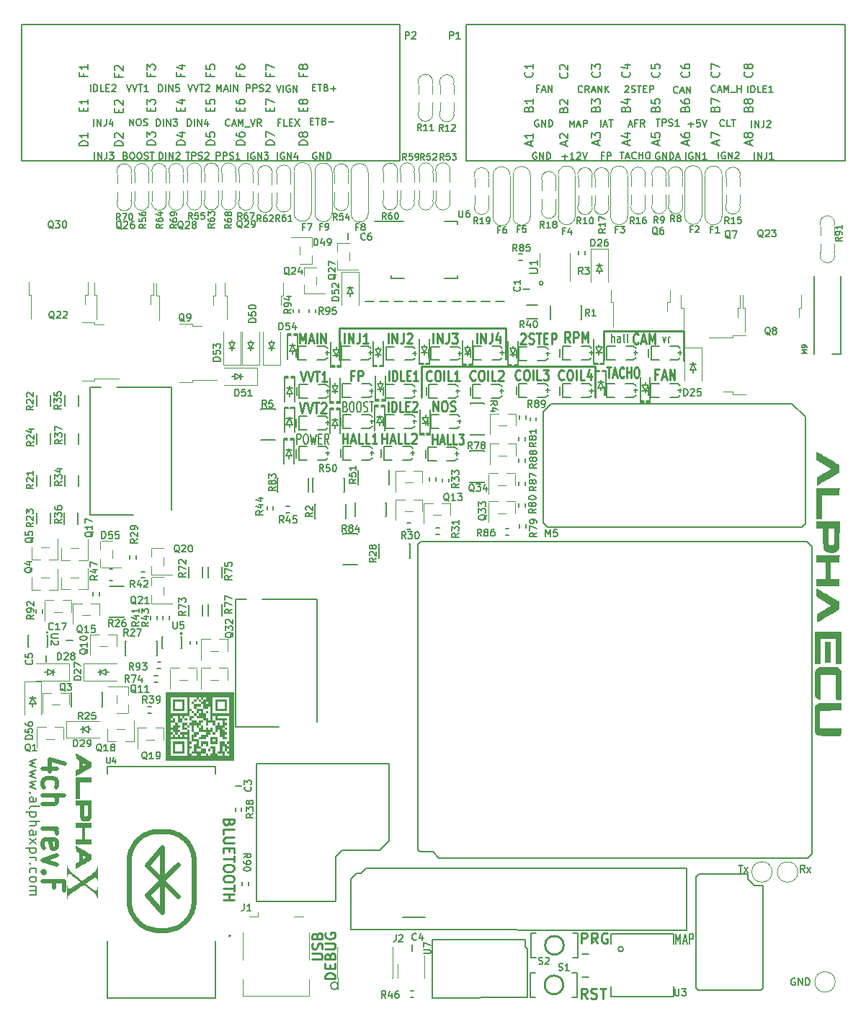
<source format=gto>
G04 #@! TF.GenerationSoftware,KiCad,Pcbnew,(6.0.9)*
G04 #@! TF.CreationDate,2023-02-02T23:56:35+03:00*
G04 #@! TF.ProjectId,alphax_4ch,616c7068-6178-45f3-9463-682e6b696361,a*
G04 #@! TF.SameCoordinates,PX141f5e0PYa2cace0*
G04 #@! TF.FileFunction,Legend,Top*
G04 #@! TF.FilePolarity,Positive*
%FSLAX46Y46*%
G04 Gerber Fmt 4.6, Leading zero omitted, Abs format (unit mm)*
G04 Created by KiCad (PCBNEW (6.0.9)) date 2023-02-02 23:56:35*
%MOMM*%
%LPD*%
G01*
G04 APERTURE LIST*
%ADD10C,0.250000*%
%ADD11C,0.170000*%
%ADD12C,0.200000*%
%ADD13C,0.225000*%
%ADD14C,0.500000*%
%ADD15C,0.212500*%
%ADD16C,0.127000*%
%ADD17C,0.150000*%
%ADD18C,0.120000*%
%ADD19C,0.099060*%
%ADD20C,0.203200*%
%ADD21C,0.254000*%
%ADD22C,0.631031*%
G04 APERTURE END LIST*
D10*
X37200000Y75250000D02*
X37200000Y79000000D01*
X68300000Y78650000D02*
X77700000Y78650000D01*
X77700000Y78650000D02*
X77700000Y75150000D01*
X46850000Y70800000D02*
X46850000Y74450000D01*
X67250000Y74450000D02*
X67250000Y70850000D01*
X37200000Y79000000D02*
X56750000Y79000000D01*
X46850000Y74450000D02*
X67250000Y74450000D01*
X68300000Y75250000D02*
X68300000Y78650000D01*
X56750000Y79000000D02*
X56750000Y75300000D01*
D11*
X30297619Y103107143D02*
X30030952Y103107143D01*
X30030952Y102688096D02*
X30030952Y103488096D01*
X30411904Y103488096D01*
X31097619Y102688096D02*
X30716666Y102688096D01*
X30716666Y103488096D01*
X31364285Y103107143D02*
X31630952Y103107143D01*
X31745238Y102688096D02*
X31364285Y102688096D01*
X31364285Y103488096D01*
X31745238Y103488096D01*
X32011904Y103488096D02*
X32545238Y102688096D01*
X32545238Y103488096D02*
X32011904Y102688096D01*
X85665308Y102538981D02*
X85665308Y103338981D01*
X86046260Y102538981D02*
X86046260Y103338981D01*
X86503403Y102538981D01*
X86503403Y103338981D01*
X87112927Y103338981D02*
X87112927Y102767552D01*
X87074831Y102653266D01*
X86998641Y102577076D01*
X86884355Y102538981D01*
X86808165Y102538981D01*
X87455784Y103262790D02*
X87493879Y103300885D01*
X87570070Y103338981D01*
X87760546Y103338981D01*
X87836736Y103300885D01*
X87874831Y103262790D01*
X87912927Y103186600D01*
X87912927Y103110409D01*
X87874831Y102996124D01*
X87417689Y102538981D01*
X87912927Y102538981D01*
X76993964Y106624177D02*
X76955869Y106586082D01*
X76841583Y106547987D01*
X76765392Y106547987D01*
X76651107Y106586082D01*
X76574916Y106662272D01*
X76536821Y106738463D01*
X76498726Y106890844D01*
X76498726Y107005130D01*
X76536821Y107157511D01*
X76574916Y107233701D01*
X76651107Y107309891D01*
X76765392Y107347987D01*
X76841583Y107347987D01*
X76955869Y107309891D01*
X76993964Y107271796D01*
X77298726Y106776558D02*
X77679678Y106776558D01*
X77222535Y106547987D02*
X77489202Y107347987D01*
X77755869Y106547987D01*
X78022535Y106547987D02*
X78022535Y107347987D01*
X78479678Y106547987D01*
X78479678Y107347987D01*
X60382159Y99550000D02*
X60305968Y99588096D01*
X60191683Y99588096D01*
X60077397Y99550000D01*
X60001206Y99473810D01*
X59963111Y99397620D01*
X59925016Y99245239D01*
X59925016Y99130953D01*
X59963111Y98978572D01*
X60001206Y98902381D01*
X60077397Y98826191D01*
X60191683Y98788096D01*
X60267873Y98788096D01*
X60382159Y98826191D01*
X60420254Y98864286D01*
X60420254Y99130953D01*
X60267873Y99130953D01*
X60763111Y98788096D02*
X60763111Y99588096D01*
X61220254Y98788096D01*
X61220254Y99588096D01*
X61601206Y98788096D02*
X61601206Y99588096D01*
X61791683Y99588096D01*
X61905968Y99550000D01*
X61982159Y99473810D01*
X62020254Y99397620D01*
X62058349Y99245239D01*
X62058349Y99130953D01*
X62020254Y98978572D01*
X61982159Y98902381D01*
X61905968Y98826191D01*
X61791683Y98788096D01*
X61601206Y98788096D01*
D12*
X75211904Y77964286D02*
X75402380Y77297620D01*
X75592857Y77964286D01*
X75897619Y77297620D02*
X75897619Y77964286D01*
X75897619Y77773810D02*
X75935714Y77869048D01*
X75973809Y77916667D01*
X76050000Y77964286D01*
X76126190Y77964286D01*
D11*
X19400000Y102688096D02*
X19400000Y103488096D01*
X19590476Y103488096D01*
X19704761Y103450000D01*
X19780952Y103373810D01*
X19819047Y103297620D01*
X19857142Y103145239D01*
X19857142Y103030953D01*
X19819047Y102878572D01*
X19780952Y102802381D01*
X19704761Y102726191D01*
X19590476Y102688096D01*
X19400000Y102688096D01*
X20200000Y102688096D02*
X20200000Y103488096D01*
X20580952Y102688096D02*
X20580952Y103488096D01*
X21038095Y102688096D01*
X21038095Y103488096D01*
X21761904Y103221429D02*
X21761904Y102688096D01*
X21571428Y103526191D02*
X21380952Y102954762D01*
X21876190Y102954762D01*
X26278571Y106738096D02*
X26278571Y107538096D01*
X26583333Y107538096D01*
X26659523Y107500000D01*
X26697619Y107461905D01*
X26735714Y107385715D01*
X26735714Y107271429D01*
X26697619Y107195239D01*
X26659523Y107157143D01*
X26583333Y107119048D01*
X26278571Y107119048D01*
X27078571Y106738096D02*
X27078571Y107538096D01*
X27383333Y107538096D01*
X27459523Y107500000D01*
X27497619Y107461905D01*
X27535714Y107385715D01*
X27535714Y107271429D01*
X27497619Y107195239D01*
X27459523Y107157143D01*
X27383333Y107119048D01*
X27078571Y107119048D01*
X27840476Y106776191D02*
X27954761Y106738096D01*
X28145238Y106738096D01*
X28221428Y106776191D01*
X28259523Y106814286D01*
X28297619Y106890477D01*
X28297619Y106966667D01*
X28259523Y107042858D01*
X28221428Y107080953D01*
X28145238Y107119048D01*
X27992857Y107157143D01*
X27916666Y107195239D01*
X27878571Y107233334D01*
X27840476Y107309524D01*
X27840476Y107385715D01*
X27878571Y107461905D01*
X27916666Y107500000D01*
X27992857Y107538096D01*
X28183333Y107538096D01*
X28297619Y107500000D01*
X28602380Y107461905D02*
X28640476Y107500000D01*
X28716666Y107538096D01*
X28907142Y107538096D01*
X28983333Y107500000D01*
X29021428Y107461905D01*
X29059523Y107385715D01*
X29059523Y107309524D01*
X29021428Y107195239D01*
X28564285Y106738096D01*
X29059523Y106738096D01*
D10*
X32630952Y73907143D02*
X32964285Y72707143D01*
X33297619Y73907143D01*
X33488095Y73907143D02*
X33821428Y72707143D01*
X34154761Y73907143D01*
X34345238Y73907143D02*
X34916666Y73907143D01*
X34630952Y72707143D02*
X34630952Y73907143D01*
X35773809Y72707143D02*
X35202380Y72707143D01*
X35488095Y72707143D02*
X35488095Y73907143D01*
X35392857Y73735715D01*
X35297619Y73621429D01*
X35202380Y73564286D01*
X58544761Y78222858D02*
X58592380Y78280000D01*
X58687619Y78337143D01*
X58925714Y78337143D01*
X59020952Y78280000D01*
X59068571Y78222858D01*
X59116190Y78108572D01*
X59116190Y77994286D01*
X59068571Y77822858D01*
X58497142Y77137143D01*
X59116190Y77137143D01*
X59497142Y77194286D02*
X59640000Y77137143D01*
X59878095Y77137143D01*
X59973333Y77194286D01*
X60020952Y77251429D01*
X60068571Y77365715D01*
X60068571Y77480000D01*
X60020952Y77594286D01*
X59973333Y77651429D01*
X59878095Y77708572D01*
X59687619Y77765715D01*
X59592380Y77822858D01*
X59544761Y77880000D01*
X59497142Y77994286D01*
X59497142Y78108572D01*
X59544761Y78222858D01*
X59592380Y78280000D01*
X59687619Y78337143D01*
X59925714Y78337143D01*
X60068571Y78280000D01*
X60354285Y78337143D02*
X60925714Y78337143D01*
X60640000Y77137143D02*
X60640000Y78337143D01*
X61259047Y77765715D02*
X61592380Y77765715D01*
X61735238Y77137143D02*
X61259047Y77137143D01*
X61259047Y78337143D01*
X61735238Y78337143D01*
X62163809Y77137143D02*
X62163809Y78337143D01*
X62544761Y78337143D01*
X62640000Y78280000D01*
X62687619Y78222858D01*
X62735238Y78108572D01*
X62735238Y77937143D01*
X62687619Y77822858D01*
X62640000Y77765715D01*
X62544761Y77708572D01*
X62163809Y77708572D01*
D11*
X12133333Y99207143D02*
X12247619Y99169048D01*
X12285714Y99130953D01*
X12323809Y99054762D01*
X12323809Y98940477D01*
X12285714Y98864286D01*
X12247619Y98826191D01*
X12171428Y98788096D01*
X11866666Y98788096D01*
X11866666Y99588096D01*
X12133333Y99588096D01*
X12209523Y99550000D01*
X12247619Y99511905D01*
X12285714Y99435715D01*
X12285714Y99359524D01*
X12247619Y99283334D01*
X12209523Y99245239D01*
X12133333Y99207143D01*
X11866666Y99207143D01*
X12819047Y99588096D02*
X12971428Y99588096D01*
X13047619Y99550000D01*
X13123809Y99473810D01*
X13161904Y99321429D01*
X13161904Y99054762D01*
X13123809Y98902381D01*
X13047619Y98826191D01*
X12971428Y98788096D01*
X12819047Y98788096D01*
X12742857Y98826191D01*
X12666666Y98902381D01*
X12628571Y99054762D01*
X12628571Y99321429D01*
X12666666Y99473810D01*
X12742857Y99550000D01*
X12819047Y99588096D01*
X13657142Y99588096D02*
X13809523Y99588096D01*
X13885714Y99550000D01*
X13961904Y99473810D01*
X14000000Y99321429D01*
X14000000Y99054762D01*
X13961904Y98902381D01*
X13885714Y98826191D01*
X13809523Y98788096D01*
X13657142Y98788096D01*
X13580952Y98826191D01*
X13504761Y98902381D01*
X13466666Y99054762D01*
X13466666Y99321429D01*
X13504761Y99473810D01*
X13580952Y99550000D01*
X13657142Y99588096D01*
X14304761Y98826191D02*
X14419047Y98788096D01*
X14609523Y98788096D01*
X14685714Y98826191D01*
X14723809Y98864286D01*
X14761904Y98940477D01*
X14761904Y99016667D01*
X14723809Y99092858D01*
X14685714Y99130953D01*
X14609523Y99169048D01*
X14457142Y99207143D01*
X14380952Y99245239D01*
X14342857Y99283334D01*
X14304761Y99359524D01*
X14304761Y99435715D01*
X14342857Y99511905D01*
X14380952Y99550000D01*
X14457142Y99588096D01*
X14647619Y99588096D01*
X14761904Y99550000D01*
X14990476Y99588096D02*
X15447619Y99588096D01*
X15219047Y98788096D02*
X15219047Y99588096D01*
D13*
X43000000Y69157143D02*
X43000000Y70357143D01*
X43428571Y69157143D02*
X43428571Y70357143D01*
X43642857Y70357143D01*
X43771428Y70300000D01*
X43857142Y70185715D01*
X43900000Y70071429D01*
X43942857Y69842858D01*
X43942857Y69671429D01*
X43900000Y69442858D01*
X43857142Y69328572D01*
X43771428Y69214286D01*
X43642857Y69157143D01*
X43428571Y69157143D01*
X44757142Y69157143D02*
X44328571Y69157143D01*
X44328571Y70357143D01*
X45057142Y69785715D02*
X45357142Y69785715D01*
X45485714Y69157143D02*
X45057142Y69157143D01*
X45057142Y70357143D01*
X45485714Y70357143D01*
X45828571Y70242858D02*
X45871428Y70300000D01*
X45957142Y70357143D01*
X46171428Y70357143D01*
X46257142Y70300000D01*
X46300000Y70242858D01*
X46342857Y70128572D01*
X46342857Y70014286D01*
X46300000Y69842858D01*
X45785714Y69157143D01*
X46342857Y69157143D01*
D12*
X69197619Y77297620D02*
X69197619Y78297620D01*
X69540476Y77297620D02*
X69540476Y77821429D01*
X69502380Y77916667D01*
X69426190Y77964286D01*
X69311904Y77964286D01*
X69235714Y77916667D01*
X69197619Y77869048D01*
X70264285Y77297620D02*
X70264285Y77821429D01*
X70226190Y77916667D01*
X70150000Y77964286D01*
X69997619Y77964286D01*
X69921428Y77916667D01*
X70264285Y77345239D02*
X70188095Y77297620D01*
X69997619Y77297620D01*
X69921428Y77345239D01*
X69883333Y77440477D01*
X69883333Y77535715D01*
X69921428Y77630953D01*
X69997619Y77678572D01*
X70188095Y77678572D01*
X70264285Y77726191D01*
X70759523Y77297620D02*
X70683333Y77345239D01*
X70645238Y77440477D01*
X70645238Y78297620D01*
X71178571Y77297620D02*
X71102380Y77345239D01*
X71064285Y77440477D01*
X71064285Y78297620D01*
D10*
X37610000Y65397143D02*
X37610000Y66597143D01*
X37610000Y66025715D02*
X38181428Y66025715D01*
X38181428Y65397143D02*
X38181428Y66597143D01*
X38610000Y65740000D02*
X39086190Y65740000D01*
X38514761Y65397143D02*
X38848095Y66597143D01*
X39181428Y65397143D01*
X39990952Y65397143D02*
X39514761Y65397143D01*
X39514761Y66597143D01*
X40800476Y65397143D02*
X40324285Y65397143D01*
X40324285Y66597143D01*
X41657619Y65397143D02*
X41086190Y65397143D01*
X41371904Y65397143D02*
X41371904Y66597143D01*
X41276666Y66425715D01*
X41181428Y66311429D01*
X41086190Y66254286D01*
X48269047Y77157143D02*
X48269047Y78357143D01*
X48745238Y77157143D02*
X48745238Y78357143D01*
X49316666Y77157143D01*
X49316666Y78357143D01*
X50078571Y78357143D02*
X50078571Y77500000D01*
X50030952Y77328572D01*
X49935714Y77214286D01*
X49792857Y77157143D01*
X49697619Y77157143D01*
X50459523Y78357143D02*
X51078571Y78357143D01*
X50745238Y77900000D01*
X50888095Y77900000D01*
X50983333Y77842858D01*
X51030952Y77785715D01*
X51078571Y77671429D01*
X51078571Y77385715D01*
X51030952Y77271429D01*
X50983333Y77214286D01*
X50888095Y77157143D01*
X50602380Y77157143D01*
X50507142Y77214286D01*
X50459523Y77271429D01*
X64338095Y77307143D02*
X64004761Y77878572D01*
X63766666Y77307143D02*
X63766666Y78507143D01*
X64147619Y78507143D01*
X64242857Y78450000D01*
X64290476Y78392858D01*
X64338095Y78278572D01*
X64338095Y78107143D01*
X64290476Y77992858D01*
X64242857Y77935715D01*
X64147619Y77878572D01*
X63766666Y77878572D01*
X64766666Y77307143D02*
X64766666Y78507143D01*
X65147619Y78507143D01*
X65242857Y78450000D01*
X65290476Y78392858D01*
X65338095Y78278572D01*
X65338095Y78107143D01*
X65290476Y77992858D01*
X65242857Y77935715D01*
X65147619Y77878572D01*
X64766666Y77878572D01*
X65766666Y77307143D02*
X65766666Y78507143D01*
X66100000Y77650000D01*
X66433333Y78507143D01*
X66433333Y77307143D01*
D11*
X70802031Y107354273D02*
X70840126Y107392368D01*
X70916317Y107430464D01*
X71106793Y107430464D01*
X71182983Y107392368D01*
X71221079Y107354273D01*
X71259174Y107278083D01*
X71259174Y107201892D01*
X71221079Y107087607D01*
X70763936Y106630464D01*
X71259174Y106630464D01*
X71563936Y106668559D02*
X71678222Y106630464D01*
X71868698Y106630464D01*
X71944888Y106668559D01*
X71982983Y106706654D01*
X72021079Y106782845D01*
X72021079Y106859035D01*
X71982983Y106935226D01*
X71944888Y106973321D01*
X71868698Y107011416D01*
X71716317Y107049511D01*
X71640126Y107087607D01*
X71602031Y107125702D01*
X71563936Y107201892D01*
X71563936Y107278083D01*
X71602031Y107354273D01*
X71640126Y107392368D01*
X71716317Y107430464D01*
X71906793Y107430464D01*
X72021079Y107392368D01*
X72249650Y107430464D02*
X72706793Y107430464D01*
X72478222Y106630464D02*
X72478222Y107430464D01*
X72973460Y107049511D02*
X73240126Y107049511D01*
X73354412Y106630464D02*
X72973460Y106630464D01*
X72973460Y107430464D01*
X73354412Y107430464D01*
X73697269Y106630464D02*
X73697269Y107430464D01*
X74002031Y107430464D01*
X74078222Y107392368D01*
X74116317Y107354273D01*
X74154412Y107278083D01*
X74154412Y107163797D01*
X74116317Y107087607D01*
X74078222Y107049511D01*
X74002031Y107011416D01*
X73697269Y107011416D01*
D10*
X37819047Y77207143D02*
X37819047Y78407143D01*
X38295238Y77207143D02*
X38295238Y78407143D01*
X38866666Y77207143D01*
X38866666Y78407143D01*
X39628571Y78407143D02*
X39628571Y77550000D01*
X39580952Y77378572D01*
X39485714Y77264286D01*
X39342857Y77207143D01*
X39247619Y77207143D01*
X40628571Y77207143D02*
X40057142Y77207143D01*
X40342857Y77207143D02*
X40342857Y78407143D01*
X40247619Y78235715D01*
X40152380Y78121429D01*
X40057142Y78064286D01*
D11*
X65796227Y106706654D02*
X65758132Y106668559D01*
X65643846Y106630464D01*
X65567655Y106630464D01*
X65453370Y106668559D01*
X65377179Y106744749D01*
X65339084Y106820940D01*
X65300989Y106973321D01*
X65300989Y107087607D01*
X65339084Y107239988D01*
X65377179Y107316178D01*
X65453370Y107392368D01*
X65567655Y107430464D01*
X65643846Y107430464D01*
X65758132Y107392368D01*
X65796227Y107354273D01*
X66596227Y106630464D02*
X66329560Y107011416D01*
X66139084Y106630464D02*
X66139084Y107430464D01*
X66443846Y107430464D01*
X66520036Y107392368D01*
X66558132Y107354273D01*
X66596227Y107278083D01*
X66596227Y107163797D01*
X66558132Y107087607D01*
X66520036Y107049511D01*
X66443846Y107011416D01*
X66139084Y107011416D01*
X66900989Y106859035D02*
X67281941Y106859035D01*
X66824798Y106630464D02*
X67091465Y107430464D01*
X67358132Y106630464D01*
X67624798Y106630464D02*
X67624798Y107430464D01*
X68081941Y106630464D01*
X68081941Y107430464D01*
X68462893Y106630464D02*
X68462893Y107430464D01*
X68920036Y106630464D02*
X68577179Y107087607D01*
X68920036Y107430464D02*
X68462893Y106973321D01*
D10*
X32530952Y70207143D02*
X32864285Y69007143D01*
X33197619Y70207143D01*
X33388095Y70207143D02*
X33721428Y69007143D01*
X34054761Y70207143D01*
X34245238Y70207143D02*
X34816666Y70207143D01*
X34530952Y69007143D02*
X34530952Y70207143D01*
X35102380Y70092858D02*
X35150000Y70150000D01*
X35245238Y70207143D01*
X35483333Y70207143D01*
X35578571Y70150000D01*
X35626190Y70092858D01*
X35673809Y69978572D01*
X35673809Y69864286D01*
X35626190Y69692858D01*
X35054761Y69007143D01*
X35673809Y69007143D01*
D11*
X64298735Y102584908D02*
X64298735Y103384908D01*
X64565401Y102813479D01*
X64832068Y103384908D01*
X64832068Y102584908D01*
X65174925Y102813479D02*
X65555878Y102813479D01*
X65098735Y102584908D02*
X65365401Y103384908D01*
X65632068Y102584908D01*
X65898735Y102584908D02*
X65898735Y103384908D01*
X66203497Y103384908D01*
X66279687Y103346812D01*
X66317782Y103308717D01*
X66355878Y103232527D01*
X66355878Y103118241D01*
X66317782Y103042051D01*
X66279687Y103003955D01*
X66203497Y102965860D01*
X65898735Y102965860D01*
D10*
X53204667Y72921429D02*
X53157048Y72864286D01*
X53014191Y72807143D01*
X52918953Y72807143D01*
X52776096Y72864286D01*
X52680858Y72978572D01*
X52633239Y73092858D01*
X52585620Y73321429D01*
X52585620Y73492858D01*
X52633239Y73721429D01*
X52680858Y73835715D01*
X52776096Y73950000D01*
X52918953Y74007143D01*
X53014191Y74007143D01*
X53157048Y73950000D01*
X53204667Y73892858D01*
X53823715Y74007143D02*
X54014191Y74007143D01*
X54109429Y73950000D01*
X54204667Y73835715D01*
X54252286Y73607143D01*
X54252286Y73207143D01*
X54204667Y72978572D01*
X54109429Y72864286D01*
X54014191Y72807143D01*
X53823715Y72807143D01*
X53728477Y72864286D01*
X53633239Y72978572D01*
X53585620Y73207143D01*
X53585620Y73607143D01*
X53633239Y73835715D01*
X53728477Y73950000D01*
X53823715Y74007143D01*
X54680858Y72807143D02*
X54680858Y74007143D01*
X55633239Y72807143D02*
X55157048Y72807143D01*
X55157048Y74007143D01*
X55918953Y73892858D02*
X55966572Y73950000D01*
X56061810Y74007143D01*
X56299905Y74007143D01*
X56395143Y73950000D01*
X56442762Y73892858D01*
X56490381Y73778572D01*
X56490381Y73664286D01*
X56442762Y73492858D01*
X55871334Y72807143D01*
X56490381Y72807143D01*
D11*
X84133809Y15899048D02*
X84602380Y15899048D01*
X84368095Y15079048D02*
X84368095Y15899048D01*
X84797619Y15079048D02*
X85227142Y15625715D01*
X84797619Y15625715D02*
X85227142Y15079048D01*
X63430476Y99102858D02*
X64040000Y99102858D01*
X63735238Y98798096D02*
X63735238Y99407620D01*
X64840000Y98798096D02*
X64382857Y98798096D01*
X64611428Y98798096D02*
X64611428Y99598096D01*
X64535238Y99483810D01*
X64459047Y99407620D01*
X64382857Y99369524D01*
X65144761Y99521905D02*
X65182857Y99560000D01*
X65259047Y99598096D01*
X65449523Y99598096D01*
X65525714Y99560000D01*
X65563809Y99521905D01*
X65601904Y99445715D01*
X65601904Y99369524D01*
X65563809Y99255239D01*
X65106666Y98798096D01*
X65601904Y98798096D01*
X65830476Y99598096D02*
X66097142Y98798096D01*
X66363809Y99598096D01*
X77941683Y98777853D02*
X77941683Y99577853D01*
X78741683Y99539757D02*
X78665492Y99577853D01*
X78551206Y99577853D01*
X78436921Y99539757D01*
X78360730Y99463567D01*
X78322635Y99387377D01*
X78284540Y99234996D01*
X78284540Y99120710D01*
X78322635Y98968329D01*
X78360730Y98892138D01*
X78436921Y98815948D01*
X78551206Y98777853D01*
X78627397Y98777853D01*
X78741683Y98815948D01*
X78779778Y98854043D01*
X78779778Y99120710D01*
X78627397Y99120710D01*
X79122635Y98777853D02*
X79122635Y99577853D01*
X79579778Y98777853D01*
X79579778Y99577853D01*
X80379778Y98777853D02*
X79922635Y98777853D01*
X80151206Y98777853D02*
X80151206Y99577853D01*
X80075016Y99463567D01*
X79998825Y99387377D01*
X79922635Y99349281D01*
X71236567Y102831965D02*
X71617520Y102831965D01*
X71160377Y102603394D02*
X71427043Y103403394D01*
X71693710Y102603394D01*
X72227043Y103022441D02*
X71960377Y103022441D01*
X71960377Y102603394D02*
X71960377Y103403394D01*
X72341329Y103403394D01*
X73103234Y102603394D02*
X72836567Y102984346D01*
X72646091Y102603394D02*
X72646091Y103403394D01*
X72950853Y103403394D01*
X73027043Y103365298D01*
X73065139Y103327203D01*
X73103234Y103251013D01*
X73103234Y103136727D01*
X73065139Y103060537D01*
X73027043Y103022441D01*
X72950853Y102984346D01*
X72646091Y102984346D01*
X7983333Y106738096D02*
X7983333Y107538096D01*
X8364285Y106738096D02*
X8364285Y107538096D01*
X8554761Y107538096D01*
X8669047Y107500000D01*
X8745238Y107423810D01*
X8783333Y107347620D01*
X8821428Y107195239D01*
X8821428Y107080953D01*
X8783333Y106928572D01*
X8745238Y106852381D01*
X8669047Y106776191D01*
X8554761Y106738096D01*
X8364285Y106738096D01*
X9545238Y106738096D02*
X9164285Y106738096D01*
X9164285Y107538096D01*
X9811904Y107157143D02*
X10078571Y107157143D01*
X10192857Y106738096D02*
X9811904Y106738096D01*
X9811904Y107538096D01*
X10192857Y107538096D01*
X10497619Y107461905D02*
X10535714Y107500000D01*
X10611904Y107538096D01*
X10802380Y107538096D01*
X10878571Y107500000D01*
X10916666Y107461905D01*
X10954761Y107385715D01*
X10954761Y107309524D01*
X10916666Y107195239D01*
X10459523Y106738096D01*
X10954761Y106738096D01*
D14*
X4035714Y27241667D02*
X2369047Y27241667D01*
X4988095Y27789286D02*
X3202380Y28336905D01*
X3202380Y26913096D01*
X2488095Y25051191D02*
X2369047Y25270239D01*
X2369047Y25708334D01*
X2488095Y25927381D01*
X2607142Y26036905D01*
X2845238Y26146429D01*
X3559523Y26146429D01*
X3797619Y26036905D01*
X3916666Y25927381D01*
X4035714Y25708334D01*
X4035714Y25270239D01*
X3916666Y25051191D01*
X2369047Y24065477D02*
X4869047Y24065477D01*
X2369047Y23079762D02*
X3678571Y23079762D01*
X3916666Y23189286D01*
X4035714Y23408334D01*
X4035714Y23736905D01*
X3916666Y23955953D01*
X3797619Y24065477D01*
X2369047Y20232143D02*
X4035714Y20232143D01*
X3559523Y20232143D02*
X3797619Y20122620D01*
X3916666Y20013096D01*
X4035714Y19794048D01*
X4035714Y19575000D01*
X2488095Y17932143D02*
X2369047Y18151191D01*
X2369047Y18589286D01*
X2488095Y18808334D01*
X2726190Y18917858D01*
X3678571Y18917858D01*
X3916666Y18808334D01*
X4035714Y18589286D01*
X4035714Y18151191D01*
X3916666Y17932143D01*
X3678571Y17822620D01*
X3440476Y17822620D01*
X3202380Y18917858D01*
X4035714Y17055953D02*
X2369047Y16508334D01*
X4035714Y15960715D01*
X2607142Y15084524D02*
X2488095Y14975000D01*
X2369047Y15084524D01*
X2488095Y15194048D01*
X2607142Y15084524D01*
X2369047Y15084524D01*
X3678571Y13222620D02*
X3678571Y13989286D01*
X2369047Y13989286D02*
X4869047Y13989286D01*
X4869047Y12894048D01*
D10*
X38892857Y73409241D02*
X38559523Y73409241D01*
X38559523Y72780669D02*
X38559523Y73980669D01*
X39035714Y73980669D01*
X39416666Y72780669D02*
X39416666Y73980669D01*
X39797619Y73980669D01*
X39892857Y73923526D01*
X39940476Y73866384D01*
X39988095Y73752098D01*
X39988095Y73580669D01*
X39940476Y73466384D01*
X39892857Y73409241D01*
X39797619Y73352098D01*
X39416666Y73352098D01*
D11*
X60665767Y107070982D02*
X60399101Y107070982D01*
X60399101Y106651935D02*
X60399101Y107451935D01*
X60780053Y107451935D01*
X61046720Y106880506D02*
X61427672Y106880506D01*
X60970529Y106651935D02*
X61237196Y107451935D01*
X61503863Y106651935D01*
X61770529Y106651935D02*
X61770529Y107451935D01*
X62227672Y106651935D01*
X62227672Y107451935D01*
X8445238Y98788096D02*
X8445238Y99588096D01*
X8826190Y98788096D02*
X8826190Y99588096D01*
X9283333Y98788096D01*
X9283333Y99588096D01*
X9892857Y99588096D02*
X9892857Y99016667D01*
X9854761Y98902381D01*
X9778571Y98826191D01*
X9664285Y98788096D01*
X9588095Y98788096D01*
X10197619Y99588096D02*
X10692857Y99588096D01*
X10426190Y99283334D01*
X10540476Y99283334D01*
X10616666Y99245239D01*
X10654761Y99207143D01*
X10692857Y99130953D01*
X10692857Y98940477D01*
X10654761Y98864286D01*
X10616666Y98826191D01*
X10540476Y98788096D01*
X10311904Y98788096D01*
X10235714Y98826191D01*
X10197619Y98864286D01*
X60625366Y103377473D02*
X60549175Y103415569D01*
X60434890Y103415569D01*
X60320604Y103377473D01*
X60244413Y103301283D01*
X60206318Y103225093D01*
X60168223Y103072712D01*
X60168223Y102958426D01*
X60206318Y102806045D01*
X60244413Y102729854D01*
X60320604Y102653664D01*
X60434890Y102615569D01*
X60511080Y102615569D01*
X60625366Y102653664D01*
X60663461Y102691759D01*
X60663461Y102958426D01*
X60511080Y102958426D01*
X61006318Y102615569D02*
X61006318Y103415569D01*
X61463461Y102615569D01*
X61463461Y103415569D01*
X61844413Y102615569D02*
X61844413Y103415569D01*
X62034890Y103415569D01*
X62149175Y103377473D01*
X62225366Y103301283D01*
X62263461Y103225093D01*
X62301556Y103072712D01*
X62301556Y102958426D01*
X62263461Y102806045D01*
X62225366Y102729854D01*
X62149175Y102653664D01*
X62034890Y102615569D01*
X61844413Y102615569D01*
D10*
X72349523Y77241429D02*
X72301904Y77184286D01*
X72159047Y77127143D01*
X72063809Y77127143D01*
X71920952Y77184286D01*
X71825714Y77298572D01*
X71778095Y77412858D01*
X71730476Y77641429D01*
X71730476Y77812858D01*
X71778095Y78041429D01*
X71825714Y78155715D01*
X71920952Y78270000D01*
X72063809Y78327143D01*
X72159047Y78327143D01*
X72301904Y78270000D01*
X72349523Y78212858D01*
X72730476Y77470000D02*
X73206666Y77470000D01*
X72635238Y77127143D02*
X72968571Y78327143D01*
X73301904Y77127143D01*
X73635238Y77127143D02*
X73635238Y78327143D01*
X73968571Y77470000D01*
X74301904Y78327143D01*
X74301904Y77127143D01*
D11*
X81423809Y106764286D02*
X81385714Y106726191D01*
X81271428Y106688096D01*
X81195238Y106688096D01*
X81080952Y106726191D01*
X81004761Y106802381D01*
X80966666Y106878572D01*
X80928571Y107030953D01*
X80928571Y107145239D01*
X80966666Y107297620D01*
X81004761Y107373810D01*
X81080952Y107450000D01*
X81195238Y107488096D01*
X81271428Y107488096D01*
X81385714Y107450000D01*
X81423809Y107411905D01*
X81728571Y106916667D02*
X82109523Y106916667D01*
X81652380Y106688096D02*
X81919047Y107488096D01*
X82185714Y106688096D01*
X82452380Y106688096D02*
X82452380Y107488096D01*
X82719047Y106916667D01*
X82985714Y107488096D01*
X82985714Y106688096D01*
X83176190Y106611905D02*
X83785714Y106611905D01*
X83976190Y106688096D02*
X83976190Y107488096D01*
X83976190Y107107143D02*
X84433333Y107107143D01*
X84433333Y106688096D02*
X84433333Y107488096D01*
X16050000Y98788096D02*
X16050000Y99588096D01*
X16240476Y99588096D01*
X16354761Y99550000D01*
X16430952Y99473810D01*
X16469047Y99397620D01*
X16507142Y99245239D01*
X16507142Y99130953D01*
X16469047Y98978572D01*
X16430952Y98902381D01*
X16354761Y98826191D01*
X16240476Y98788096D01*
X16050000Y98788096D01*
X16850000Y98788096D02*
X16850000Y99588096D01*
X17230952Y98788096D02*
X17230952Y99588096D01*
X17688095Y98788096D01*
X17688095Y99588096D01*
X18030952Y99511905D02*
X18069047Y99550000D01*
X18145238Y99588096D01*
X18335714Y99588096D01*
X18411904Y99550000D01*
X18450000Y99511905D01*
X18488095Y99435715D01*
X18488095Y99359524D01*
X18450000Y99245239D01*
X17992857Y98788096D01*
X18488095Y98788096D01*
D10*
X42250000Y65407143D02*
X42250000Y66607143D01*
X42250000Y66035715D02*
X42821428Y66035715D01*
X42821428Y65407143D02*
X42821428Y66607143D01*
X43250000Y65750000D02*
X43726190Y65750000D01*
X43154761Y65407143D02*
X43488095Y66607143D01*
X43821428Y65407143D01*
X44630952Y65407143D02*
X44154761Y65407143D01*
X44154761Y66607143D01*
X45440476Y65407143D02*
X44964285Y65407143D01*
X44964285Y66607143D01*
X45726190Y66492858D02*
X45773809Y66550000D01*
X45869047Y66607143D01*
X46107142Y66607143D01*
X46202380Y66550000D01*
X46250000Y66492858D01*
X46297619Y66378572D01*
X46297619Y66264286D01*
X46250000Y66092858D01*
X45678571Y65407143D01*
X46297619Y65407143D01*
D11*
X12254761Y107538096D02*
X12521428Y106738096D01*
X12788095Y107538096D01*
X12940476Y107538096D02*
X13207142Y106738096D01*
X13473809Y107538096D01*
X13626190Y107538096D02*
X14083333Y107538096D01*
X13854761Y106738096D02*
X13854761Y107538096D01*
X14769047Y106738096D02*
X14311904Y106738096D01*
X14540476Y106738096D02*
X14540476Y107538096D01*
X14464285Y107423810D01*
X14388095Y107347620D01*
X14311904Y107309524D01*
X34540476Y99550000D02*
X34464285Y99588096D01*
X34350000Y99588096D01*
X34235714Y99550000D01*
X34159523Y99473810D01*
X34121428Y99397620D01*
X34083333Y99245239D01*
X34083333Y99130953D01*
X34121428Y98978572D01*
X34159523Y98902381D01*
X34235714Y98826191D01*
X34350000Y98788096D01*
X34426190Y98788096D01*
X34540476Y98826191D01*
X34578571Y98864286D01*
X34578571Y99130953D01*
X34426190Y99130953D01*
X34921428Y98788096D02*
X34921428Y99588096D01*
X35378571Y98788096D01*
X35378571Y99588096D01*
X35759523Y98788096D02*
X35759523Y99588096D01*
X35950000Y99588096D01*
X36064285Y99550000D01*
X36140476Y99473810D01*
X36178571Y99397620D01*
X36216666Y99245239D01*
X36216666Y99130953D01*
X36178571Y98978572D01*
X36140476Y98902381D01*
X36064285Y98826191D01*
X35950000Y98788096D01*
X35759523Y98788096D01*
X19454761Y107538096D02*
X19721428Y106738096D01*
X19988095Y107538096D01*
X20140476Y107538096D02*
X20407142Y106738096D01*
X20673809Y107538096D01*
X20826190Y107538096D02*
X21283333Y107538096D01*
X21054761Y106738096D02*
X21054761Y107538096D01*
X21511904Y107461905D02*
X21550000Y107500000D01*
X21626190Y107538096D01*
X21816666Y107538096D01*
X21892857Y107500000D01*
X21930952Y107461905D01*
X21969047Y107385715D01*
X21969047Y107309524D01*
X21930952Y107195239D01*
X21473809Y106738096D01*
X21969047Y106738096D01*
D13*
X48190000Y65327143D02*
X48190000Y66527143D01*
X48190000Y65955715D02*
X48704285Y65955715D01*
X48704285Y65327143D02*
X48704285Y66527143D01*
X49090000Y65670000D02*
X49518571Y65670000D01*
X49004285Y65327143D02*
X49304285Y66527143D01*
X49604285Y65327143D01*
X50332857Y65327143D02*
X49904285Y65327143D01*
X49904285Y66527143D01*
X51061428Y65327143D02*
X50632857Y65327143D01*
X50632857Y66527143D01*
X51275714Y66527143D02*
X51832857Y66527143D01*
X51532857Y66070000D01*
X51661428Y66070000D01*
X51747142Y66012858D01*
X51790000Y65955715D01*
X51832857Y65841429D01*
X51832857Y65555715D01*
X51790000Y65441429D01*
X51747142Y65384286D01*
X51661428Y65327143D01*
X51404285Y65327143D01*
X51318571Y65384286D01*
X51275714Y65441429D01*
D11*
X90775238Y2610000D02*
X90697142Y2649048D01*
X90580000Y2649048D01*
X90462857Y2610000D01*
X90384761Y2531905D01*
X90345714Y2453810D01*
X90306666Y2297620D01*
X90306666Y2180477D01*
X90345714Y2024286D01*
X90384761Y1946191D01*
X90462857Y1868096D01*
X90580000Y1829048D01*
X90658095Y1829048D01*
X90775238Y1868096D01*
X90814285Y1907143D01*
X90814285Y2180477D01*
X90658095Y2180477D01*
X91165714Y1829048D02*
X91165714Y2649048D01*
X91634285Y1829048D01*
X91634285Y2649048D01*
X92024761Y1829048D02*
X92024761Y2649048D01*
X92220000Y2649048D01*
X92337142Y2610000D01*
X92415238Y2531905D01*
X92454285Y2453810D01*
X92493333Y2297620D01*
X92493333Y2180477D01*
X92454285Y2024286D01*
X92415238Y1946191D01*
X92337142Y1868096D01*
X92220000Y1829048D01*
X92024761Y1829048D01*
X86015238Y98808096D02*
X86015238Y99608096D01*
X86396190Y98808096D02*
X86396190Y99608096D01*
X86853333Y98808096D01*
X86853333Y99608096D01*
X87462857Y99608096D02*
X87462857Y99036667D01*
X87424761Y98922381D01*
X87348571Y98846191D01*
X87234285Y98808096D01*
X87158095Y98808096D01*
X88262857Y98808096D02*
X87805714Y98808096D01*
X88034285Y98808096D02*
X88034285Y99608096D01*
X87958095Y99493810D01*
X87881904Y99417620D01*
X87805714Y99379524D01*
X12571428Y102738096D02*
X12571428Y103538096D01*
X13028571Y102738096D01*
X13028571Y103538096D01*
X13561904Y103538096D02*
X13714285Y103538096D01*
X13790476Y103500000D01*
X13866666Y103423810D01*
X13904761Y103271429D01*
X13904761Y103004762D01*
X13866666Y102852381D01*
X13790476Y102776191D01*
X13714285Y102738096D01*
X13561904Y102738096D01*
X13485714Y102776191D01*
X13409523Y102852381D01*
X13371428Y103004762D01*
X13371428Y103271429D01*
X13409523Y103423810D01*
X13485714Y103500000D01*
X13561904Y103538096D01*
X14209523Y102776191D02*
X14323809Y102738096D01*
X14514285Y102738096D01*
X14590476Y102776191D01*
X14628571Y102814286D01*
X14666666Y102890477D01*
X14666666Y102966667D01*
X14628571Y103042858D01*
X14590476Y103080953D01*
X14514285Y103119048D01*
X14361904Y103157143D01*
X14285714Y103195239D01*
X14247619Y103233334D01*
X14209523Y103309524D01*
X14209523Y103385715D01*
X14247619Y103461905D01*
X14285714Y103500000D01*
X14361904Y103538096D01*
X14552380Y103538096D01*
X14666666Y103500000D01*
X33828571Y103257143D02*
X34095238Y103257143D01*
X34209523Y102838096D02*
X33828571Y102838096D01*
X33828571Y103638096D01*
X34209523Y103638096D01*
X34438095Y103638096D02*
X34895238Y103638096D01*
X34666666Y102838096D02*
X34666666Y103638096D01*
X35428571Y103257143D02*
X35542857Y103219048D01*
X35580952Y103180953D01*
X35619047Y103104762D01*
X35619047Y102990477D01*
X35580952Y102914286D01*
X35542857Y102876191D01*
X35466666Y102838096D01*
X35161904Y102838096D01*
X35161904Y103638096D01*
X35428571Y103638096D01*
X35504761Y103600000D01*
X35542857Y103561905D01*
X35580952Y103485715D01*
X35580952Y103409524D01*
X35542857Y103333334D01*
X35504761Y103295239D01*
X35428571Y103257143D01*
X35161904Y103257143D01*
X35961904Y103142858D02*
X36571428Y103142858D01*
X34078571Y107207143D02*
X34345238Y107207143D01*
X34459523Y106788096D02*
X34078571Y106788096D01*
X34078571Y107588096D01*
X34459523Y107588096D01*
X34688095Y107588096D02*
X35145238Y107588096D01*
X34916666Y106788096D02*
X34916666Y107588096D01*
X35678571Y107207143D02*
X35792857Y107169048D01*
X35830952Y107130953D01*
X35869047Y107054762D01*
X35869047Y106940477D01*
X35830952Y106864286D01*
X35792857Y106826191D01*
X35716666Y106788096D01*
X35411904Y106788096D01*
X35411904Y107588096D01*
X35678571Y107588096D01*
X35754761Y107550000D01*
X35792857Y107511905D01*
X35830952Y107435715D01*
X35830952Y107359524D01*
X35792857Y107283334D01*
X35754761Y107245239D01*
X35678571Y107207143D01*
X35411904Y107207143D01*
X36211904Y107092858D02*
X36821428Y107092858D01*
X36516666Y106788096D02*
X36516666Y107397620D01*
X24350000Y102764286D02*
X24311904Y102726191D01*
X24197619Y102688096D01*
X24121428Y102688096D01*
X24007142Y102726191D01*
X23930952Y102802381D01*
X23892857Y102878572D01*
X23854761Y103030953D01*
X23854761Y103145239D01*
X23892857Y103297620D01*
X23930952Y103373810D01*
X24007142Y103450000D01*
X24121428Y103488096D01*
X24197619Y103488096D01*
X24311904Y103450000D01*
X24350000Y103411905D01*
X24654761Y102916667D02*
X25035714Y102916667D01*
X24578571Y102688096D02*
X24845238Y103488096D01*
X25111904Y102688096D01*
X25378571Y102688096D02*
X25378571Y103488096D01*
X25645238Y102916667D01*
X25911904Y103488096D01*
X25911904Y102688096D01*
X26102380Y102611905D02*
X26711904Y102611905D01*
X26788095Y103488096D02*
X27054761Y102688096D01*
X27321428Y103488096D01*
X28045238Y102688096D02*
X27778571Y103069048D01*
X27588095Y102688096D02*
X27588095Y103488096D01*
X27892857Y103488096D01*
X27969047Y103450000D01*
X28007142Y103411905D01*
X28045238Y103335715D01*
X28045238Y103221429D01*
X28007142Y103145239D01*
X27969047Y103107143D01*
X27892857Y103069048D01*
X27588095Y103069048D01*
X22778571Y98788096D02*
X22778571Y99588096D01*
X23083333Y99588096D01*
X23159523Y99550000D01*
X23197619Y99511905D01*
X23235714Y99435715D01*
X23235714Y99321429D01*
X23197619Y99245239D01*
X23159523Y99207143D01*
X23083333Y99169048D01*
X22778571Y99169048D01*
X23578571Y98788096D02*
X23578571Y99588096D01*
X23883333Y99588096D01*
X23959523Y99550000D01*
X23997619Y99511905D01*
X24035714Y99435715D01*
X24035714Y99321429D01*
X23997619Y99245239D01*
X23959523Y99207143D01*
X23883333Y99169048D01*
X23578571Y99169048D01*
X24340476Y98826191D02*
X24454761Y98788096D01*
X24645238Y98788096D01*
X24721428Y98826191D01*
X24759523Y98864286D01*
X24797619Y98940477D01*
X24797619Y99016667D01*
X24759523Y99092858D01*
X24721428Y99130953D01*
X24645238Y99169048D01*
X24492857Y99207143D01*
X24416666Y99245239D01*
X24378571Y99283334D01*
X24340476Y99359524D01*
X24340476Y99435715D01*
X24378571Y99511905D01*
X24416666Y99550000D01*
X24492857Y99588096D01*
X24683333Y99588096D01*
X24797619Y99550000D01*
X25559523Y98788096D02*
X25102380Y98788096D01*
X25330952Y98788096D02*
X25330952Y99588096D01*
X25254761Y99473810D01*
X25178571Y99397620D01*
X25102380Y99359524D01*
D10*
X53369047Y77207143D02*
X53369047Y78407143D01*
X53845238Y77207143D02*
X53845238Y78407143D01*
X54416666Y77207143D01*
X54416666Y78407143D01*
X55178571Y78407143D02*
X55178571Y77550000D01*
X55130952Y77378572D01*
X55035714Y77264286D01*
X54892857Y77207143D01*
X54797619Y77207143D01*
X56083333Y78007143D02*
X56083333Y77207143D01*
X55845238Y78464286D02*
X55607142Y77607143D01*
X56226190Y77607143D01*
X65675714Y6767143D02*
X65675714Y7967143D01*
X66132857Y7967143D01*
X66247142Y7910000D01*
X66304285Y7852858D01*
X66361428Y7738572D01*
X66361428Y7567143D01*
X66304285Y7452858D01*
X66247142Y7395715D01*
X66132857Y7338572D01*
X65675714Y7338572D01*
X67561428Y6767143D02*
X67161428Y7338572D01*
X66875714Y6767143D02*
X66875714Y7967143D01*
X67332857Y7967143D01*
X67447142Y7910000D01*
X67504285Y7852858D01*
X67561428Y7738572D01*
X67561428Y7567143D01*
X67504285Y7452858D01*
X67447142Y7395715D01*
X67332857Y7338572D01*
X66875714Y7338572D01*
X68704285Y7910000D02*
X68590000Y7967143D01*
X68418571Y7967143D01*
X68247142Y7910000D01*
X68132857Y7795715D01*
X68075714Y7681429D01*
X68018571Y7452858D01*
X68018571Y7281429D01*
X68075714Y7052858D01*
X68132857Y6938572D01*
X68247142Y6824286D01*
X68418571Y6767143D01*
X68532857Y6767143D01*
X68704285Y6824286D01*
X68761428Y6881429D01*
X68761428Y7281429D01*
X68532857Y7281429D01*
D11*
X19189523Y99578096D02*
X19646666Y99578096D01*
X19418095Y98778096D02*
X19418095Y99578096D01*
X19913333Y98778096D02*
X19913333Y99578096D01*
X20218095Y99578096D01*
X20294285Y99540000D01*
X20332380Y99501905D01*
X20370476Y99425715D01*
X20370476Y99311429D01*
X20332380Y99235239D01*
X20294285Y99197143D01*
X20218095Y99159048D01*
X19913333Y99159048D01*
X20675238Y98816191D02*
X20789523Y98778096D01*
X20980000Y98778096D01*
X21056190Y98816191D01*
X21094285Y98854286D01*
X21132380Y98930477D01*
X21132380Y99006667D01*
X21094285Y99082858D01*
X21056190Y99120953D01*
X20980000Y99159048D01*
X20827619Y99197143D01*
X20751428Y99235239D01*
X20713333Y99273334D01*
X20675238Y99349524D01*
X20675238Y99425715D01*
X20713333Y99501905D01*
X20751428Y99540000D01*
X20827619Y99578096D01*
X21018095Y99578096D01*
X21132380Y99540000D01*
X21437142Y99501905D02*
X21475238Y99540000D01*
X21551428Y99578096D01*
X21741904Y99578096D01*
X21818095Y99540000D01*
X21856190Y99501905D01*
X21894285Y99425715D01*
X21894285Y99349524D01*
X21856190Y99235239D01*
X21399047Y98778096D01*
X21894285Y98778096D01*
X78248176Y102908156D02*
X78857700Y102908156D01*
X78552938Y102603394D02*
X78552938Y103212918D01*
X79619605Y103403394D02*
X79238652Y103403394D01*
X79200557Y103022441D01*
X79238652Y103060537D01*
X79314843Y103098632D01*
X79505319Y103098632D01*
X79581509Y103060537D01*
X79619605Y103022441D01*
X79657700Y102946251D01*
X79657700Y102755775D01*
X79619605Y102679584D01*
X79581509Y102641489D01*
X79505319Y102603394D01*
X79314843Y102603394D01*
X79238652Y102641489D01*
X79200557Y102679584D01*
X79886271Y103403394D02*
X80152938Y102603394D01*
X80419605Y103403394D01*
X67954266Y102612820D02*
X67954266Y103412820D01*
X68297124Y102841391D02*
X68678076Y102841391D01*
X68220933Y102612820D02*
X68487600Y103412820D01*
X68754266Y102612820D01*
X68906647Y103412820D02*
X69363790Y103412820D01*
X69135219Y102612820D02*
X69135219Y103412820D01*
X85217520Y106639911D02*
X85217520Y107439911D01*
X85598472Y106639911D02*
X85598472Y107439911D01*
X85788948Y107439911D01*
X85903234Y107401815D01*
X85979425Y107325625D01*
X86017520Y107249435D01*
X86055615Y107097054D01*
X86055615Y106982768D01*
X86017520Y106830387D01*
X85979425Y106754196D01*
X85903234Y106678006D01*
X85788948Y106639911D01*
X85598472Y106639911D01*
X86779425Y106639911D02*
X86398472Y106639911D01*
X86398472Y107439911D01*
X87046091Y107058958D02*
X87312758Y107058958D01*
X87427044Y106639911D02*
X87046091Y106639911D01*
X87046091Y107439911D01*
X87427044Y107439911D01*
X88188948Y106639911D02*
X87731806Y106639911D01*
X87960377Y106639911D02*
X87960377Y107439911D01*
X87884187Y107325625D01*
X87807996Y107249435D01*
X87731806Y107211339D01*
X29950000Y98788096D02*
X29950000Y99588096D01*
X30750000Y99550000D02*
X30673809Y99588096D01*
X30559523Y99588096D01*
X30445238Y99550000D01*
X30369047Y99473810D01*
X30330952Y99397620D01*
X30292857Y99245239D01*
X30292857Y99130953D01*
X30330952Y98978572D01*
X30369047Y98902381D01*
X30445238Y98826191D01*
X30559523Y98788096D01*
X30635714Y98788096D01*
X30750000Y98826191D01*
X30788095Y98864286D01*
X30788095Y99130953D01*
X30635714Y99130953D01*
X31130952Y98788096D02*
X31130952Y99588096D01*
X31588095Y98788096D01*
X31588095Y99588096D01*
X32311904Y99321429D02*
X32311904Y98788096D01*
X32121428Y99626191D02*
X31930952Y99054762D01*
X32426190Y99054762D01*
D10*
X34032857Y4845715D02*
X35004285Y4845715D01*
X35118571Y4902858D01*
X35175714Y4960000D01*
X35232857Y5074286D01*
X35232857Y5302858D01*
X35175714Y5417143D01*
X35118571Y5474286D01*
X35004285Y5531429D01*
X34032857Y5531429D01*
X35175714Y6045715D02*
X35232857Y6217143D01*
X35232857Y6502858D01*
X35175714Y6617143D01*
X35118571Y6674286D01*
X35004285Y6731429D01*
X34890000Y6731429D01*
X34775714Y6674286D01*
X34718571Y6617143D01*
X34661428Y6502858D01*
X34604285Y6274286D01*
X34547142Y6160000D01*
X34490000Y6102858D01*
X34375714Y6045715D01*
X34261428Y6045715D01*
X34147142Y6102858D01*
X34090000Y6160000D01*
X34032857Y6274286D01*
X34032857Y6560000D01*
X34090000Y6731429D01*
X34604285Y7645715D02*
X34661428Y7817143D01*
X34718571Y7874286D01*
X34832857Y7931429D01*
X35004285Y7931429D01*
X35118571Y7874286D01*
X35175714Y7817143D01*
X35232857Y7702858D01*
X35232857Y7245715D01*
X34032857Y7245715D01*
X34032857Y7645715D01*
X34090000Y7760000D01*
X34147142Y7817143D01*
X34261428Y7874286D01*
X34375714Y7874286D01*
X34490000Y7817143D01*
X34547142Y7760000D01*
X34604285Y7645715D01*
X34604285Y7245715D01*
X74678477Y73535715D02*
X74345143Y73535715D01*
X74345143Y72907143D02*
X74345143Y74107143D01*
X74821334Y74107143D01*
X75154667Y73250000D02*
X75630858Y73250000D01*
X75059429Y72907143D02*
X75392762Y74107143D01*
X75726096Y72907143D01*
X76059429Y72907143D02*
X76059429Y74107143D01*
X76630858Y72907143D01*
X76630858Y74107143D01*
X36742857Y2564286D02*
X35542857Y2564286D01*
X35542857Y2850000D01*
X35600000Y3021429D01*
X35714285Y3135715D01*
X35828571Y3192858D01*
X36057142Y3250000D01*
X36228571Y3250000D01*
X36457142Y3192858D01*
X36571428Y3135715D01*
X36685714Y3021429D01*
X36742857Y2850000D01*
X36742857Y2564286D01*
X36114285Y3764286D02*
X36114285Y4164286D01*
X36742857Y4335715D02*
X36742857Y3764286D01*
X35542857Y3764286D01*
X35542857Y4335715D01*
X36114285Y5250000D02*
X36171428Y5421429D01*
X36228571Y5478572D01*
X36342857Y5535715D01*
X36514285Y5535715D01*
X36628571Y5478572D01*
X36685714Y5421429D01*
X36742857Y5307143D01*
X36742857Y4850000D01*
X35542857Y4850000D01*
X35542857Y5250000D01*
X35600000Y5364286D01*
X35657142Y5421429D01*
X35771428Y5478572D01*
X35885714Y5478572D01*
X36000000Y5421429D01*
X36057142Y5364286D01*
X36114285Y5250000D01*
X36114285Y4850000D01*
X35542857Y6050000D02*
X36514285Y6050000D01*
X36628571Y6107143D01*
X36685714Y6164286D01*
X36742857Y6278572D01*
X36742857Y6507143D01*
X36685714Y6621429D01*
X36628571Y6678572D01*
X36514285Y6735715D01*
X35542857Y6735715D01*
X35600000Y7935715D02*
X35542857Y7821429D01*
X35542857Y7650000D01*
X35600000Y7478572D01*
X35714285Y7364286D01*
X35828571Y7307143D01*
X36057142Y7250000D01*
X36228571Y7250000D01*
X36457142Y7307143D01*
X36571428Y7364286D01*
X36685714Y7478572D01*
X36742857Y7650000D01*
X36742857Y7764286D01*
X36685714Y7935715D01*
X36628571Y7992858D01*
X36228571Y7992858D01*
X36228571Y7764286D01*
D11*
X82438483Y102722525D02*
X82400388Y102684430D01*
X82286102Y102646335D01*
X82209912Y102646335D01*
X82095626Y102684430D01*
X82019436Y102760620D01*
X81981340Y102836811D01*
X81943245Y102989192D01*
X81943245Y103103478D01*
X81981340Y103255859D01*
X82019436Y103332049D01*
X82095626Y103408239D01*
X82209912Y103446335D01*
X82286102Y103446335D01*
X82400388Y103408239D01*
X82438483Y103370144D01*
X83162293Y102646335D02*
X82781340Y102646335D01*
X82781340Y103446335D01*
X83314674Y103446335D02*
X83771816Y103446335D01*
X83543245Y102646335D02*
X83543245Y103446335D01*
D10*
X58516666Y72971429D02*
X58469047Y72914286D01*
X58326190Y72857143D01*
X58230952Y72857143D01*
X58088095Y72914286D01*
X57992857Y73028572D01*
X57945238Y73142858D01*
X57897619Y73371429D01*
X57897619Y73542858D01*
X57945238Y73771429D01*
X57992857Y73885715D01*
X58088095Y74000000D01*
X58230952Y74057143D01*
X58326190Y74057143D01*
X58469047Y74000000D01*
X58516666Y73942858D01*
X59135714Y74057143D02*
X59326190Y74057143D01*
X59421428Y74000000D01*
X59516666Y73885715D01*
X59564285Y73657143D01*
X59564285Y73257143D01*
X59516666Y73028572D01*
X59421428Y72914286D01*
X59326190Y72857143D01*
X59135714Y72857143D01*
X59040476Y72914286D01*
X58945238Y73028572D01*
X58897619Y73257143D01*
X58897619Y73657143D01*
X58945238Y73885715D01*
X59040476Y74000000D01*
X59135714Y74057143D01*
X59992857Y72857143D02*
X59992857Y74057143D01*
X60945238Y72857143D02*
X60469047Y72857143D01*
X60469047Y74057143D01*
X61183333Y74057143D02*
X61802380Y74057143D01*
X61469047Y73600000D01*
X61611904Y73600000D01*
X61707142Y73542858D01*
X61754761Y73485715D01*
X61802380Y73371429D01*
X61802380Y73085715D01*
X61754761Y72971429D01*
X61707142Y72914286D01*
X61611904Y72857143D01*
X61326190Y72857143D01*
X61230952Y72914286D01*
X61183333Y72971429D01*
X32576190Y77207143D02*
X32576190Y78407143D01*
X32909523Y77550000D01*
X33242857Y78407143D01*
X33242857Y77207143D01*
X33671428Y77550000D02*
X34147619Y77550000D01*
X33576190Y77207143D02*
X33909523Y78407143D01*
X34242857Y77207143D01*
X34576190Y77207143D02*
X34576190Y78407143D01*
X35052380Y77207143D02*
X35052380Y78407143D01*
X35623809Y77207143D01*
X35623809Y78407143D01*
D11*
X29823809Y107488096D02*
X30090476Y106688096D01*
X30357142Y107488096D01*
X30623809Y106688096D02*
X30623809Y107488096D01*
X31423809Y107450000D02*
X31347619Y107488096D01*
X31233333Y107488096D01*
X31119047Y107450000D01*
X31042857Y107373810D01*
X31004761Y107297620D01*
X30966666Y107145239D01*
X30966666Y107030953D01*
X31004761Y106878572D01*
X31042857Y106802381D01*
X31119047Y106726191D01*
X31233333Y106688096D01*
X31309523Y106688096D01*
X31423809Y106726191D01*
X31461904Y106764286D01*
X31461904Y107030953D01*
X31309523Y107030953D01*
X31804761Y106688096D02*
X31804761Y107488096D01*
X32261904Y106688096D01*
X32261904Y107488096D01*
X81775461Y98842509D02*
X81775461Y99642509D01*
X82575461Y99604413D02*
X82499270Y99642509D01*
X82384984Y99642509D01*
X82270699Y99604413D01*
X82194508Y99528223D01*
X82156413Y99452033D01*
X82118318Y99299652D01*
X82118318Y99185366D01*
X82156413Y99032985D01*
X82194508Y98956794D01*
X82270699Y98880604D01*
X82384984Y98842509D01*
X82461175Y98842509D01*
X82575461Y98880604D01*
X82613556Y98918699D01*
X82613556Y99185366D01*
X82461175Y99185366D01*
X82956413Y98842509D02*
X82956413Y99642509D01*
X83413556Y98842509D01*
X83413556Y99642509D01*
X83756413Y99566318D02*
X83794508Y99604413D01*
X83870699Y99642509D01*
X84061175Y99642509D01*
X84137365Y99604413D01*
X84175461Y99566318D01*
X84213556Y99490128D01*
X84213556Y99413937D01*
X84175461Y99299652D01*
X83718318Y98842509D01*
X84213556Y98842509D01*
X70215810Y99621038D02*
X70672953Y99621038D01*
X70444381Y98821038D02*
X70444381Y99621038D01*
X70901524Y99049609D02*
X71282476Y99049609D01*
X70825334Y98821038D02*
X71092000Y99621038D01*
X71358667Y98821038D01*
X72082476Y98897228D02*
X72044381Y98859133D01*
X71930095Y98821038D01*
X71853905Y98821038D01*
X71739619Y98859133D01*
X71663429Y98935323D01*
X71625334Y99011514D01*
X71587238Y99163895D01*
X71587238Y99278181D01*
X71625334Y99430562D01*
X71663429Y99506752D01*
X71739619Y99582942D01*
X71853905Y99621038D01*
X71930095Y99621038D01*
X72044381Y99582942D01*
X72082476Y99544847D01*
X72425334Y98821038D02*
X72425334Y99621038D01*
X72425334Y99240085D02*
X72882476Y99240085D01*
X72882476Y98821038D02*
X72882476Y99621038D01*
X73415810Y99621038D02*
X73568191Y99621038D01*
X73644381Y99582942D01*
X73720572Y99506752D01*
X73758667Y99354371D01*
X73758667Y99087704D01*
X73720572Y98935323D01*
X73644381Y98859133D01*
X73568191Y98821038D01*
X73415810Y98821038D01*
X73339619Y98859133D01*
X73263429Y98935323D01*
X73225334Y99087704D01*
X73225334Y99354371D01*
X73263429Y99506752D01*
X73339619Y99582942D01*
X73415810Y99621038D01*
D10*
X66352857Y247143D02*
X65952857Y818572D01*
X65667142Y247143D02*
X65667142Y1447143D01*
X66124285Y1447143D01*
X66238571Y1390000D01*
X66295714Y1332858D01*
X66352857Y1218572D01*
X66352857Y1047143D01*
X66295714Y932858D01*
X66238571Y875715D01*
X66124285Y818572D01*
X65667142Y818572D01*
X66810000Y304286D02*
X66981428Y247143D01*
X67267142Y247143D01*
X67381428Y304286D01*
X67438571Y361429D01*
X67495714Y475715D01*
X67495714Y590000D01*
X67438571Y704286D01*
X67381428Y761429D01*
X67267142Y818572D01*
X67038571Y875715D01*
X66924285Y932858D01*
X66867142Y990000D01*
X66810000Y1104286D01*
X66810000Y1218572D01*
X66867142Y1332858D01*
X66924285Y1390000D01*
X67038571Y1447143D01*
X67324285Y1447143D01*
X67495714Y1390000D01*
X67838571Y1447143D02*
X68524285Y1447143D01*
X68181428Y247143D02*
X68181428Y1447143D01*
D11*
X74830349Y99540000D02*
X74754158Y99578096D01*
X74639872Y99578096D01*
X74525587Y99540000D01*
X74449396Y99463810D01*
X74411301Y99387620D01*
X74373206Y99235239D01*
X74373206Y99120953D01*
X74411301Y98968572D01*
X74449396Y98892381D01*
X74525587Y98816191D01*
X74639872Y98778096D01*
X74716063Y98778096D01*
X74830349Y98816191D01*
X74868444Y98854286D01*
X74868444Y99120953D01*
X74716063Y99120953D01*
X75211301Y98778096D02*
X75211301Y99578096D01*
X75668444Y98778096D01*
X75668444Y99578096D01*
X76049396Y98778096D02*
X76049396Y99578096D01*
X76239872Y99578096D01*
X76354158Y99540000D01*
X76430349Y99463810D01*
X76468444Y99387620D01*
X76506539Y99235239D01*
X76506539Y99120953D01*
X76468444Y98968572D01*
X76430349Y98892381D01*
X76354158Y98816191D01*
X76239872Y98778096D01*
X76049396Y98778096D01*
X76811301Y99006667D02*
X77192253Y99006667D01*
X76735110Y98778096D02*
X77001777Y99578096D01*
X77268444Y98778096D01*
D12*
X1607142Y28328572D02*
X807142Y28100000D01*
X1378571Y27871429D01*
X807142Y27642858D01*
X1607142Y27414286D01*
X1607142Y27071429D02*
X807142Y26842858D01*
X1378571Y26614286D01*
X807142Y26385715D01*
X1607142Y26157143D01*
X1607142Y25814286D02*
X807142Y25585715D01*
X1378571Y25357143D01*
X807142Y25128572D01*
X1607142Y24900000D01*
X921428Y24442858D02*
X864285Y24385715D01*
X807142Y24442858D01*
X864285Y24500000D01*
X921428Y24442858D01*
X807142Y24442858D01*
X807142Y23357143D02*
X1435714Y23357143D01*
X1550000Y23414286D01*
X1607142Y23528572D01*
X1607142Y23757143D01*
X1550000Y23871429D01*
X864285Y23357143D02*
X807142Y23471429D01*
X807142Y23757143D01*
X864285Y23871429D01*
X978571Y23928572D01*
X1092857Y23928572D01*
X1207142Y23871429D01*
X1264285Y23757143D01*
X1264285Y23471429D01*
X1321428Y23357143D01*
X807142Y22614286D02*
X864285Y22728572D01*
X978571Y22785715D01*
X2007142Y22785715D01*
X1607142Y22157143D02*
X407142Y22157143D01*
X1550000Y22157143D02*
X1607142Y22042858D01*
X1607142Y21814286D01*
X1550000Y21700000D01*
X1492857Y21642858D01*
X1378571Y21585715D01*
X1035714Y21585715D01*
X921428Y21642858D01*
X864285Y21700000D01*
X807142Y21814286D01*
X807142Y22042858D01*
X864285Y22157143D01*
X807142Y21071429D02*
X2007142Y21071429D01*
X807142Y20557143D02*
X1435714Y20557143D01*
X1550000Y20614286D01*
X1607142Y20728572D01*
X1607142Y20900000D01*
X1550000Y21014286D01*
X1492857Y21071429D01*
X807142Y19471429D02*
X1435714Y19471429D01*
X1550000Y19528572D01*
X1607142Y19642858D01*
X1607142Y19871429D01*
X1550000Y19985715D01*
X864285Y19471429D02*
X807142Y19585715D01*
X807142Y19871429D01*
X864285Y19985715D01*
X978571Y20042858D01*
X1092857Y20042858D01*
X1207142Y19985715D01*
X1264285Y19871429D01*
X1264285Y19585715D01*
X1321428Y19471429D01*
X807142Y19014286D02*
X1607142Y18385715D01*
X1607142Y19014286D02*
X807142Y18385715D01*
X1607142Y17928572D02*
X407142Y17928572D01*
X1550000Y17928572D02*
X1607142Y17814286D01*
X1607142Y17585715D01*
X1550000Y17471429D01*
X1492857Y17414286D01*
X1378571Y17357143D01*
X1035714Y17357143D01*
X921428Y17414286D01*
X864285Y17471429D01*
X807142Y17585715D01*
X807142Y17814286D01*
X864285Y17928572D01*
X807142Y16842858D02*
X1607142Y16842858D01*
X1378571Y16842858D02*
X1492857Y16785715D01*
X1550000Y16728572D01*
X1607142Y16614286D01*
X1607142Y16500000D01*
X921428Y16100000D02*
X864285Y16042858D01*
X807142Y16100000D01*
X864285Y16157143D01*
X921428Y16100000D01*
X807142Y16100000D01*
X864285Y15014286D02*
X807142Y15128572D01*
X807142Y15357143D01*
X864285Y15471429D01*
X921428Y15528572D01*
X1035714Y15585715D01*
X1378571Y15585715D01*
X1492857Y15528572D01*
X1550000Y15471429D01*
X1607142Y15357143D01*
X1607142Y15128572D01*
X1550000Y15014286D01*
X807142Y14328572D02*
X864285Y14442858D01*
X921428Y14500000D01*
X1035714Y14557143D01*
X1378571Y14557143D01*
X1492857Y14500000D01*
X1550000Y14442858D01*
X1607142Y14328572D01*
X1607142Y14157143D01*
X1550000Y14042858D01*
X1492857Y13985715D01*
X1378571Y13928572D01*
X1035714Y13928572D01*
X921428Y13985715D01*
X864285Y14042858D01*
X807142Y14157143D01*
X807142Y14328572D01*
X807142Y13414286D02*
X1607142Y13414286D01*
X1492857Y13414286D02*
X1550000Y13357143D01*
X1607142Y13242858D01*
X1607142Y13071429D01*
X1550000Y12957143D01*
X1435714Y12900000D01*
X807142Y12900000D01*
X1435714Y12900000D02*
X1550000Y12842858D01*
X1607142Y12728572D01*
X1607142Y12557143D01*
X1550000Y12442858D01*
X1435714Y12385715D01*
X807142Y12385715D01*
D10*
X63616666Y72971429D02*
X63569047Y72914286D01*
X63426190Y72857143D01*
X63330952Y72857143D01*
X63188095Y72914286D01*
X63092857Y73028572D01*
X63045238Y73142858D01*
X62997619Y73371429D01*
X62997619Y73542858D01*
X63045238Y73771429D01*
X63092857Y73885715D01*
X63188095Y74000000D01*
X63330952Y74057143D01*
X63426190Y74057143D01*
X63569047Y74000000D01*
X63616666Y73942858D01*
X64235714Y74057143D02*
X64426190Y74057143D01*
X64521428Y74000000D01*
X64616666Y73885715D01*
X64664285Y73657143D01*
X64664285Y73257143D01*
X64616666Y73028572D01*
X64521428Y72914286D01*
X64426190Y72857143D01*
X64235714Y72857143D01*
X64140476Y72914286D01*
X64045238Y73028572D01*
X63997619Y73257143D01*
X63997619Y73657143D01*
X64045238Y73885715D01*
X64140476Y74000000D01*
X64235714Y74057143D01*
X65092857Y72857143D02*
X65092857Y74057143D01*
X66045238Y72857143D02*
X65569047Y72857143D01*
X65569047Y74057143D01*
X66807142Y73657143D02*
X66807142Y72857143D01*
X66569047Y74114286D02*
X66330952Y73257143D01*
X66950000Y73257143D01*
D15*
X68677380Y74357143D02*
X69163095Y74357143D01*
X68920238Y73157143D02*
X68920238Y74357143D01*
X69405952Y73500000D02*
X69810714Y73500000D01*
X69325000Y73157143D02*
X69608333Y74357143D01*
X69891666Y73157143D01*
X70660714Y73271429D02*
X70620238Y73214286D01*
X70498809Y73157143D01*
X70417857Y73157143D01*
X70296428Y73214286D01*
X70215476Y73328572D01*
X70175000Y73442858D01*
X70134523Y73671429D01*
X70134523Y73842858D01*
X70175000Y74071429D01*
X70215476Y74185715D01*
X70296428Y74300000D01*
X70417857Y74357143D01*
X70498809Y74357143D01*
X70620238Y74300000D01*
X70660714Y74242858D01*
X71025000Y73157143D02*
X71025000Y74357143D01*
X71025000Y73785715D02*
X71510714Y73785715D01*
X71510714Y73157143D02*
X71510714Y74357143D01*
X72077380Y74357143D02*
X72239285Y74357143D01*
X72320238Y74300000D01*
X72401190Y74185715D01*
X72441666Y73957143D01*
X72441666Y73557143D01*
X72401190Y73328572D01*
X72320238Y73214286D01*
X72239285Y73157143D01*
X72077380Y73157143D01*
X71996428Y73214286D01*
X71915476Y73328572D01*
X71875000Y73557143D01*
X71875000Y73957143D01*
X71915476Y74185715D01*
X71996428Y74300000D01*
X72077380Y74357143D01*
D11*
X26450000Y98788096D02*
X26450000Y99588096D01*
X27250000Y99550000D02*
X27173809Y99588096D01*
X27059523Y99588096D01*
X26945238Y99550000D01*
X26869047Y99473810D01*
X26830952Y99397620D01*
X26792857Y99245239D01*
X26792857Y99130953D01*
X26830952Y98978572D01*
X26869047Y98902381D01*
X26945238Y98826191D01*
X27059523Y98788096D01*
X27135714Y98788096D01*
X27250000Y98826191D01*
X27288095Y98864286D01*
X27288095Y99130953D01*
X27135714Y99130953D01*
X27630952Y98788096D02*
X27630952Y99588096D01*
X28088095Y98788096D01*
X28088095Y99588096D01*
X28392857Y99588096D02*
X28888095Y99588096D01*
X28621428Y99283334D01*
X28735714Y99283334D01*
X28811904Y99245239D01*
X28850000Y99207143D01*
X28888095Y99130953D01*
X28888095Y98940477D01*
X28850000Y98864286D01*
X28811904Y98826191D01*
X28735714Y98788096D01*
X28507142Y98788096D01*
X28430952Y98826191D01*
X28392857Y98864286D01*
X15750000Y102688096D02*
X15750000Y103488096D01*
X15940476Y103488096D01*
X16054761Y103450000D01*
X16130952Y103373810D01*
X16169047Y103297620D01*
X16207142Y103145239D01*
X16207142Y103030953D01*
X16169047Y102878572D01*
X16130952Y102802381D01*
X16054761Y102726191D01*
X15940476Y102688096D01*
X15750000Y102688096D01*
X16550000Y102688096D02*
X16550000Y103488096D01*
X16930952Y102688096D02*
X16930952Y103488096D01*
X17388095Y102688096D01*
X17388095Y103488096D01*
X17692857Y103488096D02*
X18188095Y103488096D01*
X17921428Y103183334D01*
X18035714Y103183334D01*
X18111904Y103145239D01*
X18150000Y103107143D01*
X18188095Y103030953D01*
X18188095Y102840477D01*
X18150000Y102764286D01*
X18111904Y102726191D01*
X18035714Y102688096D01*
X17807142Y102688096D01*
X17730952Y102726191D01*
X17692857Y102764286D01*
D12*
X32252380Y65357143D02*
X32252380Y66557143D01*
X32557142Y66557143D01*
X32633333Y66500000D01*
X32671428Y66442858D01*
X32709523Y66328572D01*
X32709523Y66157143D01*
X32671428Y66042858D01*
X32633333Y65985715D01*
X32557142Y65928572D01*
X32252380Y65928572D01*
X33204761Y66557143D02*
X33357142Y66557143D01*
X33433333Y66500000D01*
X33509523Y66385715D01*
X33547619Y66157143D01*
X33547619Y65757143D01*
X33509523Y65528572D01*
X33433333Y65414286D01*
X33357142Y65357143D01*
X33204761Y65357143D01*
X33128571Y65414286D01*
X33052380Y65528572D01*
X33014285Y65757143D01*
X33014285Y66157143D01*
X33052380Y66385715D01*
X33128571Y66500000D01*
X33204761Y66557143D01*
X33814285Y66557143D02*
X34004761Y65357143D01*
X34157142Y66214286D01*
X34309523Y65357143D01*
X34500000Y66557143D01*
X34804761Y65985715D02*
X35071428Y65985715D01*
X35185714Y65357143D02*
X34804761Y65357143D01*
X34804761Y66557143D01*
X35185714Y66557143D01*
X35985714Y65357143D02*
X35719047Y65928572D01*
X35528571Y65357143D02*
X35528571Y66557143D01*
X35833333Y66557143D01*
X35909523Y66500000D01*
X35947619Y66442858D01*
X35985714Y66328572D01*
X35985714Y66157143D01*
X35947619Y66042858D01*
X35909523Y65985715D01*
X35833333Y65928572D01*
X35528571Y65928572D01*
D10*
X48244285Y69207143D02*
X48244285Y70407143D01*
X48815714Y69207143D01*
X48815714Y70407143D01*
X49482380Y70407143D02*
X49672857Y70407143D01*
X49768095Y70350000D01*
X49863333Y70235715D01*
X49910952Y70007143D01*
X49910952Y69607143D01*
X49863333Y69378572D01*
X49768095Y69264286D01*
X49672857Y69207143D01*
X49482380Y69207143D01*
X49387142Y69264286D01*
X49291904Y69378572D01*
X49244285Y69607143D01*
X49244285Y70007143D01*
X49291904Y70235715D01*
X49387142Y70350000D01*
X49482380Y70407143D01*
X50291904Y69264286D02*
X50434761Y69207143D01*
X50672857Y69207143D01*
X50768095Y69264286D01*
X50815714Y69321429D01*
X50863333Y69435715D01*
X50863333Y69550000D01*
X50815714Y69664286D01*
X50768095Y69721429D01*
X50672857Y69778572D01*
X50482380Y69835715D01*
X50387142Y69892858D01*
X50339523Y69950000D01*
X50291904Y70064286D01*
X50291904Y70178572D01*
X50339523Y70292858D01*
X50387142Y70350000D01*
X50482380Y70407143D01*
X50720476Y70407143D01*
X50863333Y70350000D01*
D11*
X74459523Y103488096D02*
X74916666Y103488096D01*
X74688095Y102688096D02*
X74688095Y103488096D01*
X75183333Y102688096D02*
X75183333Y103488096D01*
X75488095Y103488096D01*
X75564285Y103450000D01*
X75602380Y103411905D01*
X75640476Y103335715D01*
X75640476Y103221429D01*
X75602380Y103145239D01*
X75564285Y103107143D01*
X75488095Y103069048D01*
X75183333Y103069048D01*
X75945238Y102726191D02*
X76059523Y102688096D01*
X76250000Y102688096D01*
X76326190Y102726191D01*
X76364285Y102764286D01*
X76402380Y102840477D01*
X76402380Y102916667D01*
X76364285Y102992858D01*
X76326190Y103030953D01*
X76250000Y103069048D01*
X76097619Y103107143D01*
X76021428Y103145239D01*
X75983333Y103183334D01*
X75945238Y103259524D01*
X75945238Y103335715D01*
X75983333Y103411905D01*
X76021428Y103450000D01*
X76097619Y103488096D01*
X76288095Y103488096D01*
X76402380Y103450000D01*
X77164285Y102688096D02*
X76707142Y102688096D01*
X76935714Y102688096D02*
X76935714Y103488096D01*
X76859523Y103373810D01*
X76783333Y103297620D01*
X76707142Y103259524D01*
D10*
X48066668Y72871433D02*
X48019049Y72814290D01*
X47876192Y72757147D01*
X47780954Y72757147D01*
X47638097Y72814290D01*
X47542859Y72928576D01*
X47495240Y73042862D01*
X47447621Y73271433D01*
X47447621Y73442862D01*
X47495240Y73671433D01*
X47542859Y73785719D01*
X47638097Y73900004D01*
X47780954Y73957147D01*
X47876192Y73957147D01*
X48019049Y73900004D01*
X48066668Y73842862D01*
X48685716Y73957147D02*
X48876192Y73957147D01*
X48971430Y73900004D01*
X49066668Y73785719D01*
X49114287Y73557147D01*
X49114287Y73157147D01*
X49066668Y72928576D01*
X48971430Y72814290D01*
X48876192Y72757147D01*
X48685716Y72757147D01*
X48590478Y72814290D01*
X48495240Y72928576D01*
X48447621Y73157147D01*
X48447621Y73557147D01*
X48495240Y73785719D01*
X48590478Y73900004D01*
X48685716Y73957147D01*
X49542859Y72757147D02*
X49542859Y73957147D01*
X50495240Y72757147D02*
X50019049Y72757147D01*
X50019049Y73957147D01*
X51352382Y72757147D02*
X50780954Y72757147D01*
X51066668Y72757147D02*
X51066668Y73957147D01*
X50971430Y73785719D01*
X50876192Y73671433D01*
X50780954Y73614290D01*
D11*
X22830952Y106738096D02*
X22830952Y107538096D01*
X23097619Y106966667D01*
X23364285Y107538096D01*
X23364285Y106738096D01*
X23707142Y106966667D02*
X24088095Y106966667D01*
X23630952Y106738096D02*
X23897619Y107538096D01*
X24164285Y106738096D01*
X24430952Y106738096D02*
X24430952Y107538096D01*
X24811904Y106738096D02*
X24811904Y107538096D01*
X25269047Y106738096D01*
X25269047Y107538096D01*
X91921904Y15079048D02*
X91648571Y15469524D01*
X91453333Y15079048D02*
X91453333Y15899048D01*
X91765714Y15899048D01*
X91843809Y15860000D01*
X91882857Y15820953D01*
X91921904Y15742858D01*
X91921904Y15625715D01*
X91882857Y15547620D01*
X91843809Y15508572D01*
X91765714Y15469524D01*
X91453333Y15469524D01*
X92195238Y15079048D02*
X92624761Y15625715D01*
X92195238Y15625715D02*
X92624761Y15079048D01*
X68304285Y99197143D02*
X68037619Y99197143D01*
X68037619Y98778096D02*
X68037619Y99578096D01*
X68418571Y99578096D01*
X68723333Y98778096D02*
X68723333Y99578096D01*
X69028095Y99578096D01*
X69104285Y99540000D01*
X69142380Y99501905D01*
X69180476Y99425715D01*
X69180476Y99311429D01*
X69142380Y99235239D01*
X69104285Y99197143D01*
X69028095Y99159048D01*
X68723333Y99159048D01*
D13*
X43100000Y72757143D02*
X43100000Y73957143D01*
X43528571Y72757143D02*
X43528571Y73957143D01*
X43742857Y73957143D01*
X43871428Y73900000D01*
X43957142Y73785715D01*
X44000000Y73671429D01*
X44042857Y73442858D01*
X44042857Y73271429D01*
X44000000Y73042858D01*
X43957142Y72928572D01*
X43871428Y72814286D01*
X43742857Y72757143D01*
X43528571Y72757143D01*
X44857142Y72757143D02*
X44428571Y72757143D01*
X44428571Y73957143D01*
X45157142Y73385715D02*
X45457142Y73385715D01*
X45585714Y72757143D02*
X45157142Y72757143D01*
X45157142Y73957143D01*
X45585714Y73957143D01*
X46442857Y72757143D02*
X45928571Y72757143D01*
X46185714Y72757143D02*
X46185714Y73957143D01*
X46100000Y73785715D01*
X46014285Y73671429D01*
X45928571Y73614286D01*
D11*
X8395238Y102688096D02*
X8395238Y103488096D01*
X8776190Y102688096D02*
X8776190Y103488096D01*
X9233333Y102688096D01*
X9233333Y103488096D01*
X9842857Y103488096D02*
X9842857Y102916667D01*
X9804761Y102802381D01*
X9728571Y102726191D01*
X9614285Y102688096D01*
X9538095Y102688096D01*
X10566666Y103221429D02*
X10566666Y102688096D01*
X10376190Y103526191D02*
X10185714Y102954762D01*
X10680952Y102954762D01*
D12*
X76780476Y6647143D02*
X76780476Y7847143D01*
X77047142Y6990000D01*
X77313809Y7847143D01*
X77313809Y6647143D01*
X77656666Y6990000D02*
X78037619Y6990000D01*
X77580476Y6647143D02*
X77847142Y7847143D01*
X78113809Y6647143D01*
X78380476Y6647143D02*
X78380476Y7847143D01*
X78685238Y7847143D01*
X78761428Y7790000D01*
X78799523Y7732858D01*
X78837619Y7618572D01*
X78837619Y7447143D01*
X78799523Y7332858D01*
X78761428Y7275715D01*
X78685238Y7218572D01*
X78380476Y7218572D01*
X37933333Y69735715D02*
X38047619Y69678572D01*
X38085714Y69621429D01*
X38123809Y69507143D01*
X38123809Y69335715D01*
X38085714Y69221429D01*
X38047619Y69164286D01*
X37971428Y69107143D01*
X37666666Y69107143D01*
X37666666Y70307143D01*
X37933333Y70307143D01*
X38009523Y70250000D01*
X38047619Y70192858D01*
X38085714Y70078572D01*
X38085714Y69964286D01*
X38047619Y69850000D01*
X38009523Y69792858D01*
X37933333Y69735715D01*
X37666666Y69735715D01*
X38619047Y70307143D02*
X38771428Y70307143D01*
X38847619Y70250000D01*
X38923809Y70135715D01*
X38961904Y69907143D01*
X38961904Y69507143D01*
X38923809Y69278572D01*
X38847619Y69164286D01*
X38771428Y69107143D01*
X38619047Y69107143D01*
X38542857Y69164286D01*
X38466666Y69278572D01*
X38428571Y69507143D01*
X38428571Y69907143D01*
X38466666Y70135715D01*
X38542857Y70250000D01*
X38619047Y70307143D01*
X39457142Y70307143D02*
X39609523Y70307143D01*
X39685714Y70250000D01*
X39761904Y70135715D01*
X39800000Y69907143D01*
X39800000Y69507143D01*
X39761904Y69278572D01*
X39685714Y69164286D01*
X39609523Y69107143D01*
X39457142Y69107143D01*
X39380952Y69164286D01*
X39304761Y69278572D01*
X39266666Y69507143D01*
X39266666Y69907143D01*
X39304761Y70135715D01*
X39380952Y70250000D01*
X39457142Y70307143D01*
X40104761Y69164286D02*
X40219047Y69107143D01*
X40409523Y69107143D01*
X40485714Y69164286D01*
X40523809Y69221429D01*
X40561904Y69335715D01*
X40561904Y69450000D01*
X40523809Y69564286D01*
X40485714Y69621429D01*
X40409523Y69678572D01*
X40257142Y69735715D01*
X40180952Y69792858D01*
X40142857Y69850000D01*
X40104761Y69964286D01*
X40104761Y70078572D01*
X40142857Y70192858D01*
X40180952Y70250000D01*
X40257142Y70307143D01*
X40447619Y70307143D01*
X40561904Y70250000D01*
X40790476Y70307143D02*
X41247619Y70307143D01*
X41019047Y69107143D02*
X41019047Y70307143D01*
D11*
X16000000Y106738096D02*
X16000000Y107538096D01*
X16190476Y107538096D01*
X16304761Y107500000D01*
X16380952Y107423810D01*
X16419047Y107347620D01*
X16457142Y107195239D01*
X16457142Y107080953D01*
X16419047Y106928572D01*
X16380952Y106852381D01*
X16304761Y106776191D01*
X16190476Y106738096D01*
X16000000Y106738096D01*
X16800000Y106738096D02*
X16800000Y107538096D01*
X17180952Y106738096D02*
X17180952Y107538096D01*
X17638095Y106738096D01*
X17638095Y107538096D01*
X18400000Y107538096D02*
X18019047Y107538096D01*
X17980952Y107157143D01*
X18019047Y107195239D01*
X18095238Y107233334D01*
X18285714Y107233334D01*
X18361904Y107195239D01*
X18400000Y107157143D01*
X18438095Y107080953D01*
X18438095Y106890477D01*
X18400000Y106814286D01*
X18361904Y106776191D01*
X18285714Y106738096D01*
X18095238Y106738096D01*
X18019047Y106776191D01*
X17980952Y106814286D01*
D10*
X42969047Y77157147D02*
X42969047Y78357147D01*
X43445238Y77157147D02*
X43445238Y78357147D01*
X44016666Y77157147D01*
X44016666Y78357147D01*
X44778571Y78357147D02*
X44778571Y77500004D01*
X44730952Y77328576D01*
X44635714Y77214290D01*
X44492857Y77157147D01*
X44397619Y77157147D01*
X45207142Y78242862D02*
X45254761Y78300004D01*
X45350000Y78357147D01*
X45588095Y78357147D01*
X45683333Y78300004D01*
X45730952Y78242862D01*
X45778571Y78128576D01*
X45778571Y78014290D01*
X45730952Y77842862D01*
X45159523Y77157147D01*
X45778571Y77157147D01*
X24255714Y20931429D02*
X24198571Y20760000D01*
X24141428Y20702858D01*
X24027142Y20645715D01*
X23855714Y20645715D01*
X23741428Y20702858D01*
X23684285Y20760000D01*
X23627142Y20874286D01*
X23627142Y21331429D01*
X24827142Y21331429D01*
X24827142Y20931429D01*
X24770000Y20817143D01*
X24712857Y20760000D01*
X24598571Y20702858D01*
X24484285Y20702858D01*
X24370000Y20760000D01*
X24312857Y20817143D01*
X24255714Y20931429D01*
X24255714Y21331429D01*
X23627142Y19560000D02*
X23627142Y20131429D01*
X24827142Y20131429D01*
X24827142Y19160000D02*
X23855714Y19160000D01*
X23741428Y19102858D01*
X23684285Y19045715D01*
X23627142Y18931429D01*
X23627142Y18702858D01*
X23684285Y18588572D01*
X23741428Y18531429D01*
X23855714Y18474286D01*
X24827142Y18474286D01*
X24255714Y17902858D02*
X24255714Y17502858D01*
X23627142Y17331429D02*
X23627142Y17902858D01*
X24827142Y17902858D01*
X24827142Y17331429D01*
X24827142Y16988572D02*
X24827142Y16302858D01*
X23627142Y16645715D02*
X24827142Y16645715D01*
X24827142Y15674286D02*
X24827142Y15445715D01*
X24770000Y15331429D01*
X24655714Y15217143D01*
X24427142Y15160000D01*
X24027142Y15160000D01*
X23798571Y15217143D01*
X23684285Y15331429D01*
X23627142Y15445715D01*
X23627142Y15674286D01*
X23684285Y15788572D01*
X23798571Y15902858D01*
X24027142Y15960000D01*
X24427142Y15960000D01*
X24655714Y15902858D01*
X24770000Y15788572D01*
X24827142Y15674286D01*
X24827142Y14417143D02*
X24827142Y14188572D01*
X24770000Y14074286D01*
X24655714Y13960000D01*
X24427142Y13902858D01*
X24027142Y13902858D01*
X23798571Y13960000D01*
X23684285Y14074286D01*
X23627142Y14188572D01*
X23627142Y14417143D01*
X23684285Y14531429D01*
X23798571Y14645715D01*
X24027142Y14702858D01*
X24427142Y14702858D01*
X24655714Y14645715D01*
X24770000Y14531429D01*
X24827142Y14417143D01*
X24827142Y13560000D02*
X24827142Y12874286D01*
X23627142Y13217143D02*
X24827142Y13217143D01*
X23627142Y12474286D02*
X24827142Y12474286D01*
X24255714Y12474286D02*
X24255714Y11788572D01*
X23627142Y11788572D02*
X24827142Y11788572D01*
D11*
G04 #@! TO.C,D53*
X23220952Y75104286D02*
X22400952Y75104286D01*
X22400952Y75299524D01*
X22440000Y75416667D01*
X22518095Y75494762D01*
X22596190Y75533810D01*
X22752380Y75572858D01*
X22869523Y75572858D01*
X23025714Y75533810D01*
X23103809Y75494762D01*
X23181904Y75416667D01*
X23220952Y75299524D01*
X23220952Y75104286D01*
X22400952Y76314762D02*
X22400952Y75924286D01*
X22791428Y75885239D01*
X22752380Y75924286D01*
X22713333Y76002381D01*
X22713333Y76197620D01*
X22752380Y76275715D01*
X22791428Y76314762D01*
X22869523Y76353810D01*
X23064761Y76353810D01*
X23142857Y76314762D01*
X23181904Y76275715D01*
X23220952Y76197620D01*
X23220952Y76002381D01*
X23181904Y75924286D01*
X23142857Y75885239D01*
X22400952Y76627143D02*
X22400952Y77134762D01*
X22713333Y76861429D01*
X22713333Y76978572D01*
X22752380Y77056667D01*
X22791428Y77095715D01*
X22869523Y77134762D01*
X23064761Y77134762D01*
X23142857Y77095715D01*
X23181904Y77056667D01*
X23220952Y76978572D01*
X23220952Y76744286D01*
X23181904Y76666191D01*
X23142857Y76627143D01*
D16*
G04 #@! TO.C,R8*
X76623000Y91460626D02*
X76369000Y91823483D01*
X76187571Y91460626D02*
X76187571Y92222626D01*
X76477857Y92222626D01*
X76550428Y92186340D01*
X76586714Y92150055D01*
X76623000Y92077483D01*
X76623000Y91968626D01*
X76586714Y91896055D01*
X76550428Y91859769D01*
X76477857Y91823483D01*
X76187571Y91823483D01*
X77058428Y91896055D02*
X76985857Y91932340D01*
X76949571Y91968626D01*
X76913285Y92041198D01*
X76913285Y92077483D01*
X76949571Y92150055D01*
X76985857Y92186340D01*
X77058428Y92222626D01*
X77203571Y92222626D01*
X77276142Y92186340D01*
X77312428Y92150055D01*
X77348714Y92077483D01*
X77348714Y92041198D01*
X77312428Y91968626D01*
X77276142Y91932340D01*
X77203571Y91896055D01*
X77058428Y91896055D01*
X76985857Y91859769D01*
X76949571Y91823483D01*
X76913285Y91750912D01*
X76913285Y91605769D01*
X76949571Y91533198D01*
X76985857Y91496912D01*
X77058428Y91460626D01*
X77203571Y91460626D01*
X77276142Y91496912D01*
X77312428Y91533198D01*
X77348714Y91605769D01*
X77348714Y91750912D01*
X77312428Y91823483D01*
X77276142Y91859769D01*
X77203571Y91896055D01*
D11*
G04 #@! TO.C,R29*
X13500952Y54204310D02*
X13110476Y53930977D01*
X13500952Y53735739D02*
X12680952Y53735739D01*
X12680952Y54048120D01*
X12720000Y54126215D01*
X12759047Y54165262D01*
X12837142Y54204310D01*
X12954285Y54204310D01*
X13032380Y54165262D01*
X13071428Y54126215D01*
X13110476Y54048120D01*
X13110476Y53735739D01*
X12759047Y54516691D02*
X12720000Y54555739D01*
X12680952Y54633834D01*
X12680952Y54829072D01*
X12720000Y54907167D01*
X12759047Y54946215D01*
X12837142Y54985262D01*
X12915238Y54985262D01*
X13032380Y54946215D01*
X13500952Y54477643D01*
X13500952Y54985262D01*
X13500952Y55375739D02*
X13500952Y55531929D01*
X13461904Y55610024D01*
X13422857Y55649072D01*
X13305714Y55727167D01*
X13149523Y55766215D01*
X12837142Y55766215D01*
X12759047Y55727167D01*
X12720000Y55688120D01*
X12680952Y55610024D01*
X12680952Y55453834D01*
X12720000Y55375739D01*
X12759047Y55336691D01*
X12837142Y55297643D01*
X13032380Y55297643D01*
X13110476Y55336691D01*
X13149523Y55375739D01*
X13188571Y55453834D01*
X13188571Y55610024D01*
X13149523Y55688120D01*
X13110476Y55727167D01*
X13032380Y55766215D01*
G04 #@! TO.C,R90*
X25989047Y16775691D02*
X26379523Y17049024D01*
X25989047Y17244262D02*
X26809047Y17244262D01*
X26809047Y16931881D01*
X26770000Y16853786D01*
X26730952Y16814739D01*
X26652857Y16775691D01*
X26535714Y16775691D01*
X26457619Y16814739D01*
X26418571Y16853786D01*
X26379523Y16931881D01*
X26379523Y17244262D01*
X25989047Y16385215D02*
X25989047Y16229024D01*
X26028095Y16150929D01*
X26067142Y16111881D01*
X26184285Y16033786D01*
X26340476Y15994739D01*
X26652857Y15994739D01*
X26730952Y16033786D01*
X26770000Y16072834D01*
X26809047Y16150929D01*
X26809047Y16307120D01*
X26770000Y16385215D01*
X26730952Y16424262D01*
X26652857Y16463310D01*
X26457619Y16463310D01*
X26379523Y16424262D01*
X26340476Y16385215D01*
X26301428Y16307120D01*
X26301428Y16150929D01*
X26340476Y16072834D01*
X26379523Y16033786D01*
X26457619Y15994739D01*
X26809047Y15487120D02*
X26809047Y15409024D01*
X26770000Y15330929D01*
X26730952Y15291881D01*
X26652857Y15252834D01*
X26496666Y15213786D01*
X26301428Y15213786D01*
X26145238Y15252834D01*
X26067142Y15291881D01*
X26028095Y15330929D01*
X25989047Y15409024D01*
X25989047Y15487120D01*
X26028095Y15565215D01*
X26067142Y15604262D01*
X26145238Y15643310D01*
X26301428Y15682358D01*
X26496666Y15682358D01*
X26652857Y15643310D01*
X26730952Y15604262D01*
X26770000Y15565215D01*
X26809047Y15487120D01*
G04 #@! TO.C,R2*
X34061904Y57308120D02*
X33680952Y57041453D01*
X34061904Y56850977D02*
X33261904Y56850977D01*
X33261904Y57155739D01*
X33300000Y57231929D01*
X33338095Y57270024D01*
X33414285Y57308120D01*
X33528571Y57308120D01*
X33604761Y57270024D01*
X33642857Y57231929D01*
X33680952Y57155739D01*
X33680952Y56850977D01*
X33338095Y57612881D02*
X33300000Y57650977D01*
X33261904Y57727167D01*
X33261904Y57917643D01*
X33300000Y57993834D01*
X33338095Y58031929D01*
X33414285Y58070024D01*
X33490476Y58070024D01*
X33604761Y58031929D01*
X34061904Y57574786D01*
X34061904Y58070024D01*
G04 #@! TO.C,R4*
X54988095Y69921881D02*
X55369047Y70188548D01*
X54988095Y70379024D02*
X55788095Y70379024D01*
X55788095Y70074262D01*
X55750000Y69998072D01*
X55711904Y69959977D01*
X55635714Y69921881D01*
X55521428Y69921881D01*
X55445238Y69959977D01*
X55407142Y69998072D01*
X55369047Y70074262D01*
X55369047Y70379024D01*
X55521428Y69236167D02*
X54988095Y69236167D01*
X55826190Y69426643D02*
X55254761Y69617120D01*
X55254761Y69121881D01*
G04 #@! TO.C,C3*
X26812857Y25094311D02*
X26851904Y25055263D01*
X26890952Y24938120D01*
X26890952Y24860025D01*
X26851904Y24742882D01*
X26773809Y24664786D01*
X26695714Y24625739D01*
X26539523Y24586691D01*
X26422380Y24586691D01*
X26266189Y24625739D01*
X26188094Y24664786D01*
X26109999Y24742882D01*
X26070951Y24860025D01*
X26070951Y24938120D01*
X26109999Y25055263D01*
X26149046Y25094311D01*
X26070951Y25367644D02*
X26070951Y25875264D01*
X26383332Y25601930D01*
X26383332Y25719073D01*
X26422380Y25797169D01*
X26461428Y25836216D01*
X26539523Y25875264D01*
X26734761Y25875264D01*
X26812857Y25836216D01*
X26851904Y25797169D01*
X26890952Y25719073D01*
X26890952Y25484787D01*
X26851904Y25406692D01*
X26812857Y25367644D01*
G04 #@! TO.C,R87*
X60360952Y60374310D02*
X59970476Y60100977D01*
X60360952Y59905739D02*
X59540952Y59905739D01*
X59540952Y60218120D01*
X59580000Y60296215D01*
X59619047Y60335262D01*
X59697142Y60374310D01*
X59814285Y60374310D01*
X59892380Y60335262D01*
X59931428Y60296215D01*
X59970476Y60218120D01*
X59970476Y59905739D01*
X59892380Y60842881D02*
X59853333Y60764786D01*
X59814285Y60725739D01*
X59736190Y60686691D01*
X59697142Y60686691D01*
X59619047Y60725739D01*
X59580000Y60764786D01*
X59540952Y60842881D01*
X59540952Y60999072D01*
X59580000Y61077167D01*
X59619047Y61116215D01*
X59697142Y61155262D01*
X59736190Y61155262D01*
X59814285Y61116215D01*
X59853333Y61077167D01*
X59892380Y60999072D01*
X59892380Y60842881D01*
X59931428Y60764786D01*
X59970476Y60725739D01*
X60048571Y60686691D01*
X60204761Y60686691D01*
X60282857Y60725739D01*
X60321904Y60764786D01*
X60360952Y60842881D01*
X60360952Y60999072D01*
X60321904Y61077167D01*
X60282857Y61116215D01*
X60204761Y61155262D01*
X60048571Y61155262D01*
X59970476Y61116215D01*
X59931428Y61077167D01*
X59892380Y60999072D01*
X59540952Y61428596D02*
X59540952Y61975262D01*
X60360952Y61623834D01*
G04 #@! TO.C,R93*
X13024309Y38839048D02*
X12750976Y39229524D01*
X12555738Y38839048D02*
X12555738Y39659048D01*
X12868119Y39659048D01*
X12946214Y39620000D01*
X12985261Y39580953D01*
X13024309Y39502858D01*
X13024309Y39385715D01*
X12985261Y39307620D01*
X12946214Y39268572D01*
X12868119Y39229524D01*
X12555738Y39229524D01*
X13414785Y38839048D02*
X13570976Y38839048D01*
X13649071Y38878096D01*
X13688119Y38917143D01*
X13766214Y39034286D01*
X13805261Y39190477D01*
X13805261Y39502858D01*
X13766214Y39580953D01*
X13727166Y39620000D01*
X13649071Y39659048D01*
X13492880Y39659048D01*
X13414785Y39620000D01*
X13375738Y39580953D01*
X13336690Y39502858D01*
X13336690Y39307620D01*
X13375738Y39229524D01*
X13414785Y39190477D01*
X13492880Y39151429D01*
X13649071Y39151429D01*
X13727166Y39190477D01*
X13766214Y39229524D01*
X13805261Y39307620D01*
X14078595Y39659048D02*
X14586214Y39659048D01*
X14312880Y39346667D01*
X14430023Y39346667D01*
X14508119Y39307620D01*
X14547166Y39268572D01*
X14586214Y39190477D01*
X14586214Y38995239D01*
X14547166Y38917143D01*
X14508119Y38878096D01*
X14430023Y38839048D01*
X14195738Y38839048D01*
X14117642Y38878096D01*
X14078595Y38917143D01*
G04 #@! TO.C,R95*
X35324309Y80589048D02*
X35050976Y80979524D01*
X34855738Y80589048D02*
X34855738Y81409048D01*
X35168119Y81409048D01*
X35246214Y81370000D01*
X35285261Y81330953D01*
X35324309Y81252858D01*
X35324309Y81135715D01*
X35285261Y81057620D01*
X35246214Y81018572D01*
X35168119Y80979524D01*
X34855738Y80979524D01*
X35714785Y80589048D02*
X35870976Y80589048D01*
X35949071Y80628096D01*
X35988119Y80667143D01*
X36066214Y80784286D01*
X36105261Y80940477D01*
X36105261Y81252858D01*
X36066214Y81330953D01*
X36027166Y81370000D01*
X35949071Y81409048D01*
X35792880Y81409048D01*
X35714785Y81370000D01*
X35675738Y81330953D01*
X35636690Y81252858D01*
X35636690Y81057620D01*
X35675738Y80979524D01*
X35714785Y80940477D01*
X35792880Y80901429D01*
X35949071Y80901429D01*
X36027166Y80940477D01*
X36066214Y80979524D01*
X36105261Y81057620D01*
X36847166Y81409048D02*
X36456690Y81409048D01*
X36417642Y81018572D01*
X36456690Y81057620D01*
X36534785Y81096667D01*
X36730023Y81096667D01*
X36808119Y81057620D01*
X36847166Y81018572D01*
X36886214Y80940477D01*
X36886214Y80745239D01*
X36847166Y80667143D01*
X36808119Y80628096D01*
X36730023Y80589048D01*
X36534785Y80589048D01*
X36456690Y80628096D01*
X36417642Y80667143D01*
D16*
G04 #@! TO.C,R59*
X45110142Y98705286D02*
X44856142Y99068143D01*
X44674714Y98705286D02*
X44674714Y99467286D01*
X44965000Y99467286D01*
X45037571Y99431000D01*
X45073857Y99394715D01*
X45110142Y99322143D01*
X45110142Y99213286D01*
X45073857Y99140715D01*
X45037571Y99104429D01*
X44965000Y99068143D01*
X44674714Y99068143D01*
X45799571Y99467286D02*
X45436714Y99467286D01*
X45400428Y99104429D01*
X45436714Y99140715D01*
X45509285Y99177000D01*
X45690714Y99177000D01*
X45763285Y99140715D01*
X45799571Y99104429D01*
X45835857Y99031858D01*
X45835857Y98850429D01*
X45799571Y98777858D01*
X45763285Y98741572D01*
X45690714Y98705286D01*
X45509285Y98705286D01*
X45436714Y98741572D01*
X45400428Y98777858D01*
X46198714Y98705286D02*
X46343857Y98705286D01*
X46416428Y98741572D01*
X46452714Y98777858D01*
X46525285Y98886715D01*
X46561571Y99031858D01*
X46561571Y99322143D01*
X46525285Y99394715D01*
X46489000Y99431000D01*
X46416428Y99467286D01*
X46271285Y99467286D01*
X46198714Y99431000D01*
X46162428Y99394715D01*
X46126142Y99322143D01*
X46126142Y99140715D01*
X46162428Y99068143D01*
X46198714Y99031858D01*
X46271285Y98995572D01*
X46416428Y98995572D01*
X46489000Y99031858D01*
X46525285Y99068143D01*
X46561571Y99140715D01*
G04 #@! TO.C,R9*
X74673000Y91305286D02*
X74419000Y91668143D01*
X74237571Y91305286D02*
X74237571Y92067286D01*
X74527857Y92067286D01*
X74600428Y92031000D01*
X74636714Y91994715D01*
X74673000Y91922143D01*
X74673000Y91813286D01*
X74636714Y91740715D01*
X74600428Y91704429D01*
X74527857Y91668143D01*
X74237571Y91668143D01*
X75035857Y91305286D02*
X75181000Y91305286D01*
X75253571Y91341572D01*
X75289857Y91377858D01*
X75362428Y91486715D01*
X75398714Y91631858D01*
X75398714Y91922143D01*
X75362428Y91994715D01*
X75326142Y92031000D01*
X75253571Y92067286D01*
X75108428Y92067286D01*
X75035857Y92031000D01*
X74999571Y91994715D01*
X74963285Y91922143D01*
X74963285Y91740715D01*
X74999571Y91668143D01*
X75035857Y91631858D01*
X75108428Y91595572D01*
X75253571Y91595572D01*
X75326142Y91631858D01*
X75362428Y91668143D01*
X75398714Y91740715D01*
G04 #@! TO.C,R68*
X24564714Y91140143D02*
X24201857Y90886143D01*
X24564714Y90704715D02*
X23802714Y90704715D01*
X23802714Y90995000D01*
X23839000Y91067572D01*
X23875285Y91103858D01*
X23947857Y91140143D01*
X24056714Y91140143D01*
X24129285Y91103858D01*
X24165571Y91067572D01*
X24201857Y90995000D01*
X24201857Y90704715D01*
X23802714Y91793286D02*
X23802714Y91648143D01*
X23839000Y91575572D01*
X23875285Y91539286D01*
X23984142Y91466715D01*
X24129285Y91430429D01*
X24419571Y91430429D01*
X24492142Y91466715D01*
X24528428Y91503000D01*
X24564714Y91575572D01*
X24564714Y91720715D01*
X24528428Y91793286D01*
X24492142Y91829572D01*
X24419571Y91865858D01*
X24238142Y91865858D01*
X24165571Y91829572D01*
X24129285Y91793286D01*
X24093000Y91720715D01*
X24093000Y91575572D01*
X24129285Y91503000D01*
X24165571Y91466715D01*
X24238142Y91430429D01*
X24129285Y92301286D02*
X24093000Y92228715D01*
X24056714Y92192429D01*
X23984142Y92156143D01*
X23947857Y92156143D01*
X23875285Y92192429D01*
X23839000Y92228715D01*
X23802714Y92301286D01*
X23802714Y92446429D01*
X23839000Y92519000D01*
X23875285Y92555286D01*
X23947857Y92591572D01*
X23984142Y92591572D01*
X24056714Y92555286D01*
X24093000Y92519000D01*
X24129285Y92446429D01*
X24129285Y92301286D01*
X24165571Y92228715D01*
X24201857Y92192429D01*
X24274428Y92156143D01*
X24419571Y92156143D01*
X24492142Y92192429D01*
X24528428Y92228715D01*
X24564714Y92301286D01*
X24564714Y92446429D01*
X24528428Y92519000D01*
X24492142Y92555286D01*
X24419571Y92591572D01*
X24274428Y92591572D01*
X24201857Y92555286D01*
X24165571Y92519000D01*
X24129285Y92446429D01*
D11*
G04 #@! TO.C,R21*
X1270952Y60622868D02*
X880476Y60349534D01*
X1270952Y60154296D02*
X450952Y60154296D01*
X450952Y60466677D01*
X490000Y60544772D01*
X529047Y60583820D01*
X607142Y60622868D01*
X724285Y60622868D01*
X802380Y60583820D01*
X841428Y60544772D01*
X880476Y60466677D01*
X880476Y60154296D01*
X529047Y60935249D02*
X490000Y60974296D01*
X450952Y61052391D01*
X450952Y61247630D01*
X490000Y61325725D01*
X529047Y61364772D01*
X607142Y61403820D01*
X685238Y61403820D01*
X802380Y61364772D01*
X1270952Y60896201D01*
X1270952Y61403820D01*
X1270952Y62184772D02*
X1270952Y61716201D01*
X1270952Y61950487D02*
X450952Y61950487D01*
X568095Y61872391D01*
X646190Y61794296D01*
X685238Y61716201D01*
G04 #@! TO.C,D49*
X34254285Y88669048D02*
X34254285Y89489048D01*
X34449523Y89489048D01*
X34566666Y89450000D01*
X34644761Y89371905D01*
X34683809Y89293810D01*
X34722857Y89137620D01*
X34722857Y89020477D01*
X34683809Y88864286D01*
X34644761Y88786191D01*
X34566666Y88708096D01*
X34449523Y88669048D01*
X34254285Y88669048D01*
X35425714Y89215715D02*
X35425714Y88669048D01*
X35230476Y89528096D02*
X35035238Y88942381D01*
X35542857Y88942381D01*
X35894285Y88669048D02*
X36050476Y88669048D01*
X36128571Y88708096D01*
X36167619Y88747143D01*
X36245714Y88864286D01*
X36284761Y89020477D01*
X36284761Y89332858D01*
X36245714Y89410953D01*
X36206666Y89450000D01*
X36128571Y89489048D01*
X35972380Y89489048D01*
X35894285Y89450000D01*
X35855238Y89410953D01*
X35816190Y89332858D01*
X35816190Y89137620D01*
X35855238Y89059524D01*
X35894285Y89020477D01*
X35972380Y88981429D01*
X36128571Y88981429D01*
X36206666Y89020477D01*
X36245714Y89059524D01*
X36284761Y89137620D01*
D16*
G04 #@! TO.C,F4*
X63746000Y90354429D02*
X63492000Y90354429D01*
X63492000Y89955286D02*
X63492000Y90717286D01*
X63854857Y90717286D01*
X64471714Y90463286D02*
X64471714Y89955286D01*
X64290285Y90753572D02*
X64108857Y90209286D01*
X64580571Y90209286D01*
D11*
G04 #@! TO.C,Q13*
X50131428Y58650953D02*
X50053333Y58690000D01*
X49975238Y58768096D01*
X49858095Y58885239D01*
X49780000Y58924286D01*
X49701904Y58924286D01*
X49740952Y58729048D02*
X49662857Y58768096D01*
X49584761Y58846191D01*
X49545714Y59002381D01*
X49545714Y59275715D01*
X49584761Y59431905D01*
X49662857Y59510000D01*
X49740952Y59549048D01*
X49897142Y59549048D01*
X49975238Y59510000D01*
X50053333Y59431905D01*
X50092380Y59275715D01*
X50092380Y59002381D01*
X50053333Y58846191D01*
X49975238Y58768096D01*
X49897142Y58729048D01*
X49740952Y58729048D01*
X50873333Y58729048D02*
X50404761Y58729048D01*
X50639047Y58729048D02*
X50639047Y59549048D01*
X50560952Y59431905D01*
X50482857Y59353810D01*
X50404761Y59314762D01*
X51146666Y59549048D02*
X51654285Y59549048D01*
X51380952Y59236667D01*
X51498095Y59236667D01*
X51576190Y59197620D01*
X51615238Y59158572D01*
X51654285Y59080477D01*
X51654285Y58885239D01*
X51615238Y58807143D01*
X51576190Y58768096D01*
X51498095Y58729048D01*
X51263809Y58729048D01*
X51185714Y58768096D01*
X51146666Y58807143D01*
D16*
G04 #@! TO.C,R91*
X96294714Y89610143D02*
X95931857Y89356143D01*
X96294714Y89174715D02*
X95532714Y89174715D01*
X95532714Y89465000D01*
X95569000Y89537572D01*
X95605285Y89573858D01*
X95677857Y89610143D01*
X95786714Y89610143D01*
X95859285Y89573858D01*
X95895571Y89537572D01*
X95931857Y89465000D01*
X95931857Y89174715D01*
X96294714Y89973000D02*
X96294714Y90118143D01*
X96258428Y90190715D01*
X96222142Y90227000D01*
X96113285Y90299572D01*
X95968142Y90335858D01*
X95677857Y90335858D01*
X95605285Y90299572D01*
X95569000Y90263286D01*
X95532714Y90190715D01*
X95532714Y90045572D01*
X95569000Y89973000D01*
X95605285Y89936715D01*
X95677857Y89900429D01*
X95859285Y89900429D01*
X95931857Y89936715D01*
X95968142Y89973000D01*
X96004428Y90045572D01*
X96004428Y90190715D01*
X95968142Y90263286D01*
X95931857Y90299572D01*
X95859285Y90335858D01*
X96294714Y91061572D02*
X96294714Y90626143D01*
X96294714Y90843858D02*
X95532714Y90843858D01*
X95641571Y90771286D01*
X95714142Y90698715D01*
X95750428Y90626143D01*
D11*
G04 #@! TO.C,M5*
X61483738Y54511048D02*
X61483738Y55331048D01*
X61757071Y54745334D01*
X62030404Y55331048D01*
X62030404Y54511048D01*
X62811357Y55331048D02*
X62420880Y55331048D01*
X62381833Y54940572D01*
X62420880Y54979620D01*
X62498976Y55018667D01*
X62694214Y55018667D01*
X62772309Y54979620D01*
X62811357Y54940572D01*
X62850404Y54862477D01*
X62850404Y54667239D01*
X62811357Y54589143D01*
X62772309Y54550096D01*
X62694214Y54511048D01*
X62498976Y54511048D01*
X62420880Y54550096D01*
X62381833Y54589143D01*
G04 #@! TO.C,C1*
X58432857Y83824311D02*
X58471904Y83785263D01*
X58510952Y83668120D01*
X58510952Y83590025D01*
X58471904Y83472882D01*
X58393809Y83394786D01*
X58315714Y83355739D01*
X58159523Y83316691D01*
X58042380Y83316691D01*
X57886189Y83355739D01*
X57808094Y83394786D01*
X57729999Y83472882D01*
X57690951Y83590025D01*
X57690951Y83668120D01*
X57729999Y83785263D01*
X57769046Y83824311D01*
X58510952Y84605264D02*
X58510952Y84136692D01*
X58510952Y84370978D02*
X57690951Y84370978D01*
X57808094Y84292883D01*
X57886189Y84214787D01*
X57925237Y84136692D01*
G04 #@! TO.C,Q29*
X25831428Y90700953D02*
X25753333Y90740000D01*
X25675238Y90818096D01*
X25558095Y90935239D01*
X25480000Y90974286D01*
X25401904Y90974286D01*
X25440952Y90779048D02*
X25362857Y90818096D01*
X25284761Y90896191D01*
X25245714Y91052381D01*
X25245714Y91325715D01*
X25284761Y91481905D01*
X25362857Y91560000D01*
X25440952Y91599048D01*
X25597142Y91599048D01*
X25675238Y91560000D01*
X25753333Y91481905D01*
X25792380Y91325715D01*
X25792380Y91052381D01*
X25753333Y90896191D01*
X25675238Y90818096D01*
X25597142Y90779048D01*
X25440952Y90779048D01*
X26104761Y91520953D02*
X26143809Y91560000D01*
X26221904Y91599048D01*
X26417142Y91599048D01*
X26495238Y91560000D01*
X26534285Y91520953D01*
X26573333Y91442858D01*
X26573333Y91364762D01*
X26534285Y91247620D01*
X26065714Y90779048D01*
X26573333Y90779048D01*
X26963809Y90779048D02*
X27120000Y90779048D01*
X27198095Y90818096D01*
X27237142Y90857143D01*
X27315238Y90974286D01*
X27354285Y91130477D01*
X27354285Y91442858D01*
X27315238Y91520953D01*
X27276190Y91560000D01*
X27198095Y91599048D01*
X27041904Y91599048D01*
X26963809Y91560000D01*
X26924761Y91520953D01*
X26885714Y91442858D01*
X26885714Y91247620D01*
X26924761Y91169524D01*
X26963809Y91130477D01*
X27041904Y91091429D01*
X27198095Y91091429D01*
X27276190Y91130477D01*
X27315238Y91169524D01*
X27354285Y91247620D01*
G04 #@! TO.C,S1*
X63012881Y3576191D02*
X63127167Y3538096D01*
X63317643Y3538096D01*
X63393834Y3576191D01*
X63431929Y3614286D01*
X63470024Y3690477D01*
X63470024Y3766667D01*
X63431929Y3842858D01*
X63393834Y3880953D01*
X63317643Y3919049D01*
X63165262Y3957144D01*
X63089071Y3995239D01*
X63050976Y4033334D01*
X63012881Y4109525D01*
X63012881Y4185716D01*
X63050976Y4261906D01*
X63089071Y4300001D01*
X63165262Y4338097D01*
X63355738Y4338097D01*
X63470024Y4300001D01*
X64231930Y3538096D02*
X63774786Y3538096D01*
X64003358Y3538096D02*
X64003358Y4338097D01*
X63927168Y4223811D01*
X63850977Y4147620D01*
X63774786Y4109525D01*
G04 #@! TO.C,C4*
X46284309Y7167143D02*
X46245261Y7128096D01*
X46128118Y7089048D01*
X46050023Y7089048D01*
X45932880Y7128096D01*
X45854785Y7206191D01*
X45815737Y7284286D01*
X45776689Y7440477D01*
X45776689Y7557620D01*
X45815737Y7713811D01*
X45854785Y7791906D01*
X45932880Y7870001D01*
X46050023Y7909049D01*
X46128118Y7909049D01*
X46245261Y7870001D01*
X46284309Y7830954D01*
X46987167Y7635715D02*
X46987167Y7089048D01*
X46791929Y7948097D02*
X46596690Y7362382D01*
X47104310Y7362382D01*
G04 #@! TO.C,Q1*
X921904Y29250953D02*
X843809Y29290000D01*
X765714Y29368096D01*
X648571Y29485239D01*
X570476Y29524286D01*
X492380Y29524286D01*
X531428Y29329048D02*
X453333Y29368096D01*
X375238Y29446191D01*
X336190Y29602381D01*
X336190Y29875715D01*
X375238Y30031905D01*
X453333Y30110000D01*
X531428Y30149048D01*
X687619Y30149048D01*
X765714Y30110000D01*
X843809Y30031905D01*
X882857Y29875715D01*
X882857Y29602381D01*
X843809Y29446191D01*
X765714Y29368096D01*
X687619Y29329048D01*
X531428Y29329048D01*
X1663809Y29329048D02*
X1195238Y29329048D01*
X1429523Y29329048D02*
X1429523Y30149048D01*
X1351428Y30031905D01*
X1273333Y29953810D01*
X1195238Y29914762D01*
G04 #@! TO.C,R24*
X1294952Y65628868D02*
X904476Y65355534D01*
X1294952Y65160296D02*
X474952Y65160296D01*
X474952Y65472677D01*
X514000Y65550772D01*
X553047Y65589820D01*
X631142Y65628868D01*
X748285Y65628868D01*
X826380Y65589820D01*
X865428Y65550772D01*
X904476Y65472677D01*
X904476Y65160296D01*
X553047Y65941249D02*
X514000Y65980296D01*
X474952Y66058391D01*
X474952Y66253630D01*
X514000Y66331725D01*
X553047Y66370772D01*
X631142Y66409820D01*
X709238Y66409820D01*
X826380Y66370772D01*
X1294952Y65902201D01*
X1294952Y66409820D01*
X748285Y67112677D02*
X1294952Y67112677D01*
X435904Y66917439D02*
X1021619Y66722201D01*
X1021619Y67229820D01*
G04 #@! TO.C,R50*
X35358119Y62138096D02*
X35091452Y62519048D01*
X34900976Y62138096D02*
X34900976Y62938096D01*
X35205738Y62938096D01*
X35281928Y62900000D01*
X35320023Y62861905D01*
X35358119Y62785715D01*
X35358119Y62671429D01*
X35320023Y62595239D01*
X35281928Y62557143D01*
X35205738Y62519048D01*
X34900976Y62519048D01*
X36081928Y62938096D02*
X35700976Y62938096D01*
X35662880Y62557143D01*
X35700976Y62595239D01*
X35777166Y62633334D01*
X35967642Y62633334D01*
X36043833Y62595239D01*
X36081928Y62557143D01*
X36120023Y62480953D01*
X36120023Y62290477D01*
X36081928Y62214286D01*
X36043833Y62176191D01*
X35967642Y62138096D01*
X35777166Y62138096D01*
X35700976Y62176191D01*
X35662880Y62214286D01*
X36615261Y62938096D02*
X36691452Y62938096D01*
X36767642Y62900000D01*
X36805738Y62861905D01*
X36843833Y62785715D01*
X36881928Y62633334D01*
X36881928Y62442858D01*
X36843833Y62290477D01*
X36805738Y62214286D01*
X36767642Y62176191D01*
X36691452Y62138096D01*
X36615261Y62138096D01*
X36539071Y62176191D01*
X36500976Y62214286D01*
X36462880Y62290477D01*
X36424785Y62442858D01*
X36424785Y62633334D01*
X36462880Y62785715D01*
X36500976Y62861905D01*
X36539071Y62900000D01*
X36615261Y62938096D01*
G04 #@! TO.C,U5*
X17675238Y44499048D02*
X17675238Y43835239D01*
X17714285Y43757143D01*
X17753333Y43718096D01*
X17831428Y43679048D01*
X17987619Y43679048D01*
X18065714Y43718096D01*
X18104761Y43757143D01*
X18143809Y43835239D01*
X18143809Y44499048D01*
X18924761Y44499048D02*
X18534285Y44499048D01*
X18495238Y44108572D01*
X18534285Y44147620D01*
X18612380Y44186667D01*
X18807619Y44186667D01*
X18885714Y44147620D01*
X18924761Y44108572D01*
X18963809Y44030477D01*
X18963809Y43835239D01*
X18924761Y43757143D01*
X18885714Y43718096D01*
X18807619Y43679048D01*
X18612380Y43679048D01*
X18534285Y43718096D01*
X18495238Y43757143D01*
G04 #@! TO.C,D28*
X4104285Y40029048D02*
X4104285Y40849048D01*
X4299523Y40849048D01*
X4416666Y40810000D01*
X4494761Y40731905D01*
X4533809Y40653810D01*
X4572857Y40497620D01*
X4572857Y40380477D01*
X4533809Y40224286D01*
X4494761Y40146191D01*
X4416666Y40068096D01*
X4299523Y40029048D01*
X4104285Y40029048D01*
X4885238Y40770953D02*
X4924285Y40810000D01*
X5002380Y40849048D01*
X5197619Y40849048D01*
X5275714Y40810000D01*
X5314761Y40770953D01*
X5353809Y40692858D01*
X5353809Y40614762D01*
X5314761Y40497620D01*
X4846190Y40029048D01*
X5353809Y40029048D01*
X5822380Y40497620D02*
X5744285Y40536667D01*
X5705238Y40575715D01*
X5666190Y40653810D01*
X5666190Y40692858D01*
X5705238Y40770953D01*
X5744285Y40810000D01*
X5822380Y40849048D01*
X5978571Y40849048D01*
X6056666Y40810000D01*
X6095714Y40770953D01*
X6134761Y40692858D01*
X6134761Y40653810D01*
X6095714Y40575715D01*
X6056666Y40536667D01*
X5978571Y40497620D01*
X5822380Y40497620D01*
X5744285Y40458572D01*
X5705238Y40419524D01*
X5666190Y40341429D01*
X5666190Y40185239D01*
X5705238Y40107143D01*
X5744285Y40068096D01*
X5822380Y40029048D01*
X5978571Y40029048D01*
X6056666Y40068096D01*
X6095714Y40107143D01*
X6134761Y40185239D01*
X6134761Y40341429D01*
X6095714Y40419524D01*
X6056666Y40458572D01*
X5978571Y40497620D01*
G04 #@! TO.C,P2*
X44994761Y112929048D02*
X44994761Y113749048D01*
X45307142Y113749048D01*
X45385238Y113710000D01*
X45424285Y113670953D01*
X45463333Y113592858D01*
X45463333Y113475715D01*
X45424285Y113397620D01*
X45385238Y113358572D01*
X45307142Y113319524D01*
X44994761Y113319524D01*
X45775714Y113670953D02*
X45814761Y113710000D01*
X45892857Y113749048D01*
X46088095Y113749048D01*
X46166190Y113710000D01*
X46205238Y113670953D01*
X46244285Y113592858D01*
X46244285Y113514762D01*
X46205238Y113397620D01*
X45736666Y112929048D01*
X46244285Y112929048D01*
D17*
X25578571Y108866667D02*
X25578571Y108533334D01*
X26102380Y108533334D02*
X25102380Y108533334D01*
X25102380Y109009524D01*
X25102380Y109819048D02*
X25102380Y109628572D01*
X25150000Y109533334D01*
X25197619Y109485715D01*
X25340476Y109390477D01*
X25530952Y109342858D01*
X25911904Y109342858D01*
X26007142Y109390477D01*
X26054761Y109438096D01*
X26102380Y109533334D01*
X26102380Y109723810D01*
X26054761Y109819048D01*
X26007142Y109866667D01*
X25911904Y109914286D01*
X25673809Y109914286D01*
X25578571Y109866667D01*
X25530952Y109819048D01*
X25483333Y109723810D01*
X25483333Y109533334D01*
X25530952Y109438096D01*
X25578571Y109390477D01*
X25673809Y109342858D01*
X15602380Y100461905D02*
X14602380Y100461905D01*
X14602380Y100700000D01*
X14650000Y100842858D01*
X14745238Y100938096D01*
X14840476Y100985715D01*
X15030952Y101033334D01*
X15173809Y101033334D01*
X15364285Y100985715D01*
X15459523Y100938096D01*
X15554761Y100842858D01*
X15602380Y100700000D01*
X15602380Y100461905D01*
X14602380Y101366667D02*
X14602380Y101985715D01*
X14983333Y101652381D01*
X14983333Y101795239D01*
X15030952Y101890477D01*
X15078571Y101938096D01*
X15173809Y101985715D01*
X15411904Y101985715D01*
X15507142Y101938096D01*
X15554761Y101890477D01*
X15602380Y101795239D01*
X15602380Y101509524D01*
X15554761Y101414286D01*
X15507142Y101366667D01*
X7178571Y104409524D02*
X7178571Y104742858D01*
X7702380Y104885715D02*
X7702380Y104409524D01*
X6702380Y104409524D01*
X6702380Y104885715D01*
X7702380Y105838096D02*
X7702380Y105266667D01*
X7702380Y105552381D02*
X6702380Y105552381D01*
X6845238Y105457143D01*
X6940476Y105361905D01*
X6988095Y105266667D01*
X22078571Y108866667D02*
X22078571Y108533334D01*
X22602380Y108533334D02*
X21602380Y108533334D01*
X21602380Y109009524D01*
X21602380Y109866667D02*
X21602380Y109390477D01*
X22078571Y109342858D01*
X22030952Y109390477D01*
X21983333Y109485715D01*
X21983333Y109723810D01*
X22030952Y109819048D01*
X22078571Y109866667D01*
X22173809Y109914286D01*
X22411904Y109914286D01*
X22507142Y109866667D01*
X22554761Y109819048D01*
X22602380Y109723810D01*
X22602380Y109485715D01*
X22554761Y109390477D01*
X22507142Y109342858D01*
X26102380Y100461905D02*
X25102380Y100461905D01*
X25102380Y100700000D01*
X25150000Y100842858D01*
X25245238Y100938096D01*
X25340476Y100985715D01*
X25530952Y101033334D01*
X25673809Y101033334D01*
X25864285Y100985715D01*
X25959523Y100938096D01*
X26054761Y100842858D01*
X26102380Y100700000D01*
X26102380Y100461905D01*
X25102380Y101890477D02*
X25102380Y101700000D01*
X25150000Y101604762D01*
X25197619Y101557143D01*
X25340476Y101461905D01*
X25530952Y101414286D01*
X25911904Y101414286D01*
X26007142Y101461905D01*
X26054761Y101509524D01*
X26102380Y101604762D01*
X26102380Y101795239D01*
X26054761Y101890477D01*
X26007142Y101938096D01*
X25911904Y101985715D01*
X25673809Y101985715D01*
X25578571Y101938096D01*
X25530952Y101890477D01*
X25483333Y101795239D01*
X25483333Y101604762D01*
X25530952Y101509524D01*
X25578571Y101461905D01*
X25673809Y101414286D01*
X22078571Y104409524D02*
X22078571Y104742858D01*
X22602380Y104885715D02*
X22602380Y104409524D01*
X21602380Y104409524D01*
X21602380Y104885715D01*
X21602380Y105790477D02*
X21602380Y105314286D01*
X22078571Y105266667D01*
X22030952Y105314286D01*
X21983333Y105409524D01*
X21983333Y105647620D01*
X22030952Y105742858D01*
X22078571Y105790477D01*
X22173809Y105838096D01*
X22411904Y105838096D01*
X22507142Y105790477D01*
X22554761Y105742858D01*
X22602380Y105647620D01*
X22602380Y105409524D01*
X22554761Y105314286D01*
X22507142Y105266667D01*
X15078571Y108866667D02*
X15078571Y108533334D01*
X15602380Y108533334D02*
X14602380Y108533334D01*
X14602380Y109009524D01*
X14602380Y109295239D02*
X14602380Y109914286D01*
X14983333Y109580953D01*
X14983333Y109723810D01*
X15030952Y109819048D01*
X15078571Y109866667D01*
X15173809Y109914286D01*
X15411904Y109914286D01*
X15507142Y109866667D01*
X15554761Y109819048D01*
X15602380Y109723810D01*
X15602380Y109438096D01*
X15554761Y109342858D01*
X15507142Y109295239D01*
X11802380Y100361905D02*
X10802380Y100361905D01*
X10802380Y100600000D01*
X10850000Y100742858D01*
X10945238Y100838096D01*
X11040476Y100885715D01*
X11230952Y100933334D01*
X11373809Y100933334D01*
X11564285Y100885715D01*
X11659523Y100838096D01*
X11754761Y100742858D01*
X11802380Y100600000D01*
X11802380Y100361905D01*
X10897619Y101314286D02*
X10850000Y101361905D01*
X10802380Y101457143D01*
X10802380Y101695239D01*
X10850000Y101790477D01*
X10897619Y101838096D01*
X10992857Y101885715D01*
X11088095Y101885715D01*
X11230952Y101838096D01*
X11802380Y101266667D01*
X11802380Y101885715D01*
X33502380Y100461905D02*
X32502380Y100461905D01*
X32502380Y100700000D01*
X32550000Y100842858D01*
X32645238Y100938096D01*
X32740476Y100985715D01*
X32930952Y101033334D01*
X33073809Y101033334D01*
X33264285Y100985715D01*
X33359523Y100938096D01*
X33454761Y100842858D01*
X33502380Y100700000D01*
X33502380Y100461905D01*
X32930952Y101604762D02*
X32883333Y101509524D01*
X32835714Y101461905D01*
X32740476Y101414286D01*
X32692857Y101414286D01*
X32597619Y101461905D01*
X32550000Y101509524D01*
X32502380Y101604762D01*
X32502380Y101795239D01*
X32550000Y101890477D01*
X32597619Y101938096D01*
X32692857Y101985715D01*
X32740476Y101985715D01*
X32835714Y101938096D01*
X32883333Y101890477D01*
X32930952Y101795239D01*
X32930952Y101604762D01*
X32978571Y101509524D01*
X33026190Y101461905D01*
X33121428Y101414286D01*
X33311904Y101414286D01*
X33407142Y101461905D01*
X33454761Y101509524D01*
X33502380Y101604762D01*
X33502380Y101795239D01*
X33454761Y101890477D01*
X33407142Y101938096D01*
X33311904Y101985715D01*
X33121428Y101985715D01*
X33026190Y101938096D01*
X32978571Y101890477D01*
X32930952Y101795239D01*
X29078571Y108866667D02*
X29078571Y108533334D01*
X29602380Y108533334D02*
X28602380Y108533334D01*
X28602380Y109009524D01*
X28602380Y109295239D02*
X28602380Y109961905D01*
X29602380Y109533334D01*
X18578571Y104409524D02*
X18578571Y104742858D01*
X19102380Y104885715D02*
X19102380Y104409524D01*
X18102380Y104409524D01*
X18102380Y104885715D01*
X18435714Y105742858D02*
X19102380Y105742858D01*
X18054761Y105504762D02*
X18769047Y105266667D01*
X18769047Y105885715D01*
X22602380Y100461905D02*
X21602380Y100461905D01*
X21602380Y100700000D01*
X21650000Y100842858D01*
X21745238Y100938096D01*
X21840476Y100985715D01*
X22030952Y101033334D01*
X22173809Y101033334D01*
X22364285Y100985715D01*
X22459523Y100938096D01*
X22554761Y100842858D01*
X22602380Y100700000D01*
X22602380Y100461905D01*
X21602380Y101938096D02*
X21602380Y101461905D01*
X22078571Y101414286D01*
X22030952Y101461905D01*
X21983333Y101557143D01*
X21983333Y101795239D01*
X22030952Y101890477D01*
X22078571Y101938096D01*
X22173809Y101985715D01*
X22411904Y101985715D01*
X22507142Y101938096D01*
X22554761Y101890477D01*
X22602380Y101795239D01*
X22602380Y101557143D01*
X22554761Y101461905D01*
X22507142Y101414286D01*
X7178571Y108866667D02*
X7178571Y108533334D01*
X7702380Y108533334D02*
X6702380Y108533334D01*
X6702380Y109009524D01*
X7702380Y109914286D02*
X7702380Y109342858D01*
X7702380Y109628572D02*
X6702380Y109628572D01*
X6845238Y109533334D01*
X6940476Y109438096D01*
X6988095Y109342858D01*
X25578571Y104409524D02*
X25578571Y104742858D01*
X26102380Y104885715D02*
X26102380Y104409524D01*
X25102380Y104409524D01*
X25102380Y104885715D01*
X25102380Y105742858D02*
X25102380Y105552381D01*
X25150000Y105457143D01*
X25197619Y105409524D01*
X25340476Y105314286D01*
X25530952Y105266667D01*
X25911904Y105266667D01*
X26007142Y105314286D01*
X26054761Y105361905D01*
X26102380Y105457143D01*
X26102380Y105647620D01*
X26054761Y105742858D01*
X26007142Y105790477D01*
X25911904Y105838096D01*
X25673809Y105838096D01*
X25578571Y105790477D01*
X25530952Y105742858D01*
X25483333Y105647620D01*
X25483333Y105457143D01*
X25530952Y105361905D01*
X25578571Y105314286D01*
X25673809Y105266667D01*
X18578571Y108866667D02*
X18578571Y108533334D01*
X19102380Y108533334D02*
X18102380Y108533334D01*
X18102380Y109009524D01*
X18435714Y109819048D02*
X19102380Y109819048D01*
X18054761Y109580953D02*
X18769047Y109342858D01*
X18769047Y109961905D01*
X29602380Y100461905D02*
X28602380Y100461905D01*
X28602380Y100700000D01*
X28650000Y100842858D01*
X28745238Y100938096D01*
X28840476Y100985715D01*
X29030952Y101033334D01*
X29173809Y101033334D01*
X29364285Y100985715D01*
X29459523Y100938096D01*
X29554761Y100842858D01*
X29602380Y100700000D01*
X29602380Y100461905D01*
X28602380Y101366667D02*
X28602380Y102033334D01*
X29602380Y101604762D01*
X19102380Y100461905D02*
X18102380Y100461905D01*
X18102380Y100700000D01*
X18150000Y100842858D01*
X18245238Y100938096D01*
X18340476Y100985715D01*
X18530952Y101033334D01*
X18673809Y101033334D01*
X18864285Y100985715D01*
X18959523Y100938096D01*
X19054761Y100842858D01*
X19102380Y100700000D01*
X19102380Y100461905D01*
X18435714Y101890477D02*
X19102380Y101890477D01*
X18054761Y101652381D02*
X18769047Y101414286D01*
X18769047Y102033334D01*
X11278571Y104309524D02*
X11278571Y104642858D01*
X11802380Y104785715D02*
X11802380Y104309524D01*
X10802380Y104309524D01*
X10802380Y104785715D01*
X10897619Y105166667D02*
X10850000Y105214286D01*
X10802380Y105309524D01*
X10802380Y105547620D01*
X10850000Y105642858D01*
X10897619Y105690477D01*
X10992857Y105738096D01*
X11088095Y105738096D01*
X11230952Y105690477D01*
X11802380Y105119048D01*
X11802380Y105738096D01*
X32978571Y108866667D02*
X32978571Y108533334D01*
X33502380Y108533334D02*
X32502380Y108533334D01*
X32502380Y109009524D01*
X32930952Y109533334D02*
X32883333Y109438096D01*
X32835714Y109390477D01*
X32740476Y109342858D01*
X32692857Y109342858D01*
X32597619Y109390477D01*
X32550000Y109438096D01*
X32502380Y109533334D01*
X32502380Y109723810D01*
X32550000Y109819048D01*
X32597619Y109866667D01*
X32692857Y109914286D01*
X32740476Y109914286D01*
X32835714Y109866667D01*
X32883333Y109819048D01*
X32930952Y109723810D01*
X32930952Y109533334D01*
X32978571Y109438096D01*
X33026190Y109390477D01*
X33121428Y109342858D01*
X33311904Y109342858D01*
X33407142Y109390477D01*
X33454761Y109438096D01*
X33502380Y109533334D01*
X33502380Y109723810D01*
X33454761Y109819048D01*
X33407142Y109866667D01*
X33311904Y109914286D01*
X33121428Y109914286D01*
X33026190Y109866667D01*
X32978571Y109819048D01*
X32930952Y109723810D01*
X7702380Y100361905D02*
X6702380Y100361905D01*
X6702380Y100600000D01*
X6750000Y100742858D01*
X6845238Y100838096D01*
X6940476Y100885715D01*
X7130952Y100933334D01*
X7273809Y100933334D01*
X7464285Y100885715D01*
X7559523Y100838096D01*
X7654761Y100742858D01*
X7702380Y100600000D01*
X7702380Y100361905D01*
X7702380Y101885715D02*
X7702380Y101314286D01*
X7702380Y101600000D02*
X6702380Y101600000D01*
X6845238Y101504762D01*
X6940476Y101409524D01*
X6988095Y101314286D01*
X11278571Y108766667D02*
X11278571Y108433334D01*
X11802380Y108433334D02*
X10802380Y108433334D01*
X10802380Y108909524D01*
X10897619Y109242858D02*
X10850000Y109290477D01*
X10802380Y109385715D01*
X10802380Y109623810D01*
X10850000Y109719048D01*
X10897619Y109766667D01*
X10992857Y109814286D01*
X11088095Y109814286D01*
X11230952Y109766667D01*
X11802380Y109195239D01*
X11802380Y109814286D01*
X32978571Y104409524D02*
X32978571Y104742858D01*
X33502380Y104885715D02*
X33502380Y104409524D01*
X32502380Y104409524D01*
X32502380Y104885715D01*
X32930952Y105457143D02*
X32883333Y105361905D01*
X32835714Y105314286D01*
X32740476Y105266667D01*
X32692857Y105266667D01*
X32597619Y105314286D01*
X32550000Y105361905D01*
X32502380Y105457143D01*
X32502380Y105647620D01*
X32550000Y105742858D01*
X32597619Y105790477D01*
X32692857Y105838096D01*
X32740476Y105838096D01*
X32835714Y105790477D01*
X32883333Y105742858D01*
X32930952Y105647620D01*
X32930952Y105457143D01*
X32978571Y105361905D01*
X33026190Y105314286D01*
X33121428Y105266667D01*
X33311904Y105266667D01*
X33407142Y105314286D01*
X33454761Y105361905D01*
X33502380Y105457143D01*
X33502380Y105647620D01*
X33454761Y105742858D01*
X33407142Y105790477D01*
X33311904Y105838096D01*
X33121428Y105838096D01*
X33026190Y105790477D01*
X32978571Y105742858D01*
X32930952Y105647620D01*
X15078571Y104409524D02*
X15078571Y104742858D01*
X15602380Y104885715D02*
X15602380Y104409524D01*
X14602380Y104409524D01*
X14602380Y104885715D01*
X14602380Y105219048D02*
X14602380Y105838096D01*
X14983333Y105504762D01*
X14983333Y105647620D01*
X15030952Y105742858D01*
X15078571Y105790477D01*
X15173809Y105838096D01*
X15411904Y105838096D01*
X15507142Y105790477D01*
X15554761Y105742858D01*
X15602380Y105647620D01*
X15602380Y105361905D01*
X15554761Y105266667D01*
X15507142Y105219048D01*
X29078571Y104409524D02*
X29078571Y104742858D01*
X29602380Y104885715D02*
X29602380Y104409524D01*
X28602380Y104409524D01*
X28602380Y104885715D01*
X28602380Y105219048D02*
X28602380Y105885715D01*
X29602380Y105457143D01*
D11*
G04 #@! TO.C,R38*
X27108952Y21964310D02*
X26718476Y21690977D01*
X27108952Y21495739D02*
X26288952Y21495739D01*
X26288952Y21808120D01*
X26328000Y21886215D01*
X26367047Y21925262D01*
X26445142Y21964310D01*
X26562285Y21964310D01*
X26640380Y21925262D01*
X26679428Y21886215D01*
X26718476Y21808120D01*
X26718476Y21495739D01*
X26288952Y22237643D02*
X26288952Y22745262D01*
X26601333Y22471929D01*
X26601333Y22589072D01*
X26640380Y22667167D01*
X26679428Y22706215D01*
X26757523Y22745262D01*
X26952761Y22745262D01*
X27030857Y22706215D01*
X27069904Y22667167D01*
X27108952Y22589072D01*
X27108952Y22354786D01*
X27069904Y22276691D01*
X27030857Y22237643D01*
X26640380Y23213834D02*
X26601333Y23135739D01*
X26562285Y23096691D01*
X26484190Y23057643D01*
X26445142Y23057643D01*
X26367047Y23096691D01*
X26328000Y23135739D01*
X26288952Y23213834D01*
X26288952Y23370024D01*
X26328000Y23448120D01*
X26367047Y23487167D01*
X26445142Y23526215D01*
X26484190Y23526215D01*
X26562285Y23487167D01*
X26601333Y23448120D01*
X26640380Y23370024D01*
X26640380Y23213834D01*
X26679428Y23135739D01*
X26718476Y23096691D01*
X26796571Y23057643D01*
X26952761Y23057643D01*
X27030857Y23096691D01*
X27069904Y23135739D01*
X27108952Y23213834D01*
X27108952Y23370024D01*
X27069904Y23448120D01*
X27030857Y23487167D01*
X26952761Y23526215D01*
X26796571Y23526215D01*
X26718476Y23487167D01*
X26679428Y23448120D01*
X26640380Y23370024D01*
D16*
G04 #@! TO.C,R11*
X46860142Y102155286D02*
X46606142Y102518143D01*
X46424714Y102155286D02*
X46424714Y102917286D01*
X46715000Y102917286D01*
X46787571Y102881000D01*
X46823857Y102844715D01*
X46860142Y102772143D01*
X46860142Y102663286D01*
X46823857Y102590715D01*
X46787571Y102554429D01*
X46715000Y102518143D01*
X46424714Y102518143D01*
X47585857Y102155286D02*
X47150428Y102155286D01*
X47368142Y102155286D02*
X47368142Y102917286D01*
X47295571Y102808429D01*
X47223000Y102735858D01*
X47150428Y102699572D01*
X48311571Y102155286D02*
X47876142Y102155286D01*
X48093857Y102155286D02*
X48093857Y102917286D01*
X48021285Y102808429D01*
X47948714Y102735858D01*
X47876142Y102699572D01*
G04 #@! TO.C,R60*
X42710142Y91755286D02*
X42456142Y92118143D01*
X42274714Y91755286D02*
X42274714Y92517286D01*
X42565000Y92517286D01*
X42637571Y92481000D01*
X42673857Y92444715D01*
X42710142Y92372143D01*
X42710142Y92263286D01*
X42673857Y92190715D01*
X42637571Y92154429D01*
X42565000Y92118143D01*
X42274714Y92118143D01*
X43363285Y92517286D02*
X43218142Y92517286D01*
X43145571Y92481000D01*
X43109285Y92444715D01*
X43036714Y92335858D01*
X43000428Y92190715D01*
X43000428Y91900429D01*
X43036714Y91827858D01*
X43073000Y91791572D01*
X43145571Y91755286D01*
X43290714Y91755286D01*
X43363285Y91791572D01*
X43399571Y91827858D01*
X43435857Y91900429D01*
X43435857Y92081858D01*
X43399571Y92154429D01*
X43363285Y92190715D01*
X43290714Y92227000D01*
X43145571Y92227000D01*
X43073000Y92190715D01*
X43036714Y92154429D01*
X43000428Y92081858D01*
X43907571Y92517286D02*
X43980142Y92517286D01*
X44052714Y92481000D01*
X44089000Y92444715D01*
X44125285Y92372143D01*
X44161571Y92227000D01*
X44161571Y92045572D01*
X44125285Y91900429D01*
X44089000Y91827858D01*
X44052714Y91791572D01*
X43980142Y91755286D01*
X43907571Y91755286D01*
X43835000Y91791572D01*
X43798714Y91827858D01*
X43762428Y91900429D01*
X43726142Y92045572D01*
X43726142Y92227000D01*
X43762428Y92372143D01*
X43798714Y92444715D01*
X43835000Y92481000D01*
X43907571Y92517286D01*
D11*
G04 #@! TO.C,J1*
X26026666Y11374048D02*
X26026666Y10788334D01*
X25987619Y10671191D01*
X25909523Y10593096D01*
X25792380Y10554048D01*
X25714285Y10554048D01*
X26846666Y10554048D02*
X26378095Y10554048D01*
X26612380Y10554048D02*
X26612380Y11374048D01*
X26534285Y11256905D01*
X26456190Y11178810D01*
X26378095Y11139762D01*
G04 #@! TO.C,R36*
X4593024Y56532858D02*
X4202548Y56259524D01*
X4593024Y56064286D02*
X3773024Y56064286D01*
X3773024Y56376667D01*
X3812072Y56454762D01*
X3851119Y56493810D01*
X3929214Y56532858D01*
X4046357Y56532858D01*
X4124452Y56493810D01*
X4163500Y56454762D01*
X4202548Y56376667D01*
X4202548Y56064286D01*
X3773024Y56806191D02*
X3773024Y57313810D01*
X4085405Y57040477D01*
X4085405Y57157620D01*
X4124452Y57235715D01*
X4163500Y57274762D01*
X4241595Y57313810D01*
X4436833Y57313810D01*
X4514929Y57274762D01*
X4553976Y57235715D01*
X4593024Y57157620D01*
X4593024Y56923334D01*
X4553976Y56845239D01*
X4514929Y56806191D01*
X3773024Y58016667D02*
X3773024Y57860477D01*
X3812072Y57782381D01*
X3851119Y57743334D01*
X3968262Y57665239D01*
X4124452Y57626191D01*
X4436833Y57626191D01*
X4514929Y57665239D01*
X4553976Y57704286D01*
X4593024Y57782381D01*
X4593024Y57938572D01*
X4553976Y58016667D01*
X4514929Y58055715D01*
X4436833Y58094762D01*
X4241595Y58094762D01*
X4163500Y58055715D01*
X4124452Y58016667D01*
X4085405Y57938572D01*
X4085405Y57782381D01*
X4124452Y57704286D01*
X4163500Y57665239D01*
X4241595Y57626191D01*
G04 #@! TO.C,R88*
X60410952Y63024310D02*
X60020476Y62750977D01*
X60410952Y62555739D02*
X59590952Y62555739D01*
X59590952Y62868120D01*
X59630000Y62946215D01*
X59669047Y62985262D01*
X59747142Y63024310D01*
X59864285Y63024310D01*
X59942380Y62985262D01*
X59981428Y62946215D01*
X60020476Y62868120D01*
X60020476Y62555739D01*
X59942380Y63492881D02*
X59903333Y63414786D01*
X59864285Y63375739D01*
X59786190Y63336691D01*
X59747142Y63336691D01*
X59669047Y63375739D01*
X59630000Y63414786D01*
X59590952Y63492881D01*
X59590952Y63649072D01*
X59630000Y63727167D01*
X59669047Y63766215D01*
X59747142Y63805262D01*
X59786190Y63805262D01*
X59864285Y63766215D01*
X59903333Y63727167D01*
X59942380Y63649072D01*
X59942380Y63492881D01*
X59981428Y63414786D01*
X60020476Y63375739D01*
X60098571Y63336691D01*
X60254761Y63336691D01*
X60332857Y63375739D01*
X60371904Y63414786D01*
X60410952Y63492881D01*
X60410952Y63649072D01*
X60371904Y63727167D01*
X60332857Y63766215D01*
X60254761Y63805262D01*
X60098571Y63805262D01*
X60020476Y63766215D01*
X59981428Y63727167D01*
X59942380Y63649072D01*
X59942380Y64273834D02*
X59903333Y64195739D01*
X59864285Y64156691D01*
X59786190Y64117643D01*
X59747142Y64117643D01*
X59669047Y64156691D01*
X59630000Y64195739D01*
X59590952Y64273834D01*
X59590952Y64430024D01*
X59630000Y64508120D01*
X59669047Y64547167D01*
X59747142Y64586215D01*
X59786190Y64586215D01*
X59864285Y64547167D01*
X59903333Y64508120D01*
X59942380Y64430024D01*
X59942380Y64273834D01*
X59981428Y64195739D01*
X60020476Y64156691D01*
X60098571Y64117643D01*
X60254761Y64117643D01*
X60332857Y64156691D01*
X60371904Y64195739D01*
X60410952Y64273834D01*
X60410952Y64430024D01*
X60371904Y64508120D01*
X60332857Y64547167D01*
X60254761Y64586215D01*
X60098571Y64586215D01*
X60020476Y64547167D01*
X59981428Y64508120D01*
X59942380Y64430024D01*
G04 #@! TO.C,Q8*
X87871904Y78150953D02*
X87793809Y78190000D01*
X87715714Y78268096D01*
X87598571Y78385239D01*
X87520476Y78424286D01*
X87442380Y78424286D01*
X87481428Y78229048D02*
X87403333Y78268096D01*
X87325238Y78346191D01*
X87286190Y78502381D01*
X87286190Y78775715D01*
X87325238Y78931905D01*
X87403333Y79010000D01*
X87481428Y79049048D01*
X87637619Y79049048D01*
X87715714Y79010000D01*
X87793809Y78931905D01*
X87832857Y78775715D01*
X87832857Y78502381D01*
X87793809Y78346191D01*
X87715714Y78268096D01*
X87637619Y78229048D01*
X87481428Y78229048D01*
X88301428Y78697620D02*
X88223333Y78736667D01*
X88184285Y78775715D01*
X88145238Y78853810D01*
X88145238Y78892858D01*
X88184285Y78970953D01*
X88223333Y79010000D01*
X88301428Y79049048D01*
X88457619Y79049048D01*
X88535714Y79010000D01*
X88574761Y78970953D01*
X88613809Y78892858D01*
X88613809Y78853810D01*
X88574761Y78775715D01*
X88535714Y78736667D01*
X88457619Y78697620D01*
X88301428Y78697620D01*
X88223333Y78658572D01*
X88184285Y78619524D01*
X88145238Y78541429D01*
X88145238Y78385239D01*
X88184285Y78307143D01*
X88223333Y78268096D01*
X88301428Y78229048D01*
X88457619Y78229048D01*
X88535714Y78268096D01*
X88574761Y78307143D01*
X88613809Y78385239D01*
X88613809Y78541429D01*
X88574761Y78619524D01*
X88535714Y78658572D01*
X88457619Y78697620D01*
G04 #@! TO.C,Q4*
X1149047Y50871915D02*
X1110000Y50793820D01*
X1031904Y50715725D01*
X914761Y50598582D01*
X875714Y50520487D01*
X875714Y50442391D01*
X1070952Y50481439D02*
X1031904Y50403344D01*
X953809Y50325249D01*
X797619Y50286201D01*
X524285Y50286201D01*
X368095Y50325249D01*
X290000Y50403344D01*
X250952Y50481439D01*
X250952Y50637630D01*
X290000Y50715725D01*
X368095Y50793820D01*
X524285Y50832868D01*
X797619Y50832868D01*
X953809Y50793820D01*
X1031904Y50715725D01*
X1070952Y50637630D01*
X1070952Y50481439D01*
X524285Y51535725D02*
X1070952Y51535725D01*
X211904Y51340487D02*
X797619Y51145249D01*
X797619Y51652868D01*
G04 #@! TO.C,Q3*
X5021904Y36350953D02*
X4943809Y36390000D01*
X4865714Y36468096D01*
X4748571Y36585239D01*
X4670476Y36624286D01*
X4592380Y36624286D01*
X4631428Y36429048D02*
X4553333Y36468096D01*
X4475238Y36546191D01*
X4436190Y36702381D01*
X4436190Y36975715D01*
X4475238Y37131905D01*
X4553333Y37210000D01*
X4631428Y37249048D01*
X4787619Y37249048D01*
X4865714Y37210000D01*
X4943809Y37131905D01*
X4982857Y36975715D01*
X4982857Y36702381D01*
X4943809Y36546191D01*
X4865714Y36468096D01*
X4787619Y36429048D01*
X4631428Y36429048D01*
X5256190Y37249048D02*
X5763809Y37249048D01*
X5490476Y36936667D01*
X5607619Y36936667D01*
X5685714Y36897620D01*
X5724761Y36858572D01*
X5763809Y36780477D01*
X5763809Y36585239D01*
X5724761Y36507143D01*
X5685714Y36468096D01*
X5607619Y36429048D01*
X5373333Y36429048D01*
X5295238Y36468096D01*
X5256190Y36507143D01*
G04 #@! TO.C,U6*
X51275238Y92799048D02*
X51275238Y92135239D01*
X51314285Y92057143D01*
X51353333Y92018096D01*
X51431428Y91979048D01*
X51587619Y91979048D01*
X51665714Y92018096D01*
X51704761Y92057143D01*
X51743809Y92135239D01*
X51743809Y92799048D01*
X52485714Y92799048D02*
X52329523Y92799048D01*
X52251428Y92760000D01*
X52212380Y92720953D01*
X52134285Y92603810D01*
X52095238Y92447620D01*
X52095238Y92135239D01*
X52134285Y92057143D01*
X52173333Y92018096D01*
X52251428Y91979048D01*
X52407619Y91979048D01*
X52485714Y92018096D01*
X52524761Y92057143D01*
X52563809Y92135239D01*
X52563809Y92330477D01*
X52524761Y92408572D01*
X52485714Y92447620D01*
X52407619Y92486667D01*
X52251428Y92486667D01*
X52173333Y92447620D01*
X52134285Y92408572D01*
X52095238Y92330477D01*
G04 #@! TO.C,R30*
X45024309Y54239048D02*
X44750976Y54629524D01*
X44555738Y54239048D02*
X44555738Y55059048D01*
X44868119Y55059048D01*
X44946214Y55020000D01*
X44985261Y54980953D01*
X45024309Y54902858D01*
X45024309Y54785715D01*
X44985261Y54707620D01*
X44946214Y54668572D01*
X44868119Y54629524D01*
X44555738Y54629524D01*
X45297642Y55059048D02*
X45805261Y55059048D01*
X45531928Y54746667D01*
X45649071Y54746667D01*
X45727166Y54707620D01*
X45766214Y54668572D01*
X45805261Y54590477D01*
X45805261Y54395239D01*
X45766214Y54317143D01*
X45727166Y54278096D01*
X45649071Y54239048D01*
X45414785Y54239048D01*
X45336690Y54278096D01*
X45297642Y54317143D01*
X46312880Y55059048D02*
X46390976Y55059048D01*
X46469071Y55020000D01*
X46508119Y54980953D01*
X46547166Y54902858D01*
X46586214Y54746667D01*
X46586214Y54551429D01*
X46547166Y54395239D01*
X46508119Y54317143D01*
X46469071Y54278096D01*
X46390976Y54239048D01*
X46312880Y54239048D01*
X46234785Y54278096D01*
X46195738Y54317143D01*
X46156690Y54395239D01*
X46117642Y54551429D01*
X46117642Y54746667D01*
X46156690Y54902858D01*
X46195738Y54980953D01*
X46234785Y55020000D01*
X46312880Y55059048D01*
G04 #@! TO.C,R41*
X13660952Y44474310D02*
X13270476Y44200977D01*
X13660952Y44005739D02*
X12840952Y44005739D01*
X12840952Y44318120D01*
X12880000Y44396215D01*
X12919047Y44435262D01*
X12997142Y44474310D01*
X13114285Y44474310D01*
X13192380Y44435262D01*
X13231428Y44396215D01*
X13270476Y44318120D01*
X13270476Y44005739D01*
X13114285Y45177167D02*
X13660952Y45177167D01*
X12801904Y44981929D02*
X13387619Y44786691D01*
X13387619Y45294310D01*
X13660952Y46036215D02*
X13660952Y45567643D01*
X13660952Y45801929D02*
X12840952Y45801929D01*
X12958095Y45723834D01*
X13036190Y45645739D01*
X13075238Y45567643D01*
G04 #@! TO.C,U2*
X4167047Y43048772D02*
X3503238Y43048772D01*
X3425142Y43009725D01*
X3386095Y42970677D01*
X3347047Y42892582D01*
X3347047Y42736391D01*
X3386095Y42658296D01*
X3425142Y42619249D01*
X3503238Y42580201D01*
X4167047Y42580201D01*
X4088952Y42228772D02*
X4128000Y42189725D01*
X4167047Y42111630D01*
X4167047Y41916391D01*
X4128000Y41838296D01*
X4088952Y41799249D01*
X4010857Y41760201D01*
X3932761Y41760201D01*
X3815619Y41799249D01*
X3347047Y42267820D01*
X3347047Y41760201D01*
G04 #@! TO.C,R94*
X31560952Y81174310D02*
X31170476Y80900977D01*
X31560952Y80705739D02*
X30740952Y80705739D01*
X30740952Y81018120D01*
X30780000Y81096215D01*
X30819047Y81135262D01*
X30897142Y81174310D01*
X31014285Y81174310D01*
X31092380Y81135262D01*
X31131428Y81096215D01*
X31170476Y81018120D01*
X31170476Y80705739D01*
X31560952Y81564786D02*
X31560952Y81720977D01*
X31521904Y81799072D01*
X31482857Y81838120D01*
X31365714Y81916215D01*
X31209523Y81955262D01*
X30897142Y81955262D01*
X30819047Y81916215D01*
X30780000Y81877167D01*
X30740952Y81799072D01*
X30740952Y81642881D01*
X30780000Y81564786D01*
X30819047Y81525739D01*
X30897142Y81486691D01*
X31092380Y81486691D01*
X31170476Y81525739D01*
X31209523Y81564786D01*
X31248571Y81642881D01*
X31248571Y81799072D01*
X31209523Y81877167D01*
X31170476Y81916215D01*
X31092380Y81955262D01*
X31014285Y82658120D02*
X31560952Y82658120D01*
X30701904Y82462881D02*
X31287619Y82267643D01*
X31287619Y82775262D01*
G04 #@! TO.C,Q15*
X7031428Y43150953D02*
X6953333Y43190000D01*
X6875238Y43268096D01*
X6758095Y43385239D01*
X6680000Y43424286D01*
X6601904Y43424286D01*
X6640952Y43229048D02*
X6562857Y43268096D01*
X6484761Y43346191D01*
X6445714Y43502381D01*
X6445714Y43775715D01*
X6484761Y43931905D01*
X6562857Y44010000D01*
X6640952Y44049048D01*
X6797142Y44049048D01*
X6875238Y44010000D01*
X6953333Y43931905D01*
X6992380Y43775715D01*
X6992380Y43502381D01*
X6953333Y43346191D01*
X6875238Y43268096D01*
X6797142Y43229048D01*
X6640952Y43229048D01*
X7773333Y43229048D02*
X7304761Y43229048D01*
X7539047Y43229048D02*
X7539047Y44049048D01*
X7460952Y43931905D01*
X7382857Y43853810D01*
X7304761Y43814762D01*
X8515238Y44049048D02*
X8124761Y44049048D01*
X8085714Y43658572D01*
X8124761Y43697620D01*
X8202857Y43736667D01*
X8398095Y43736667D01*
X8476190Y43697620D01*
X8515238Y43658572D01*
X8554285Y43580477D01*
X8554285Y43385239D01*
X8515238Y43307143D01*
X8476190Y43268096D01*
X8398095Y43229048D01*
X8202857Y43229048D01*
X8124761Y43268096D01*
X8085714Y43307143D01*
D16*
G04 #@! TO.C,R17*
X68484714Y90610143D02*
X68121857Y90356143D01*
X68484714Y90174715D02*
X67722714Y90174715D01*
X67722714Y90465000D01*
X67759000Y90537572D01*
X67795285Y90573858D01*
X67867857Y90610143D01*
X67976714Y90610143D01*
X68049285Y90573858D01*
X68085571Y90537572D01*
X68121857Y90465000D01*
X68121857Y90174715D01*
X68484714Y91335858D02*
X68484714Y90900429D01*
X68484714Y91118143D02*
X67722714Y91118143D01*
X67831571Y91045572D01*
X67904142Y90973000D01*
X67940428Y90900429D01*
X67722714Y91589858D02*
X67722714Y92097858D01*
X68484714Y91771286D01*
D11*
G04 #@! TO.C,R79*
X60410952Y54924310D02*
X60020476Y54650977D01*
X60410952Y54455739D02*
X59590952Y54455739D01*
X59590952Y54768120D01*
X59630000Y54846215D01*
X59669047Y54885262D01*
X59747142Y54924310D01*
X59864285Y54924310D01*
X59942380Y54885262D01*
X59981428Y54846215D01*
X60020476Y54768120D01*
X60020476Y54455739D01*
X59590952Y55197643D02*
X59590952Y55744310D01*
X60410952Y55392881D01*
X60410952Y56095739D02*
X60410952Y56251929D01*
X60371904Y56330024D01*
X60332857Y56369072D01*
X60215714Y56447167D01*
X60059523Y56486215D01*
X59747142Y56486215D01*
X59669047Y56447167D01*
X59630000Y56408120D01*
X59590952Y56330024D01*
X59590952Y56173834D01*
X59630000Y56095739D01*
X59669047Y56056691D01*
X59747142Y56017643D01*
X59942380Y56017643D01*
X60020476Y56056691D01*
X60059523Y56095739D01*
X60098571Y56173834D01*
X60098571Y56330024D01*
X60059523Y56408120D01*
X60020476Y56447167D01*
X59942380Y56486215D01*
G04 #@! TO.C,R33*
X51280952Y60714310D02*
X50890476Y60440977D01*
X51280952Y60245739D02*
X50460952Y60245739D01*
X50460952Y60558120D01*
X50500000Y60636215D01*
X50539047Y60675262D01*
X50617142Y60714310D01*
X50734285Y60714310D01*
X50812380Y60675262D01*
X50851428Y60636215D01*
X50890476Y60558120D01*
X50890476Y60245739D01*
X50460952Y60987643D02*
X50460952Y61495262D01*
X50773333Y61221929D01*
X50773333Y61339072D01*
X50812380Y61417167D01*
X50851428Y61456215D01*
X50929523Y61495262D01*
X51124761Y61495262D01*
X51202857Y61456215D01*
X51241904Y61417167D01*
X51280952Y61339072D01*
X51280952Y61104786D01*
X51241904Y61026691D01*
X51202857Y60987643D01*
X50460952Y61768596D02*
X50460952Y62276215D01*
X50773333Y62002881D01*
X50773333Y62120024D01*
X50812380Y62198120D01*
X50851428Y62237167D01*
X50929523Y62276215D01*
X51124761Y62276215D01*
X51202857Y62237167D01*
X51241904Y62198120D01*
X51280952Y62120024D01*
X51280952Y61885739D01*
X51241904Y61807643D01*
X51202857Y61768596D01*
G04 #@! TO.C,R81*
X60360952Y65524310D02*
X59970476Y65250977D01*
X60360952Y65055739D02*
X59540952Y65055739D01*
X59540952Y65368120D01*
X59580000Y65446215D01*
X59619047Y65485262D01*
X59697142Y65524310D01*
X59814285Y65524310D01*
X59892380Y65485262D01*
X59931428Y65446215D01*
X59970476Y65368120D01*
X59970476Y65055739D01*
X59892380Y65992881D02*
X59853333Y65914786D01*
X59814285Y65875739D01*
X59736190Y65836691D01*
X59697142Y65836691D01*
X59619047Y65875739D01*
X59580000Y65914786D01*
X59540952Y65992881D01*
X59540952Y66149072D01*
X59580000Y66227167D01*
X59619047Y66266215D01*
X59697142Y66305262D01*
X59736190Y66305262D01*
X59814285Y66266215D01*
X59853333Y66227167D01*
X59892380Y66149072D01*
X59892380Y65992881D01*
X59931428Y65914786D01*
X59970476Y65875739D01*
X60048571Y65836691D01*
X60204761Y65836691D01*
X60282857Y65875739D01*
X60321904Y65914786D01*
X60360952Y65992881D01*
X60360952Y66149072D01*
X60321904Y66227167D01*
X60282857Y66266215D01*
X60204761Y66305262D01*
X60048571Y66305262D01*
X59970476Y66266215D01*
X59931428Y66227167D01*
X59892380Y66149072D01*
X60360952Y67086215D02*
X60360952Y66617643D01*
X60360952Y66851929D02*
X59540952Y66851929D01*
X59658095Y66773834D01*
X59736190Y66695739D01*
X59775238Y66617643D01*
G04 #@! TO.C,Q33*
X54499047Y57031429D02*
X54460000Y56953334D01*
X54381904Y56875239D01*
X54264761Y56758096D01*
X54225714Y56680000D01*
X54225714Y56601905D01*
X54420952Y56640953D02*
X54381904Y56562858D01*
X54303809Y56484762D01*
X54147619Y56445715D01*
X53874285Y56445715D01*
X53718095Y56484762D01*
X53640000Y56562858D01*
X53600952Y56640953D01*
X53600952Y56797143D01*
X53640000Y56875239D01*
X53718095Y56953334D01*
X53874285Y56992381D01*
X54147619Y56992381D01*
X54303809Y56953334D01*
X54381904Y56875239D01*
X54420952Y56797143D01*
X54420952Y56640953D01*
X53600952Y57265715D02*
X53600952Y57773334D01*
X53913333Y57500000D01*
X53913333Y57617143D01*
X53952380Y57695239D01*
X53991428Y57734286D01*
X54069523Y57773334D01*
X54264761Y57773334D01*
X54342857Y57734286D01*
X54381904Y57695239D01*
X54420952Y57617143D01*
X54420952Y57382858D01*
X54381904Y57304762D01*
X54342857Y57265715D01*
X53600952Y58046667D02*
X53600952Y58554286D01*
X53913333Y58280953D01*
X53913333Y58398096D01*
X53952380Y58476191D01*
X53991428Y58515239D01*
X54069523Y58554286D01*
X54264761Y58554286D01*
X54342857Y58515239D01*
X54381904Y58476191D01*
X54420952Y58398096D01*
X54420952Y58163810D01*
X54381904Y58085715D01*
X54342857Y58046667D01*
G04 #@! TO.C,Q19*
X14629428Y28300953D02*
X14551333Y28340000D01*
X14473238Y28418096D01*
X14356095Y28535239D01*
X14278000Y28574286D01*
X14199904Y28574286D01*
X14238952Y28379048D02*
X14160857Y28418096D01*
X14082761Y28496191D01*
X14043714Y28652381D01*
X14043714Y28925715D01*
X14082761Y29081905D01*
X14160857Y29160000D01*
X14238952Y29199048D01*
X14395142Y29199048D01*
X14473238Y29160000D01*
X14551333Y29081905D01*
X14590380Y28925715D01*
X14590380Y28652381D01*
X14551333Y28496191D01*
X14473238Y28418096D01*
X14395142Y28379048D01*
X14238952Y28379048D01*
X15371333Y28379048D02*
X14902761Y28379048D01*
X15137047Y28379048D02*
X15137047Y29199048D01*
X15058952Y29081905D01*
X14980857Y29003810D01*
X14902761Y28964762D01*
X15761809Y28379048D02*
X15918000Y28379048D01*
X15996095Y28418096D01*
X16035142Y28457143D01*
X16113238Y28574286D01*
X16152285Y28730477D01*
X16152285Y29042858D01*
X16113238Y29120953D01*
X16074190Y29160000D01*
X15996095Y29199048D01*
X15839904Y29199048D01*
X15761809Y29160000D01*
X15722761Y29120953D01*
X15683714Y29042858D01*
X15683714Y28847620D01*
X15722761Y28769524D01*
X15761809Y28730477D01*
X15839904Y28691429D01*
X15996095Y28691429D01*
X16074190Y28730477D01*
X16113238Y28769524D01*
X16152285Y28847620D01*
G04 #@! TO.C,S2*
X60662881Y4326191D02*
X60777167Y4288096D01*
X60967643Y4288096D01*
X61043834Y4326191D01*
X61081929Y4364286D01*
X61120024Y4440477D01*
X61120024Y4516667D01*
X61081929Y4592858D01*
X61043834Y4630953D01*
X60967643Y4669049D01*
X60815262Y4707144D01*
X60739071Y4745239D01*
X60700976Y4783334D01*
X60662881Y4859525D01*
X60662881Y4935716D01*
X60700976Y5011906D01*
X60739071Y5050001D01*
X60815262Y5088097D01*
X61005738Y5088097D01*
X61120024Y5050001D01*
X61424786Y5011906D02*
X61462882Y5050001D01*
X61539072Y5088097D01*
X61729549Y5088097D01*
X61805739Y5050001D01*
X61843835Y5011906D01*
X61881930Y4935716D01*
X61881930Y4859525D01*
X61843835Y4745239D01*
X61386691Y4288096D01*
X61881930Y4288096D01*
G04 #@! TO.C,Q32*
X24749047Y43231429D02*
X24710000Y43153334D01*
X24631904Y43075239D01*
X24514761Y42958096D01*
X24475714Y42880000D01*
X24475714Y42801905D01*
X24670952Y42840953D02*
X24631904Y42762858D01*
X24553809Y42684762D01*
X24397619Y42645715D01*
X24124285Y42645715D01*
X23968095Y42684762D01*
X23890000Y42762858D01*
X23850952Y42840953D01*
X23850952Y42997143D01*
X23890000Y43075239D01*
X23968095Y43153334D01*
X24124285Y43192381D01*
X24397619Y43192381D01*
X24553809Y43153334D01*
X24631904Y43075239D01*
X24670952Y42997143D01*
X24670952Y42840953D01*
X23850952Y43465715D02*
X23850952Y43973334D01*
X24163333Y43700000D01*
X24163333Y43817143D01*
X24202380Y43895239D01*
X24241428Y43934286D01*
X24319523Y43973334D01*
X24514761Y43973334D01*
X24592857Y43934286D01*
X24631904Y43895239D01*
X24670952Y43817143D01*
X24670952Y43582858D01*
X24631904Y43504762D01*
X24592857Y43465715D01*
X23929047Y44285715D02*
X23890000Y44324762D01*
X23850952Y44402858D01*
X23850952Y44598096D01*
X23890000Y44676191D01*
X23929047Y44715239D01*
X24007142Y44754286D01*
X24085238Y44754286D01*
X24202380Y44715239D01*
X24670952Y44246667D01*
X24670952Y44754286D01*
D16*
G04 #@! TO.C,R63*
X22544714Y91200143D02*
X22181857Y90946143D01*
X22544714Y90764715D02*
X21782714Y90764715D01*
X21782714Y91055000D01*
X21819000Y91127572D01*
X21855285Y91163858D01*
X21927857Y91200143D01*
X22036714Y91200143D01*
X22109285Y91163858D01*
X22145571Y91127572D01*
X22181857Y91055000D01*
X22181857Y90764715D01*
X21782714Y91853286D02*
X21782714Y91708143D01*
X21819000Y91635572D01*
X21855285Y91599286D01*
X21964142Y91526715D01*
X22109285Y91490429D01*
X22399571Y91490429D01*
X22472142Y91526715D01*
X22508428Y91563000D01*
X22544714Y91635572D01*
X22544714Y91780715D01*
X22508428Y91853286D01*
X22472142Y91889572D01*
X22399571Y91925858D01*
X22218142Y91925858D01*
X22145571Y91889572D01*
X22109285Y91853286D01*
X22073000Y91780715D01*
X22073000Y91635572D01*
X22109285Y91563000D01*
X22145571Y91526715D01*
X22218142Y91490429D01*
X21782714Y92179858D02*
X21782714Y92651572D01*
X22073000Y92397572D01*
X22073000Y92506429D01*
X22109285Y92579000D01*
X22145571Y92615286D01*
X22218142Y92651572D01*
X22399571Y92651572D01*
X22472142Y92615286D01*
X22508428Y92579000D01*
X22544714Y92506429D01*
X22544714Y92288715D01*
X22508428Y92216143D01*
X22472142Y92179858D01*
D11*
G04 #@! TO.C,Q18*
X9303428Y29226953D02*
X9225333Y29266000D01*
X9147238Y29344096D01*
X9030095Y29461239D01*
X8952000Y29500286D01*
X8873904Y29500286D01*
X8912952Y29305048D02*
X8834857Y29344096D01*
X8756761Y29422191D01*
X8717714Y29578381D01*
X8717714Y29851715D01*
X8756761Y30007905D01*
X8834857Y30086000D01*
X8912952Y30125048D01*
X9069142Y30125048D01*
X9147238Y30086000D01*
X9225333Y30007905D01*
X9264380Y29851715D01*
X9264380Y29578381D01*
X9225333Y29422191D01*
X9147238Y29344096D01*
X9069142Y29305048D01*
X8912952Y29305048D01*
X10045333Y29305048D02*
X9576761Y29305048D01*
X9811047Y29305048D02*
X9811047Y30125048D01*
X9732952Y30007905D01*
X9654857Y29929810D01*
X9576761Y29890762D01*
X10513904Y29773620D02*
X10435809Y29812667D01*
X10396761Y29851715D01*
X10357714Y29929810D01*
X10357714Y29968858D01*
X10396761Y30046953D01*
X10435809Y30086000D01*
X10513904Y30125048D01*
X10670095Y30125048D01*
X10748190Y30086000D01*
X10787238Y30046953D01*
X10826285Y29968858D01*
X10826285Y29929810D01*
X10787238Y29851715D01*
X10748190Y29812667D01*
X10670095Y29773620D01*
X10513904Y29773620D01*
X10435809Y29734572D01*
X10396761Y29695524D01*
X10357714Y29617429D01*
X10357714Y29461239D01*
X10396761Y29383143D01*
X10435809Y29344096D01*
X10513904Y29305048D01*
X10670095Y29305048D01*
X10748190Y29344096D01*
X10787238Y29383143D01*
X10826285Y29461239D01*
X10826285Y29617429D01*
X10787238Y29695524D01*
X10748190Y29734572D01*
X10670095Y29773620D01*
G04 #@! TO.C,R74*
X12524309Y37389048D02*
X12250976Y37779524D01*
X12055738Y37389048D02*
X12055738Y38209048D01*
X12368119Y38209048D01*
X12446214Y38170000D01*
X12485261Y38130953D01*
X12524309Y38052858D01*
X12524309Y37935715D01*
X12485261Y37857620D01*
X12446214Y37818572D01*
X12368119Y37779524D01*
X12055738Y37779524D01*
X12797642Y38209048D02*
X13344309Y38209048D01*
X12992880Y37389048D01*
X14008119Y37935715D02*
X14008119Y37389048D01*
X13812880Y38248096D02*
X13617642Y37662381D01*
X14125261Y37662381D01*
G04 #@! TO.C,R34*
X4620952Y60972868D02*
X4230476Y60699534D01*
X4620952Y60504296D02*
X3800952Y60504296D01*
X3800952Y60816677D01*
X3840000Y60894772D01*
X3879047Y60933820D01*
X3957142Y60972868D01*
X4074285Y60972868D01*
X4152380Y60933820D01*
X4191428Y60894772D01*
X4230476Y60816677D01*
X4230476Y60504296D01*
X3800952Y61246201D02*
X3800952Y61753820D01*
X4113333Y61480487D01*
X4113333Y61597630D01*
X4152380Y61675725D01*
X4191428Y61714772D01*
X4269523Y61753820D01*
X4464761Y61753820D01*
X4542857Y61714772D01*
X4581904Y61675725D01*
X4620952Y61597630D01*
X4620952Y61363344D01*
X4581904Y61285249D01*
X4542857Y61246201D01*
X4074285Y62456677D02*
X4620952Y62456677D01*
X3761904Y62261439D02*
X4347619Y62066201D01*
X4347619Y62573820D01*
G04 #@! TO.C,D26*
X66804285Y88579048D02*
X66804285Y89399048D01*
X66999523Y89399048D01*
X67116666Y89360000D01*
X67194761Y89281905D01*
X67233809Y89203810D01*
X67272857Y89047620D01*
X67272857Y88930477D01*
X67233809Y88774286D01*
X67194761Y88696191D01*
X67116666Y88618096D01*
X66999523Y88579048D01*
X66804285Y88579048D01*
X67585238Y89320953D02*
X67624285Y89360000D01*
X67702380Y89399048D01*
X67897619Y89399048D01*
X67975714Y89360000D01*
X68014761Y89320953D01*
X68053809Y89242858D01*
X68053809Y89164762D01*
X68014761Y89047620D01*
X67546190Y88579048D01*
X68053809Y88579048D01*
X68756666Y89399048D02*
X68600476Y89399048D01*
X68522380Y89360000D01*
X68483333Y89320953D01*
X68405238Y89203810D01*
X68366190Y89047620D01*
X68366190Y88735239D01*
X68405238Y88657143D01*
X68444285Y88618096D01*
X68522380Y88579048D01*
X68678571Y88579048D01*
X68756666Y88618096D01*
X68795714Y88657143D01*
X68834761Y88735239D01*
X68834761Y88930477D01*
X68795714Y89008572D01*
X68756666Y89047620D01*
X68678571Y89086667D01*
X68522380Y89086667D01*
X68444285Y89047620D01*
X68405238Y89008572D01*
X68366190Y88930477D01*
D16*
G04 #@! TO.C,R16*
X71860142Y91255286D02*
X71606142Y91618143D01*
X71424714Y91255286D02*
X71424714Y92017286D01*
X71715000Y92017286D01*
X71787571Y91981000D01*
X71823857Y91944715D01*
X71860142Y91872143D01*
X71860142Y91763286D01*
X71823857Y91690715D01*
X71787571Y91654429D01*
X71715000Y91618143D01*
X71424714Y91618143D01*
X72585857Y91255286D02*
X72150428Y91255286D01*
X72368142Y91255286D02*
X72368142Y92017286D01*
X72295571Y91908429D01*
X72223000Y91835858D01*
X72150428Y91799572D01*
X73239000Y92017286D02*
X73093857Y92017286D01*
X73021285Y91981000D01*
X72985000Y91944715D01*
X72912428Y91835858D01*
X72876142Y91690715D01*
X72876142Y91400429D01*
X72912428Y91327858D01*
X72948714Y91291572D01*
X73021285Y91255286D01*
X73166428Y91255286D01*
X73239000Y91291572D01*
X73275285Y91327858D01*
X73311571Y91400429D01*
X73311571Y91581858D01*
X73275285Y91654429D01*
X73239000Y91690715D01*
X73166428Y91727000D01*
X73021285Y91727000D01*
X72948714Y91690715D01*
X72912428Y91654429D01*
X72876142Y91581858D01*
G04 #@! TO.C,R70*
X11460142Y91655286D02*
X11206142Y92018143D01*
X11024714Y91655286D02*
X11024714Y92417286D01*
X11315000Y92417286D01*
X11387571Y92381000D01*
X11423857Y92344715D01*
X11460142Y92272143D01*
X11460142Y92163286D01*
X11423857Y92090715D01*
X11387571Y92054429D01*
X11315000Y92018143D01*
X11024714Y92018143D01*
X11714142Y92417286D02*
X12222142Y92417286D01*
X11895571Y91655286D01*
X12657571Y92417286D02*
X12730142Y92417286D01*
X12802714Y92381000D01*
X12839000Y92344715D01*
X12875285Y92272143D01*
X12911571Y92127000D01*
X12911571Y91945572D01*
X12875285Y91800429D01*
X12839000Y91727858D01*
X12802714Y91691572D01*
X12730142Y91655286D01*
X12657571Y91655286D01*
X12585000Y91691572D01*
X12548714Y91727858D01*
X12512428Y91800429D01*
X12476142Y91945572D01*
X12476142Y92127000D01*
X12512428Y92272143D01*
X12548714Y92344715D01*
X12585000Y92381000D01*
X12657571Y92417286D01*
D11*
G04 #@! TO.C,Q30*
X3631428Y90650953D02*
X3553333Y90690000D01*
X3475238Y90768096D01*
X3358095Y90885239D01*
X3280000Y90924286D01*
X3201904Y90924286D01*
X3240952Y90729048D02*
X3162857Y90768096D01*
X3084761Y90846191D01*
X3045714Y91002381D01*
X3045714Y91275715D01*
X3084761Y91431905D01*
X3162857Y91510000D01*
X3240952Y91549048D01*
X3397142Y91549048D01*
X3475238Y91510000D01*
X3553333Y91431905D01*
X3592380Y91275715D01*
X3592380Y91002381D01*
X3553333Y90846191D01*
X3475238Y90768096D01*
X3397142Y90729048D01*
X3240952Y90729048D01*
X3865714Y91549048D02*
X4373333Y91549048D01*
X4100000Y91236667D01*
X4217142Y91236667D01*
X4295238Y91197620D01*
X4334285Y91158572D01*
X4373333Y91080477D01*
X4373333Y90885239D01*
X4334285Y90807143D01*
X4295238Y90768096D01*
X4217142Y90729048D01*
X3982857Y90729048D01*
X3904761Y90768096D01*
X3865714Y90807143D01*
X4880952Y91549048D02*
X4959047Y91549048D01*
X5037142Y91510000D01*
X5076190Y91470953D01*
X5115238Y91392858D01*
X5154285Y91236667D01*
X5154285Y91041429D01*
X5115238Y90885239D01*
X5076190Y90807143D01*
X5037142Y90768096D01*
X4959047Y90729048D01*
X4880952Y90729048D01*
X4802857Y90768096D01*
X4763809Y90807143D01*
X4724761Y90885239D01*
X4685714Y91041429D01*
X4685714Y91236667D01*
X4724761Y91392858D01*
X4763809Y91470953D01*
X4802857Y91510000D01*
X4880952Y91549048D01*
G04 #@! TO.C,R35*
X4532074Y69942745D02*
X4141598Y69669411D01*
X4532074Y69474173D02*
X3712074Y69474173D01*
X3712074Y69786554D01*
X3751122Y69864649D01*
X3790169Y69903697D01*
X3868264Y69942745D01*
X3985407Y69942745D01*
X4063502Y69903697D01*
X4102550Y69864649D01*
X4141598Y69786554D01*
X4141598Y69474173D01*
X3712074Y70216078D02*
X3712074Y70723697D01*
X4024455Y70450364D01*
X4024455Y70567507D01*
X4063502Y70645602D01*
X4102550Y70684649D01*
X4180645Y70723697D01*
X4375883Y70723697D01*
X4453979Y70684649D01*
X4493026Y70645602D01*
X4532074Y70567507D01*
X4532074Y70333221D01*
X4493026Y70255126D01*
X4453979Y70216078D01*
X3712074Y71465602D02*
X3712074Y71075126D01*
X4102550Y71036078D01*
X4063502Y71075126D01*
X4024455Y71153221D01*
X4024455Y71348459D01*
X4063502Y71426554D01*
X4102550Y71465602D01*
X4180645Y71504649D01*
X4375883Y71504649D01*
X4453979Y71465602D01*
X4493026Y71426554D01*
X4532074Y71348459D01*
X4532074Y71153221D01*
X4493026Y71075126D01*
X4453979Y71036078D01*
G04 #@! TO.C,Q27*
X36829047Y85301429D02*
X36790000Y85223334D01*
X36711904Y85145239D01*
X36594761Y85028096D01*
X36555714Y84950000D01*
X36555714Y84871905D01*
X36750952Y84910953D02*
X36711904Y84832858D01*
X36633809Y84754762D01*
X36477619Y84715715D01*
X36204285Y84715715D01*
X36048095Y84754762D01*
X35970000Y84832858D01*
X35930952Y84910953D01*
X35930952Y85067143D01*
X35970000Y85145239D01*
X36048095Y85223334D01*
X36204285Y85262381D01*
X36477619Y85262381D01*
X36633809Y85223334D01*
X36711904Y85145239D01*
X36750952Y85067143D01*
X36750952Y84910953D01*
X36009047Y85574762D02*
X35970000Y85613810D01*
X35930952Y85691905D01*
X35930952Y85887143D01*
X35970000Y85965239D01*
X36009047Y86004286D01*
X36087142Y86043334D01*
X36165238Y86043334D01*
X36282380Y86004286D01*
X36750952Y85535715D01*
X36750952Y86043334D01*
X35930952Y86316667D02*
X35930952Y86863334D01*
X36750952Y86511905D01*
G04 #@! TO.C,D29*
X6004285Y29829048D02*
X6004285Y30649048D01*
X6199523Y30649048D01*
X6316666Y30610000D01*
X6394761Y30531905D01*
X6433809Y30453810D01*
X6472857Y30297620D01*
X6472857Y30180477D01*
X6433809Y30024286D01*
X6394761Y29946191D01*
X6316666Y29868096D01*
X6199523Y29829048D01*
X6004285Y29829048D01*
X6785238Y30570953D02*
X6824285Y30610000D01*
X6902380Y30649048D01*
X7097619Y30649048D01*
X7175714Y30610000D01*
X7214761Y30570953D01*
X7253809Y30492858D01*
X7253809Y30414762D01*
X7214761Y30297620D01*
X6746190Y29829048D01*
X7253809Y29829048D01*
X7644285Y29829048D02*
X7800476Y29829048D01*
X7878571Y29868096D01*
X7917619Y29907143D01*
X7995714Y30024286D01*
X8034761Y30180477D01*
X8034761Y30492858D01*
X7995714Y30570953D01*
X7956666Y30610000D01*
X7878571Y30649048D01*
X7722380Y30649048D01*
X7644285Y30610000D01*
X7605238Y30570953D01*
X7566190Y30492858D01*
X7566190Y30297620D01*
X7605238Y30219524D01*
X7644285Y30180477D01*
X7722380Y30141429D01*
X7878571Y30141429D01*
X7956666Y30180477D01*
X7995714Y30219524D01*
X8034761Y30297620D01*
G04 #@! TO.C,Q34*
X53081428Y59750953D02*
X53003333Y59790000D01*
X52925238Y59868096D01*
X52808095Y59985239D01*
X52730000Y60024286D01*
X52651904Y60024286D01*
X52690952Y59829048D02*
X52612857Y59868096D01*
X52534761Y59946191D01*
X52495714Y60102381D01*
X52495714Y60375715D01*
X52534761Y60531905D01*
X52612857Y60610000D01*
X52690952Y60649048D01*
X52847142Y60649048D01*
X52925238Y60610000D01*
X53003333Y60531905D01*
X53042380Y60375715D01*
X53042380Y60102381D01*
X53003333Y59946191D01*
X52925238Y59868096D01*
X52847142Y59829048D01*
X52690952Y59829048D01*
X53315714Y60649048D02*
X53823333Y60649048D01*
X53550000Y60336667D01*
X53667142Y60336667D01*
X53745238Y60297620D01*
X53784285Y60258572D01*
X53823333Y60180477D01*
X53823333Y59985239D01*
X53784285Y59907143D01*
X53745238Y59868096D01*
X53667142Y59829048D01*
X53432857Y59829048D01*
X53354761Y59868096D01*
X53315714Y59907143D01*
X54526190Y60375715D02*
X54526190Y59829048D01*
X54330952Y60688096D02*
X54135714Y60102381D01*
X54643333Y60102381D01*
G04 #@! TO.C,R47*
X8790952Y49904311D02*
X8400475Y49630977D01*
X8790952Y49435739D02*
X7970951Y49435739D01*
X7970951Y49748120D01*
X8009999Y49826215D01*
X8049046Y49865263D01*
X8127142Y49904311D01*
X8244285Y49904311D01*
X8322380Y49865263D01*
X8361428Y49826215D01*
X8400475Y49748120D01*
X8400475Y49435739D01*
X8244285Y50607169D02*
X8790952Y50607169D01*
X7931903Y50411930D02*
X8517618Y50216692D01*
X8517618Y50724312D01*
X7970951Y50958598D02*
X7970951Y51505265D01*
X8790952Y51153836D01*
G04 #@! TO.C,C5*
X1082857Y39974311D02*
X1121904Y39935263D01*
X1160952Y39818120D01*
X1160952Y39740025D01*
X1121904Y39622882D01*
X1043809Y39544786D01*
X965714Y39505739D01*
X809523Y39466691D01*
X692380Y39466691D01*
X536189Y39505739D01*
X458094Y39544786D01*
X379999Y39622882D01*
X340951Y39740025D01*
X340951Y39818120D01*
X379999Y39935263D01*
X419046Y39974311D01*
X340951Y40716216D02*
X340951Y40325740D01*
X731428Y40286692D01*
X692380Y40325740D01*
X653332Y40403835D01*
X653332Y40599073D01*
X692380Y40677169D01*
X731428Y40716216D01*
X809523Y40755264D01*
X1004761Y40755264D01*
X1082857Y40716216D01*
X1121904Y40677169D01*
X1160952Y40599073D01*
X1160952Y40403835D01*
X1121904Y40325740D01*
X1082857Y40286692D01*
G04 #@! TO.C,R3*
X65824309Y85289048D02*
X65550976Y85679524D01*
X65355738Y85289048D02*
X65355738Y86109048D01*
X65668119Y86109048D01*
X65746214Y86070000D01*
X65785261Y86030953D01*
X65824309Y85952858D01*
X65824309Y85835715D01*
X65785261Y85757620D01*
X65746214Y85718572D01*
X65668119Y85679524D01*
X65355738Y85679524D01*
X66097642Y86109048D02*
X66605261Y86109048D01*
X66331928Y85796667D01*
X66449071Y85796667D01*
X66527166Y85757620D01*
X66566214Y85718572D01*
X66605261Y85640477D01*
X66605261Y85445239D01*
X66566214Y85367143D01*
X66527166Y85328096D01*
X66449071Y85289048D01*
X66214785Y85289048D01*
X66136690Y85328096D01*
X66097642Y85367143D01*
G04 #@! TO.C,D50*
X27420952Y79649286D02*
X26600952Y79649286D01*
X26600952Y79844524D01*
X26640000Y79961667D01*
X26718095Y80039762D01*
X26796190Y80078810D01*
X26952380Y80117858D01*
X27069523Y80117858D01*
X27225714Y80078810D01*
X27303809Y80039762D01*
X27381904Y79961667D01*
X27420952Y79844524D01*
X27420952Y79649286D01*
X26600952Y80859762D02*
X26600952Y80469286D01*
X26991428Y80430239D01*
X26952380Y80469286D01*
X26913333Y80547381D01*
X26913333Y80742620D01*
X26952380Y80820715D01*
X26991428Y80859762D01*
X27069523Y80898810D01*
X27264761Y80898810D01*
X27342857Y80859762D01*
X27381904Y80820715D01*
X27420952Y80742620D01*
X27420952Y80547381D01*
X27381904Y80469286D01*
X27342857Y80430239D01*
X26600952Y81406429D02*
X26600952Y81484524D01*
X26640000Y81562620D01*
X26679047Y81601667D01*
X26757142Y81640715D01*
X26913333Y81679762D01*
X27108571Y81679762D01*
X27264761Y81640715D01*
X27342857Y81601667D01*
X27381904Y81562620D01*
X27420952Y81484524D01*
X27420952Y81406429D01*
X27381904Y81328334D01*
X27342857Y81289286D01*
X27264761Y81250239D01*
X27108571Y81211191D01*
X26913333Y81211191D01*
X26757142Y81250239D01*
X26679047Y81289286D01*
X26640000Y81328334D01*
X26600952Y81406429D01*
G04 #@! TO.C,R23*
X1270952Y56122868D02*
X880476Y55849534D01*
X1270952Y55654296D02*
X450952Y55654296D01*
X450952Y55966677D01*
X490000Y56044772D01*
X529047Y56083820D01*
X607142Y56122868D01*
X724285Y56122868D01*
X802380Y56083820D01*
X841428Y56044772D01*
X880476Y55966677D01*
X880476Y55654296D01*
X529047Y56435249D02*
X490000Y56474296D01*
X450952Y56552391D01*
X450952Y56747630D01*
X490000Y56825725D01*
X529047Y56864772D01*
X607142Y56903820D01*
X685238Y56903820D01*
X802380Y56864772D01*
X1270952Y56396201D01*
X1270952Y56903820D01*
X450952Y57177153D02*
X450952Y57684772D01*
X763333Y57411439D01*
X763333Y57528582D01*
X802380Y57606677D01*
X841428Y57645725D01*
X919523Y57684772D01*
X1114761Y57684772D01*
X1192857Y57645725D01*
X1231904Y57606677D01*
X1270952Y57528582D01*
X1270952Y57294296D01*
X1231904Y57216201D01*
X1192857Y57177153D01*
D16*
G04 #@! TO.C,R10*
X65610142Y91205286D02*
X65356142Y91568143D01*
X65174714Y91205286D02*
X65174714Y91967286D01*
X65465000Y91967286D01*
X65537571Y91931000D01*
X65573857Y91894715D01*
X65610142Y91822143D01*
X65610142Y91713286D01*
X65573857Y91640715D01*
X65537571Y91604429D01*
X65465000Y91568143D01*
X65174714Y91568143D01*
X66335857Y91205286D02*
X65900428Y91205286D01*
X66118142Y91205286D02*
X66118142Y91967286D01*
X66045571Y91858429D01*
X65973000Y91785858D01*
X65900428Y91749572D01*
X66807571Y91967286D02*
X66880142Y91967286D01*
X66952714Y91931000D01*
X66989000Y91894715D01*
X67025285Y91822143D01*
X67061571Y91677000D01*
X67061571Y91495572D01*
X67025285Y91350429D01*
X66989000Y91277858D01*
X66952714Y91241572D01*
X66880142Y91205286D01*
X66807571Y91205286D01*
X66735000Y91241572D01*
X66698714Y91277858D01*
X66662428Y91350429D01*
X66626142Y91495572D01*
X66626142Y91677000D01*
X66662428Y91822143D01*
X66698714Y91894715D01*
X66735000Y91931000D01*
X66807571Y91967286D01*
G04 #@! TO.C,R62*
X28010142Y91455286D02*
X27756142Y91818143D01*
X27574714Y91455286D02*
X27574714Y92217286D01*
X27865000Y92217286D01*
X27937571Y92181000D01*
X27973857Y92144715D01*
X28010142Y92072143D01*
X28010142Y91963286D01*
X27973857Y91890715D01*
X27937571Y91854429D01*
X27865000Y91818143D01*
X27574714Y91818143D01*
X28663285Y92217286D02*
X28518142Y92217286D01*
X28445571Y92181000D01*
X28409285Y92144715D01*
X28336714Y92035858D01*
X28300428Y91890715D01*
X28300428Y91600429D01*
X28336714Y91527858D01*
X28373000Y91491572D01*
X28445571Y91455286D01*
X28590714Y91455286D01*
X28663285Y91491572D01*
X28699571Y91527858D01*
X28735857Y91600429D01*
X28735857Y91781858D01*
X28699571Y91854429D01*
X28663285Y91890715D01*
X28590714Y91927000D01*
X28445571Y91927000D01*
X28373000Y91890715D01*
X28336714Y91854429D01*
X28300428Y91781858D01*
X29026142Y92144715D02*
X29062428Y92181000D01*
X29135000Y92217286D01*
X29316428Y92217286D01*
X29389000Y92181000D01*
X29425285Y92144715D01*
X29461571Y92072143D01*
X29461571Y91999572D01*
X29425285Y91890715D01*
X28989857Y91455286D01*
X29461571Y91455286D01*
D11*
G04 #@! TO.C,R73*
X19170952Y45722868D02*
X18780476Y45449534D01*
X19170952Y45254296D02*
X18350952Y45254296D01*
X18350952Y45566677D01*
X18390000Y45644772D01*
X18429047Y45683820D01*
X18507142Y45722868D01*
X18624285Y45722868D01*
X18702380Y45683820D01*
X18741428Y45644772D01*
X18780476Y45566677D01*
X18780476Y45254296D01*
X18350952Y45996201D02*
X18350952Y46542868D01*
X19170952Y46191439D01*
X18350952Y46777153D02*
X18350952Y47284772D01*
X18663333Y47011439D01*
X18663333Y47128582D01*
X18702380Y47206677D01*
X18741428Y47245725D01*
X18819523Y47284772D01*
X19014761Y47284772D01*
X19092857Y47245725D01*
X19131904Y47206677D01*
X19170952Y47128582D01*
X19170952Y46894296D01*
X19131904Y46816201D01*
X19092857Y46777153D01*
G04 #@! TO.C,D56*
X1170952Y30704286D02*
X350952Y30704286D01*
X350952Y30899524D01*
X390000Y31016667D01*
X468095Y31094762D01*
X546190Y31133810D01*
X702380Y31172858D01*
X819523Y31172858D01*
X975714Y31133810D01*
X1053809Y31094762D01*
X1131904Y31016667D01*
X1170952Y30899524D01*
X1170952Y30704286D01*
X350952Y31914762D02*
X350952Y31524286D01*
X741428Y31485239D01*
X702380Y31524286D01*
X663333Y31602381D01*
X663333Y31797620D01*
X702380Y31875715D01*
X741428Y31914762D01*
X819523Y31953810D01*
X1014761Y31953810D01*
X1092857Y31914762D01*
X1131904Y31875715D01*
X1170952Y31797620D01*
X1170952Y31602381D01*
X1131904Y31524286D01*
X1092857Y31485239D01*
X350952Y32656667D02*
X350952Y32500477D01*
X390000Y32422381D01*
X429047Y32383334D01*
X546190Y32305239D01*
X702380Y32266191D01*
X1014761Y32266191D01*
X1092857Y32305239D01*
X1131904Y32344286D01*
X1170952Y32422381D01*
X1170952Y32578572D01*
X1131904Y32656667D01*
X1092857Y32695715D01*
X1014761Y32734762D01*
X819523Y32734762D01*
X741428Y32695715D01*
X702380Y32656667D01*
X663333Y32578572D01*
X663333Y32422381D01*
X702380Y32344286D01*
X741428Y32305239D01*
X819523Y32266191D01*
G04 #@! TO.C,R92*
X1307129Y45288751D02*
X916653Y45015418D01*
X1307129Y44820180D02*
X487129Y44820180D01*
X487129Y45132561D01*
X526177Y45210656D01*
X565224Y45249703D01*
X643319Y45288751D01*
X760462Y45288751D01*
X838557Y45249703D01*
X877605Y45210656D01*
X916653Y45132561D01*
X916653Y44820180D01*
X1307129Y45679227D02*
X1307129Y45835418D01*
X1268081Y45913513D01*
X1229034Y45952561D01*
X1111891Y46030656D01*
X955700Y46069703D01*
X643319Y46069703D01*
X565224Y46030656D01*
X526177Y45991608D01*
X487129Y45913513D01*
X487129Y45757322D01*
X526177Y45679227D01*
X565224Y45640180D01*
X643319Y45601132D01*
X838557Y45601132D01*
X916653Y45640180D01*
X955700Y45679227D01*
X994748Y45757322D01*
X994748Y45913513D01*
X955700Y45991608D01*
X916653Y46030656D01*
X838557Y46069703D01*
X565224Y46382084D02*
X526177Y46421132D01*
X487129Y46499227D01*
X487129Y46694465D01*
X526177Y46772561D01*
X565224Y46811608D01*
X643319Y46850656D01*
X721415Y46850656D01*
X838557Y46811608D01*
X1307129Y46343037D01*
X1307129Y46850656D01*
G04 #@! TO.C,R31*
X51260952Y54874310D02*
X50870476Y54600977D01*
X51260952Y54405739D02*
X50440952Y54405739D01*
X50440952Y54718120D01*
X50480000Y54796215D01*
X50519047Y54835262D01*
X50597142Y54874310D01*
X50714285Y54874310D01*
X50792380Y54835262D01*
X50831428Y54796215D01*
X50870476Y54718120D01*
X50870476Y54405739D01*
X50440952Y55147643D02*
X50440952Y55655262D01*
X50753333Y55381929D01*
X50753333Y55499072D01*
X50792380Y55577167D01*
X50831428Y55616215D01*
X50909523Y55655262D01*
X51104761Y55655262D01*
X51182857Y55616215D01*
X51221904Y55577167D01*
X51260952Y55499072D01*
X51260952Y55264786D01*
X51221904Y55186691D01*
X51182857Y55147643D01*
X51260952Y56436215D02*
X51260952Y55967643D01*
X51260952Y56201929D02*
X50440952Y56201929D01*
X50558095Y56123834D01*
X50636190Y56045739D01*
X50675238Y55967643D01*
D16*
G04 #@! TO.C,F7*
X33146000Y90854408D02*
X32892000Y90854408D01*
X32892000Y90455265D02*
X32892000Y91217265D01*
X33254857Y91217265D01*
X33472571Y91217265D02*
X33980571Y91217265D01*
X33654000Y90455265D01*
D17*
G04 #@! TO.C,U1*
X59552380Y85378096D02*
X60361904Y85378096D01*
X60457142Y85425715D01*
X60504761Y85473334D01*
X60552380Y85568572D01*
X60552380Y85759048D01*
X60504761Y85854286D01*
X60457142Y85901905D01*
X60361904Y85949524D01*
X59552380Y85949524D01*
X60552380Y86949524D02*
X60552380Y86378096D01*
X60552380Y86663810D02*
X59552380Y86663810D01*
X59695238Y86568572D01*
X59790476Y86473334D01*
X59838095Y86378096D01*
D11*
G04 #@! TO.C,Q17*
X8279047Y55061429D02*
X8240000Y54983334D01*
X8161904Y54905239D01*
X8044761Y54788096D01*
X8005714Y54710000D01*
X8005714Y54631905D01*
X8200952Y54670953D02*
X8161904Y54592858D01*
X8083809Y54514762D01*
X7927619Y54475715D01*
X7654285Y54475715D01*
X7498095Y54514762D01*
X7420000Y54592858D01*
X7380952Y54670953D01*
X7380952Y54827143D01*
X7420000Y54905239D01*
X7498095Y54983334D01*
X7654285Y55022381D01*
X7927619Y55022381D01*
X8083809Y54983334D01*
X8161904Y54905239D01*
X8200952Y54827143D01*
X8200952Y54670953D01*
X8200952Y55803334D02*
X8200952Y55334762D01*
X8200952Y55569048D02*
X7380952Y55569048D01*
X7498095Y55490953D01*
X7576190Y55412858D01*
X7615238Y55334762D01*
X7380952Y56076667D02*
X7380952Y56623334D01*
X8200952Y56271905D01*
G04 #@! TO.C,R5*
X28658119Y69688096D02*
X28391452Y70069048D01*
X28200976Y69688096D02*
X28200976Y70488096D01*
X28505738Y70488096D01*
X28581928Y70450000D01*
X28620023Y70411905D01*
X28658119Y70335715D01*
X28658119Y70221429D01*
X28620023Y70145239D01*
X28581928Y70107143D01*
X28505738Y70069048D01*
X28200976Y70069048D01*
X29381928Y70488096D02*
X29000976Y70488096D01*
X28962880Y70107143D01*
X29000976Y70145239D01*
X29077166Y70183334D01*
X29267642Y70183334D01*
X29343833Y70145239D01*
X29381928Y70107143D01*
X29420023Y70030953D01*
X29420023Y69840477D01*
X29381928Y69764286D01*
X29343833Y69726191D01*
X29267642Y69688096D01*
X29077166Y69688096D01*
X29000976Y69726191D01*
X28962880Y69764286D01*
G04 #@! TO.C,R43*
X14810952Y44424310D02*
X14420476Y44150977D01*
X14810952Y43955739D02*
X13990952Y43955739D01*
X13990952Y44268120D01*
X14030000Y44346215D01*
X14069047Y44385262D01*
X14147142Y44424310D01*
X14264285Y44424310D01*
X14342380Y44385262D01*
X14381428Y44346215D01*
X14420476Y44268120D01*
X14420476Y43955739D01*
X14264285Y45127167D02*
X14810952Y45127167D01*
X13951904Y44931929D02*
X14537619Y44736691D01*
X14537619Y45244310D01*
X13990952Y45478596D02*
X13990952Y45986215D01*
X14303333Y45712881D01*
X14303333Y45830024D01*
X14342380Y45908120D01*
X14381428Y45947167D01*
X14459523Y45986215D01*
X14654761Y45986215D01*
X14732857Y45947167D01*
X14771904Y45908120D01*
X14810952Y45830024D01*
X14810952Y45595739D01*
X14771904Y45517643D01*
X14732857Y45478596D01*
G04 #@! TO.C,R72*
X19170952Y50222858D02*
X18780476Y49949524D01*
X19170952Y49754286D02*
X18350952Y49754286D01*
X18350952Y50066667D01*
X18390000Y50144762D01*
X18429047Y50183810D01*
X18507142Y50222858D01*
X18624285Y50222858D01*
X18702380Y50183810D01*
X18741428Y50144762D01*
X18780476Y50066667D01*
X18780476Y49754286D01*
X18350952Y50496191D02*
X18350952Y51042858D01*
X19170952Y50691429D01*
X18429047Y51316191D02*
X18390000Y51355239D01*
X18350952Y51433334D01*
X18350952Y51628572D01*
X18390000Y51706667D01*
X18429047Y51745715D01*
X18507142Y51784762D01*
X18585238Y51784762D01*
X18702380Y51745715D01*
X19170952Y51277143D01*
X19170952Y51784762D01*
D16*
G04 #@! TO.C,R56*
X14494714Y91160143D02*
X14131857Y90906143D01*
X14494714Y90724715D02*
X13732714Y90724715D01*
X13732714Y91015000D01*
X13769000Y91087572D01*
X13805285Y91123858D01*
X13877857Y91160143D01*
X13986714Y91160143D01*
X14059285Y91123858D01*
X14095571Y91087572D01*
X14131857Y91015000D01*
X14131857Y90724715D01*
X13732714Y91849572D02*
X13732714Y91486715D01*
X14095571Y91450429D01*
X14059285Y91486715D01*
X14023000Y91559286D01*
X14023000Y91740715D01*
X14059285Y91813286D01*
X14095571Y91849572D01*
X14168142Y91885858D01*
X14349571Y91885858D01*
X14422142Y91849572D01*
X14458428Y91813286D01*
X14494714Y91740715D01*
X14494714Y91559286D01*
X14458428Y91486715D01*
X14422142Y91450429D01*
X13732714Y92539000D02*
X13732714Y92393858D01*
X13769000Y92321286D01*
X13805285Y92285000D01*
X13914142Y92212429D01*
X14059285Y92176143D01*
X14349571Y92176143D01*
X14422142Y92212429D01*
X14458428Y92248715D01*
X14494714Y92321286D01*
X14494714Y92466429D01*
X14458428Y92539000D01*
X14422142Y92575286D01*
X14349571Y92611572D01*
X14168142Y92611572D01*
X14095571Y92575286D01*
X14059285Y92539000D01*
X14023000Y92466429D01*
X14023000Y92321286D01*
X14059285Y92248715D01*
X14095571Y92212429D01*
X14168142Y92176143D01*
D11*
G04 #@! TO.C,Q20*
X18431428Y52600953D02*
X18353333Y52640000D01*
X18275238Y52718096D01*
X18158095Y52835239D01*
X18080000Y52874286D01*
X18001904Y52874286D01*
X18040952Y52679048D02*
X17962857Y52718096D01*
X17884761Y52796191D01*
X17845714Y52952381D01*
X17845714Y53225715D01*
X17884761Y53381905D01*
X17962857Y53460000D01*
X18040952Y53499048D01*
X18197142Y53499048D01*
X18275238Y53460000D01*
X18353333Y53381905D01*
X18392380Y53225715D01*
X18392380Y52952381D01*
X18353333Y52796191D01*
X18275238Y52718096D01*
X18197142Y52679048D01*
X18040952Y52679048D01*
X18704761Y53420953D02*
X18743809Y53460000D01*
X18821904Y53499048D01*
X19017142Y53499048D01*
X19095238Y53460000D01*
X19134285Y53420953D01*
X19173333Y53342858D01*
X19173333Y53264762D01*
X19134285Y53147620D01*
X18665714Y52679048D01*
X19173333Y52679048D01*
X19680952Y53499048D02*
X19759047Y53499048D01*
X19837142Y53460000D01*
X19876190Y53420953D01*
X19915238Y53342858D01*
X19954285Y53186667D01*
X19954285Y52991429D01*
X19915238Y52835239D01*
X19876190Y52757143D01*
X19837142Y52718096D01*
X19759047Y52679048D01*
X19680952Y52679048D01*
X19602857Y52718096D01*
X19563809Y52757143D01*
X19524761Y52835239D01*
X19485714Y52991429D01*
X19485714Y53186667D01*
X19524761Y53342858D01*
X19563809Y53420953D01*
X19602857Y53460000D01*
X19680952Y53499048D01*
G04 #@! TO.C,Q26*
X11631428Y90600953D02*
X11553333Y90640000D01*
X11475238Y90718096D01*
X11358095Y90835239D01*
X11280000Y90874286D01*
X11201904Y90874286D01*
X11240952Y90679048D02*
X11162857Y90718096D01*
X11084761Y90796191D01*
X11045714Y90952381D01*
X11045714Y91225715D01*
X11084761Y91381905D01*
X11162857Y91460000D01*
X11240952Y91499048D01*
X11397142Y91499048D01*
X11475238Y91460000D01*
X11553333Y91381905D01*
X11592380Y91225715D01*
X11592380Y90952381D01*
X11553333Y90796191D01*
X11475238Y90718096D01*
X11397142Y90679048D01*
X11240952Y90679048D01*
X11904761Y91420953D02*
X11943809Y91460000D01*
X12021904Y91499048D01*
X12217142Y91499048D01*
X12295238Y91460000D01*
X12334285Y91420953D01*
X12373333Y91342858D01*
X12373333Y91264762D01*
X12334285Y91147620D01*
X11865714Y90679048D01*
X12373333Y90679048D01*
X13076190Y91499048D02*
X12920000Y91499048D01*
X12841904Y91460000D01*
X12802857Y91420953D01*
X12724761Y91303810D01*
X12685714Y91147620D01*
X12685714Y90835239D01*
X12724761Y90757143D01*
X12763809Y90718096D01*
X12841904Y90679048D01*
X12998095Y90679048D01*
X13076190Y90718096D01*
X13115238Y90757143D01*
X13154285Y90835239D01*
X13154285Y91030477D01*
X13115238Y91108572D01*
X13076190Y91147620D01*
X12998095Y91186667D01*
X12841904Y91186667D01*
X12763809Y91147620D01*
X12724761Y91108572D01*
X12685714Y91030477D01*
G04 #@! TO.C,R89*
X59874309Y69689048D02*
X59600976Y70079524D01*
X59405738Y69689048D02*
X59405738Y70509048D01*
X59718119Y70509048D01*
X59796214Y70470000D01*
X59835261Y70430953D01*
X59874309Y70352858D01*
X59874309Y70235715D01*
X59835261Y70157620D01*
X59796214Y70118572D01*
X59718119Y70079524D01*
X59405738Y70079524D01*
X60342880Y70157620D02*
X60264785Y70196667D01*
X60225738Y70235715D01*
X60186690Y70313810D01*
X60186690Y70352858D01*
X60225738Y70430953D01*
X60264785Y70470000D01*
X60342880Y70509048D01*
X60499071Y70509048D01*
X60577166Y70470000D01*
X60616214Y70430953D01*
X60655261Y70352858D01*
X60655261Y70313810D01*
X60616214Y70235715D01*
X60577166Y70196667D01*
X60499071Y70157620D01*
X60342880Y70157620D01*
X60264785Y70118572D01*
X60225738Y70079524D01*
X60186690Y70001429D01*
X60186690Y69845239D01*
X60225738Y69767143D01*
X60264785Y69728096D01*
X60342880Y69689048D01*
X60499071Y69689048D01*
X60577166Y69728096D01*
X60616214Y69767143D01*
X60655261Y69845239D01*
X60655261Y70001429D01*
X60616214Y70079524D01*
X60577166Y70118572D01*
X60499071Y70157620D01*
X61045738Y69689048D02*
X61201928Y69689048D01*
X61280023Y69728096D01*
X61319071Y69767143D01*
X61397166Y69884286D01*
X61436214Y70040477D01*
X61436214Y70352858D01*
X61397166Y70430953D01*
X61358119Y70470000D01*
X61280023Y70509048D01*
X61123833Y70509048D01*
X61045738Y70470000D01*
X61006690Y70430953D01*
X60967642Y70352858D01*
X60967642Y70157620D01*
X61006690Y70079524D01*
X61045738Y70040477D01*
X61123833Y70001429D01*
X61280023Y70001429D01*
X61358119Y70040477D01*
X61397166Y70079524D01*
X61436214Y70157620D01*
G04 #@! TO.C,C17*
X3574310Y43617143D02*
X3535262Y43578096D01*
X3418119Y43539048D01*
X3340024Y43539048D01*
X3222881Y43578096D01*
X3144786Y43656191D01*
X3105738Y43734286D01*
X3066690Y43890477D01*
X3066690Y44007620D01*
X3105738Y44163811D01*
X3144786Y44241906D01*
X3222881Y44320001D01*
X3340024Y44359049D01*
X3418119Y44359049D01*
X3535262Y44320001D01*
X3574310Y44280954D01*
X4355263Y43539048D02*
X3886691Y43539048D01*
X4120977Y43539048D02*
X4120977Y44359049D01*
X4042882Y44241906D01*
X3964787Y44163811D01*
X3886691Y44124763D01*
X4628597Y44359049D02*
X5175264Y44359049D01*
X4823835Y43539048D01*
D16*
G04 #@! TO.C,R19*
X53460142Y91205286D02*
X53206142Y91568143D01*
X53024714Y91205286D02*
X53024714Y91967286D01*
X53315000Y91967286D01*
X53387571Y91931000D01*
X53423857Y91894715D01*
X53460142Y91822143D01*
X53460142Y91713286D01*
X53423857Y91640715D01*
X53387571Y91604429D01*
X53315000Y91568143D01*
X53024714Y91568143D01*
X54185857Y91205286D02*
X53750428Y91205286D01*
X53968142Y91205286D02*
X53968142Y91967286D01*
X53895571Y91858429D01*
X53823000Y91785858D01*
X53750428Y91749572D01*
X54548714Y91205286D02*
X54693857Y91205286D01*
X54766428Y91241572D01*
X54802714Y91277858D01*
X54875285Y91386715D01*
X54911571Y91531858D01*
X54911571Y91822143D01*
X54875285Y91894715D01*
X54839000Y91931000D01*
X54766428Y91967286D01*
X54621285Y91967286D01*
X54548714Y91931000D01*
X54512428Y91894715D01*
X54476142Y91822143D01*
X54476142Y91640715D01*
X54512428Y91568143D01*
X54548714Y91531858D01*
X54621285Y91495572D01*
X54766428Y91495572D01*
X54839000Y91531858D01*
X54875285Y91568143D01*
X54911571Y91640715D01*
D11*
G04 #@! TO.C,Q5*
X1249047Y54371915D02*
X1210000Y54293820D01*
X1131904Y54215725D01*
X1014761Y54098582D01*
X975714Y54020487D01*
X975714Y53942391D01*
X1170952Y53981439D02*
X1131904Y53903344D01*
X1053809Y53825249D01*
X897619Y53786201D01*
X624285Y53786201D01*
X468095Y53825249D01*
X390000Y53903344D01*
X350952Y53981439D01*
X350952Y54137630D01*
X390000Y54215725D01*
X468095Y54293820D01*
X624285Y54332868D01*
X897619Y54332868D01*
X1053809Y54293820D01*
X1131904Y54215725D01*
X1170952Y54137630D01*
X1170952Y53981439D01*
X350952Y55074772D02*
X350952Y54684296D01*
X741428Y54645249D01*
X702380Y54684296D01*
X663333Y54762391D01*
X663333Y54957630D01*
X702380Y55035725D01*
X741428Y55074772D01*
X819523Y55113820D01*
X1014761Y55113820D01*
X1092857Y55074772D01*
X1131904Y55035725D01*
X1170952Y54957630D01*
X1170952Y54762391D01*
X1131904Y54684296D01*
X1092857Y54645249D01*
G04 #@! TO.C,R77*
X24620952Y45972858D02*
X24230476Y45699524D01*
X24620952Y45504286D02*
X23800952Y45504286D01*
X23800952Y45816667D01*
X23840000Y45894762D01*
X23879047Y45933810D01*
X23957142Y45972858D01*
X24074285Y45972858D01*
X24152380Y45933810D01*
X24191428Y45894762D01*
X24230476Y45816667D01*
X24230476Y45504286D01*
X23800952Y46246191D02*
X23800952Y46792858D01*
X24620952Y46441429D01*
X23800952Y47027143D02*
X23800952Y47573810D01*
X24620952Y47222381D01*
G04 #@! TO.C,U3*
X76675238Y1399048D02*
X76675238Y735239D01*
X76714285Y657143D01*
X76753333Y618096D01*
X76831428Y579048D01*
X76987619Y579048D01*
X77065714Y618096D01*
X77104761Y657143D01*
X77143809Y735239D01*
X77143809Y1399048D01*
X77456190Y1399048D02*
X77963809Y1399048D01*
X77690476Y1086667D01*
X77807619Y1086667D01*
X77885714Y1047620D01*
X77924761Y1008572D01*
X77963809Y930477D01*
X77963809Y735239D01*
X77924761Y657143D01*
X77885714Y618096D01*
X77807619Y579048D01*
X77573333Y579048D01*
X77495238Y618096D01*
X77456190Y657143D01*
D16*
G04 #@! TO.C,R67*
X25760142Y91755286D02*
X25506142Y92118143D01*
X25324714Y91755286D02*
X25324714Y92517286D01*
X25615000Y92517286D01*
X25687571Y92481000D01*
X25723857Y92444715D01*
X25760142Y92372143D01*
X25760142Y92263286D01*
X25723857Y92190715D01*
X25687571Y92154429D01*
X25615000Y92118143D01*
X25324714Y92118143D01*
X26413285Y92517286D02*
X26268142Y92517286D01*
X26195571Y92481000D01*
X26159285Y92444715D01*
X26086714Y92335858D01*
X26050428Y92190715D01*
X26050428Y91900429D01*
X26086714Y91827858D01*
X26123000Y91791572D01*
X26195571Y91755286D01*
X26340714Y91755286D01*
X26413285Y91791572D01*
X26449571Y91827858D01*
X26485857Y91900429D01*
X26485857Y92081858D01*
X26449571Y92154429D01*
X26413285Y92190715D01*
X26340714Y92227000D01*
X26195571Y92227000D01*
X26123000Y92190715D01*
X26086714Y92154429D01*
X26050428Y92081858D01*
X26739857Y92517286D02*
X27247857Y92517286D01*
X26921285Y91755286D01*
D17*
G04 #@! TO.C,U4*
X9866176Y28583686D02*
X9866176Y28016499D01*
X9899540Y27949771D01*
X9932904Y27916407D01*
X9999632Y27883043D01*
X10133088Y27883043D01*
X10199816Y27916407D01*
X10233180Y27949771D01*
X10266544Y28016499D01*
X10266544Y28583686D01*
X10900459Y28350138D02*
X10900459Y27883043D01*
X10733639Y28617050D02*
X10566819Y28116591D01*
X11000551Y28116591D01*
D11*
G04 #@! TO.C,D51*
X24954285Y70979048D02*
X24954285Y71799048D01*
X25149523Y71799048D01*
X25266666Y71760000D01*
X25344761Y71681905D01*
X25383809Y71603810D01*
X25422857Y71447620D01*
X25422857Y71330477D01*
X25383809Y71174286D01*
X25344761Y71096191D01*
X25266666Y71018096D01*
X25149523Y70979048D01*
X24954285Y70979048D01*
X26164761Y71799048D02*
X25774285Y71799048D01*
X25735238Y71408572D01*
X25774285Y71447620D01*
X25852380Y71486667D01*
X26047619Y71486667D01*
X26125714Y71447620D01*
X26164761Y71408572D01*
X26203809Y71330477D01*
X26203809Y71135239D01*
X26164761Y71057143D01*
X26125714Y71018096D01*
X26047619Y70979048D01*
X25852380Y70979048D01*
X25774285Y71018096D01*
X25735238Y71057143D01*
X26984761Y70979048D02*
X26516190Y70979048D01*
X26750476Y70979048D02*
X26750476Y71799048D01*
X26672380Y71681905D01*
X26594285Y71603810D01*
X26516190Y71564762D01*
D16*
G04 #@! TO.C,F1*
X81092000Y90549429D02*
X80838000Y90549429D01*
X80838000Y90150286D02*
X80838000Y90912286D01*
X81200857Y90912286D01*
X81890285Y90150286D02*
X81454857Y90150286D01*
X81672571Y90150286D02*
X81672571Y90912286D01*
X81600000Y90803429D01*
X81527428Y90730858D01*
X81454857Y90694572D01*
D11*
G04 #@! TO.C,R85*
X58088750Y87992871D02*
X57815417Y88383347D01*
X57620179Y87992871D02*
X57620179Y88812871D01*
X57932560Y88812871D01*
X58010655Y88773823D01*
X58049702Y88734776D01*
X58088750Y88656681D01*
X58088750Y88539538D01*
X58049702Y88461443D01*
X58010655Y88422395D01*
X57932560Y88383347D01*
X57620179Y88383347D01*
X58557321Y88461443D02*
X58479226Y88500490D01*
X58440179Y88539538D01*
X58401131Y88617633D01*
X58401131Y88656681D01*
X58440179Y88734776D01*
X58479226Y88773823D01*
X58557321Y88812871D01*
X58713512Y88812871D01*
X58791607Y88773823D01*
X58830655Y88734776D01*
X58869702Y88656681D01*
X58869702Y88617633D01*
X58830655Y88539538D01*
X58791607Y88500490D01*
X58713512Y88461443D01*
X58557321Y88461443D01*
X58479226Y88422395D01*
X58440179Y88383347D01*
X58401131Y88305252D01*
X58401131Y88149062D01*
X58440179Y88070966D01*
X58479226Y88031919D01*
X58557321Y87992871D01*
X58713512Y87992871D01*
X58791607Y88031919D01*
X58830655Y88070966D01*
X58869702Y88149062D01*
X58869702Y88305252D01*
X58830655Y88383347D01*
X58791607Y88422395D01*
X58713512Y88461443D01*
X59611607Y88812871D02*
X59221131Y88812871D01*
X59182083Y88422395D01*
X59221131Y88461443D01*
X59299226Y88500490D01*
X59494464Y88500490D01*
X59572560Y88461443D01*
X59611607Y88422395D01*
X59650655Y88344300D01*
X59650655Y88149062D01*
X59611607Y88070966D01*
X59572560Y88031919D01*
X59494464Y87992871D01*
X59299226Y87992871D01*
X59221131Y88031919D01*
X59182083Y88070966D01*
G04 #@! TO.C,D55*
X9324285Y54269048D02*
X9324285Y55089048D01*
X9519523Y55089048D01*
X9636666Y55050000D01*
X9714761Y54971905D01*
X9753809Y54893810D01*
X9792857Y54737620D01*
X9792857Y54620477D01*
X9753809Y54464286D01*
X9714761Y54386191D01*
X9636666Y54308096D01*
X9519523Y54269048D01*
X9324285Y54269048D01*
X10534761Y55089048D02*
X10144285Y55089048D01*
X10105238Y54698572D01*
X10144285Y54737620D01*
X10222380Y54776667D01*
X10417619Y54776667D01*
X10495714Y54737620D01*
X10534761Y54698572D01*
X10573809Y54620477D01*
X10573809Y54425239D01*
X10534761Y54347143D01*
X10495714Y54308096D01*
X10417619Y54269048D01*
X10222380Y54269048D01*
X10144285Y54308096D01*
X10105238Y54347143D01*
X11315714Y55089048D02*
X10925238Y55089048D01*
X10886190Y54698572D01*
X10925238Y54737620D01*
X11003333Y54776667D01*
X11198571Y54776667D01*
X11276666Y54737620D01*
X11315714Y54698572D01*
X11354761Y54620477D01*
X11354761Y54425239D01*
X11315714Y54347143D01*
X11276666Y54308096D01*
X11198571Y54269048D01*
X11003333Y54269048D01*
X10925238Y54308096D01*
X10886190Y54347143D01*
D16*
G04 #@! TO.C,R64*
X16444714Y91160143D02*
X16081857Y90906143D01*
X16444714Y90724715D02*
X15682714Y90724715D01*
X15682714Y91015000D01*
X15719000Y91087572D01*
X15755285Y91123858D01*
X15827857Y91160143D01*
X15936714Y91160143D01*
X16009285Y91123858D01*
X16045571Y91087572D01*
X16081857Y91015000D01*
X16081857Y90724715D01*
X15682714Y91813286D02*
X15682714Y91668143D01*
X15719000Y91595572D01*
X15755285Y91559286D01*
X15864142Y91486715D01*
X16009285Y91450429D01*
X16299571Y91450429D01*
X16372142Y91486715D01*
X16408428Y91523000D01*
X16444714Y91595572D01*
X16444714Y91740715D01*
X16408428Y91813286D01*
X16372142Y91849572D01*
X16299571Y91885858D01*
X16118142Y91885858D01*
X16045571Y91849572D01*
X16009285Y91813286D01*
X15973000Y91740715D01*
X15973000Y91595572D01*
X16009285Y91523000D01*
X16045571Y91486715D01*
X16118142Y91450429D01*
X15936714Y92539000D02*
X16444714Y92539000D01*
X15646428Y92357572D02*
X16190714Y92176143D01*
X16190714Y92647858D01*
G04 #@! TO.C,F3*
X69946000Y90554429D02*
X69692000Y90554429D01*
X69692000Y90155286D02*
X69692000Y90917286D01*
X70054857Y90917286D01*
X70272571Y90917286D02*
X70744285Y90917286D01*
X70490285Y90627000D01*
X70599142Y90627000D01*
X70671714Y90590715D01*
X70708000Y90554429D01*
X70744285Y90481858D01*
X70744285Y90300429D01*
X70708000Y90227858D01*
X70671714Y90191572D01*
X70599142Y90155286D01*
X70381428Y90155286D01*
X70308857Y90191572D01*
X70272571Y90227858D01*
D11*
G04 #@! TO.C,R40*
X58922857Y79029048D02*
X58649523Y79419524D01*
X58454285Y79029048D02*
X58454285Y79849048D01*
X58766666Y79849048D01*
X58844761Y79810000D01*
X58883809Y79770953D01*
X58922857Y79692858D01*
X58922857Y79575715D01*
X58883809Y79497620D01*
X58844761Y79458572D01*
X58766666Y79419524D01*
X58454285Y79419524D01*
X59625714Y79575715D02*
X59625714Y79029048D01*
X59430476Y79888096D02*
X59235238Y79302381D01*
X59742857Y79302381D01*
X60211428Y79849048D02*
X60289523Y79849048D01*
X60367619Y79810000D01*
X60406666Y79770953D01*
X60445714Y79692858D01*
X60484761Y79536667D01*
X60484761Y79341429D01*
X60445714Y79185239D01*
X60406666Y79107143D01*
X60367619Y79068096D01*
X60289523Y79029048D01*
X60211428Y79029048D01*
X60133333Y79068096D01*
X60094285Y79107143D01*
X60055238Y79185239D01*
X60016190Y79341429D01*
X60016190Y79536667D01*
X60055238Y79692858D01*
X60094285Y79770953D01*
X60133333Y79810000D01*
X60211428Y79849048D01*
D16*
G04 #@! TO.C,R61*
X30210142Y91505286D02*
X29956142Y91868143D01*
X29774714Y91505286D02*
X29774714Y92267286D01*
X30065000Y92267286D01*
X30137571Y92231000D01*
X30173857Y92194715D01*
X30210142Y92122143D01*
X30210142Y92013286D01*
X30173857Y91940715D01*
X30137571Y91904429D01*
X30065000Y91868143D01*
X29774714Y91868143D01*
X30863285Y92267286D02*
X30718142Y92267286D01*
X30645571Y92231000D01*
X30609285Y92194715D01*
X30536714Y92085858D01*
X30500428Y91940715D01*
X30500428Y91650429D01*
X30536714Y91577858D01*
X30573000Y91541572D01*
X30645571Y91505286D01*
X30790714Y91505286D01*
X30863285Y91541572D01*
X30899571Y91577858D01*
X30935857Y91650429D01*
X30935857Y91831858D01*
X30899571Y91904429D01*
X30863285Y91940715D01*
X30790714Y91977000D01*
X30645571Y91977000D01*
X30573000Y91940715D01*
X30536714Y91904429D01*
X30500428Y91831858D01*
X31661571Y91505286D02*
X31226142Y91505286D01*
X31443857Y91505286D02*
X31443857Y92267286D01*
X31371285Y92158429D01*
X31298714Y92085858D01*
X31226142Y92049572D01*
D11*
G04 #@! TO.C,Q28*
X18881428Y90600953D02*
X18803333Y90640000D01*
X18725238Y90718096D01*
X18608095Y90835239D01*
X18530000Y90874286D01*
X18451904Y90874286D01*
X18490952Y90679048D02*
X18412857Y90718096D01*
X18334761Y90796191D01*
X18295714Y90952381D01*
X18295714Y91225715D01*
X18334761Y91381905D01*
X18412857Y91460000D01*
X18490952Y91499048D01*
X18647142Y91499048D01*
X18725238Y91460000D01*
X18803333Y91381905D01*
X18842380Y91225715D01*
X18842380Y90952381D01*
X18803333Y90796191D01*
X18725238Y90718096D01*
X18647142Y90679048D01*
X18490952Y90679048D01*
X19154761Y91420953D02*
X19193809Y91460000D01*
X19271904Y91499048D01*
X19467142Y91499048D01*
X19545238Y91460000D01*
X19584285Y91420953D01*
X19623333Y91342858D01*
X19623333Y91264762D01*
X19584285Y91147620D01*
X19115714Y90679048D01*
X19623333Y90679048D01*
X20091904Y91147620D02*
X20013809Y91186667D01*
X19974761Y91225715D01*
X19935714Y91303810D01*
X19935714Y91342858D01*
X19974761Y91420953D01*
X20013809Y91460000D01*
X20091904Y91499048D01*
X20248095Y91499048D01*
X20326190Y91460000D01*
X20365238Y91420953D01*
X20404285Y91342858D01*
X20404285Y91303810D01*
X20365238Y91225715D01*
X20326190Y91186667D01*
X20248095Y91147620D01*
X20091904Y91147620D01*
X20013809Y91108572D01*
X19974761Y91069524D01*
X19935714Y90991429D01*
X19935714Y90835239D01*
X19974761Y90757143D01*
X20013809Y90718096D01*
X20091904Y90679048D01*
X20248095Y90679048D01*
X20326190Y90718096D01*
X20365238Y90757143D01*
X20404285Y90835239D01*
X20404285Y90991429D01*
X20365238Y91069524D01*
X20326190Y91108572D01*
X20248095Y91147620D01*
G04 #@! TO.C,Q7*
X83171904Y89500953D02*
X83093809Y89540000D01*
X83015714Y89618096D01*
X82898571Y89735239D01*
X82820476Y89774286D01*
X82742380Y89774286D01*
X82781428Y89579048D02*
X82703333Y89618096D01*
X82625238Y89696191D01*
X82586190Y89852381D01*
X82586190Y90125715D01*
X82625238Y90281905D01*
X82703333Y90360000D01*
X82781428Y90399048D01*
X82937619Y90399048D01*
X83015714Y90360000D01*
X83093809Y90281905D01*
X83132857Y90125715D01*
X83132857Y89852381D01*
X83093809Y89696191D01*
X83015714Y89618096D01*
X82937619Y89579048D01*
X82781428Y89579048D01*
X83406190Y90399048D02*
X83952857Y90399048D01*
X83601428Y89579048D01*
G04 #@! TO.C,Q6*
X74621904Y89900953D02*
X74543809Y89940000D01*
X74465714Y90018096D01*
X74348571Y90135239D01*
X74270476Y90174286D01*
X74192380Y90174286D01*
X74231428Y89979048D02*
X74153333Y90018096D01*
X74075238Y90096191D01*
X74036190Y90252381D01*
X74036190Y90525715D01*
X74075238Y90681905D01*
X74153333Y90760000D01*
X74231428Y90799048D01*
X74387619Y90799048D01*
X74465714Y90760000D01*
X74543809Y90681905D01*
X74582857Y90525715D01*
X74582857Y90252381D01*
X74543809Y90096191D01*
X74465714Y90018096D01*
X74387619Y89979048D01*
X74231428Y89979048D01*
X75285714Y90799048D02*
X75129523Y90799048D01*
X75051428Y90760000D01*
X75012380Y90720953D01*
X74934285Y90603810D01*
X74895238Y90447620D01*
X74895238Y90135239D01*
X74934285Y90057143D01*
X74973333Y90018096D01*
X75051428Y89979048D01*
X75207619Y89979048D01*
X75285714Y90018096D01*
X75324761Y90057143D01*
X75363809Y90135239D01*
X75363809Y90330477D01*
X75324761Y90408572D01*
X75285714Y90447620D01*
X75207619Y90486667D01*
X75051428Y90486667D01*
X74973333Y90447620D01*
X74934285Y90408572D01*
X74895238Y90330477D01*
G04 #@! TO.C,Q21*
X13331428Y46550953D02*
X13253333Y46590000D01*
X13175238Y46668096D01*
X13058095Y46785239D01*
X12980000Y46824286D01*
X12901904Y46824286D01*
X12940952Y46629048D02*
X12862857Y46668096D01*
X12784761Y46746191D01*
X12745714Y46902381D01*
X12745714Y47175715D01*
X12784761Y47331905D01*
X12862857Y47410000D01*
X12940952Y47449048D01*
X13097142Y47449048D01*
X13175238Y47410000D01*
X13253333Y47331905D01*
X13292380Y47175715D01*
X13292380Y46902381D01*
X13253333Y46746191D01*
X13175238Y46668096D01*
X13097142Y46629048D01*
X12940952Y46629048D01*
X13604761Y47370953D02*
X13643809Y47410000D01*
X13721904Y47449048D01*
X13917142Y47449048D01*
X13995238Y47410000D01*
X14034285Y47370953D01*
X14073333Y47292858D01*
X14073333Y47214762D01*
X14034285Y47097620D01*
X13565714Y46629048D01*
X14073333Y46629048D01*
X14854285Y46629048D02*
X14385714Y46629048D01*
X14620000Y46629048D02*
X14620000Y47449048D01*
X14541904Y47331905D01*
X14463809Y47253810D01*
X14385714Y47214762D01*
G04 #@! TO.C,D27*
X6870952Y37654296D02*
X6050952Y37654296D01*
X6050952Y37849534D01*
X6090000Y37966677D01*
X6168095Y38044772D01*
X6246190Y38083820D01*
X6402380Y38122868D01*
X6519523Y38122868D01*
X6675714Y38083820D01*
X6753809Y38044772D01*
X6831904Y37966677D01*
X6870952Y37849534D01*
X6870952Y37654296D01*
X6129047Y38435249D02*
X6090000Y38474296D01*
X6050952Y38552391D01*
X6050952Y38747630D01*
X6090000Y38825725D01*
X6129047Y38864772D01*
X6207142Y38903820D01*
X6285238Y38903820D01*
X6402380Y38864772D01*
X6870952Y38396201D01*
X6870952Y38903820D01*
X6050952Y39177153D02*
X6050952Y39723820D01*
X6870952Y39372391D01*
G04 #@! TO.C,R22*
X1270952Y69822868D02*
X880476Y69549534D01*
X1270952Y69354296D02*
X450952Y69354296D01*
X450952Y69666677D01*
X490000Y69744772D01*
X529047Y69783820D01*
X607142Y69822868D01*
X724285Y69822868D01*
X802380Y69783820D01*
X841428Y69744772D01*
X880476Y69666677D01*
X880476Y69354296D01*
X529047Y70135249D02*
X490000Y70174296D01*
X450952Y70252391D01*
X450952Y70447630D01*
X490000Y70525725D01*
X529047Y70564772D01*
X607142Y70603820D01*
X685238Y70603820D01*
X802380Y70564772D01*
X1270952Y70096201D01*
X1270952Y70603820D01*
X529047Y70916201D02*
X490000Y70955249D01*
X450952Y71033344D01*
X450952Y71228582D01*
X490000Y71306677D01*
X529047Y71345725D01*
X607142Y71384772D01*
X685238Y71384772D01*
X802380Y71345725D01*
X1270952Y70877153D01*
X1270952Y71384772D01*
G04 #@! TO.C,Q24*
X31351428Y85200953D02*
X31273333Y85240000D01*
X31195238Y85318096D01*
X31078095Y85435239D01*
X31000000Y85474286D01*
X30921904Y85474286D01*
X30960952Y85279048D02*
X30882857Y85318096D01*
X30804761Y85396191D01*
X30765714Y85552381D01*
X30765714Y85825715D01*
X30804761Y85981905D01*
X30882857Y86060000D01*
X30960952Y86099048D01*
X31117142Y86099048D01*
X31195238Y86060000D01*
X31273333Y85981905D01*
X31312380Y85825715D01*
X31312380Y85552381D01*
X31273333Y85396191D01*
X31195238Y85318096D01*
X31117142Y85279048D01*
X30960952Y85279048D01*
X31624761Y86020953D02*
X31663809Y86060000D01*
X31741904Y86099048D01*
X31937142Y86099048D01*
X32015238Y86060000D01*
X32054285Y86020953D01*
X32093333Y85942858D01*
X32093333Y85864762D01*
X32054285Y85747620D01*
X31585714Y85279048D01*
X32093333Y85279048D01*
X32796190Y85825715D02*
X32796190Y85279048D01*
X32600952Y86138096D02*
X32405714Y85552381D01*
X32913333Y85552381D01*
G04 #@! TO.C,R45*
X30674309Y56089048D02*
X30400976Y56479524D01*
X30205738Y56089048D02*
X30205738Y56909048D01*
X30518119Y56909048D01*
X30596214Y56870000D01*
X30635261Y56830953D01*
X30674309Y56752858D01*
X30674309Y56635715D01*
X30635261Y56557620D01*
X30596214Y56518572D01*
X30518119Y56479524D01*
X30205738Y56479524D01*
X31377166Y56635715D02*
X31377166Y56089048D01*
X31181928Y56948096D02*
X30986690Y56362381D01*
X31494309Y56362381D01*
X32197166Y56909048D02*
X31806690Y56909048D01*
X31767642Y56518572D01*
X31806690Y56557620D01*
X31884785Y56596667D01*
X32080023Y56596667D01*
X32158119Y56557620D01*
X32197166Y56518572D01*
X32236214Y56440477D01*
X32236214Y56245239D01*
X32197166Y56167143D01*
X32158119Y56128096D01*
X32080023Y56089048D01*
X31884785Y56089048D01*
X31806690Y56128096D01*
X31767642Y56167143D01*
G04 #@! TO.C,R28*
X41561904Y51958120D02*
X41180952Y51691453D01*
X41561904Y51500977D02*
X40761904Y51500977D01*
X40761904Y51805739D01*
X40800000Y51881929D01*
X40838095Y51920024D01*
X40914285Y51958120D01*
X41028571Y51958120D01*
X41104761Y51920024D01*
X41142857Y51881929D01*
X41180952Y51805739D01*
X41180952Y51500977D01*
X40838095Y52262881D02*
X40800000Y52300977D01*
X40761904Y52377167D01*
X40761904Y52567643D01*
X40800000Y52643834D01*
X40838095Y52681929D01*
X40914285Y52720024D01*
X40990476Y52720024D01*
X41104761Y52681929D01*
X41561904Y52224786D01*
X41561904Y52720024D01*
X41104761Y53177167D02*
X41066666Y53100977D01*
X41028571Y53062881D01*
X40952380Y53024786D01*
X40914285Y53024786D01*
X40838095Y53062881D01*
X40800000Y53100977D01*
X40761904Y53177167D01*
X40761904Y53329548D01*
X40800000Y53405739D01*
X40838095Y53443834D01*
X40914285Y53481929D01*
X40952380Y53481929D01*
X41028571Y53443834D01*
X41066666Y53405739D01*
X41104761Y53329548D01*
X41104761Y53177167D01*
X41142857Y53100977D01*
X41180952Y53062881D01*
X41257142Y53024786D01*
X41409523Y53024786D01*
X41485714Y53062881D01*
X41523809Y53100977D01*
X41561904Y53177167D01*
X41561904Y53329548D01*
X41523809Y53405739D01*
X41485714Y53443834D01*
X41409523Y53481929D01*
X41257142Y53481929D01*
X41180952Y53443834D01*
X41142857Y53405739D01*
X41104761Y53329548D01*
G04 #@! TO.C,R26*
X10616119Y43938096D02*
X10349452Y44319048D01*
X10158976Y43938096D02*
X10158976Y44738096D01*
X10463738Y44738096D01*
X10539928Y44700000D01*
X10578023Y44661905D01*
X10616119Y44585715D01*
X10616119Y44471429D01*
X10578023Y44395239D01*
X10539928Y44357143D01*
X10463738Y44319048D01*
X10158976Y44319048D01*
X10920880Y44661905D02*
X10958976Y44700000D01*
X11035166Y44738096D01*
X11225642Y44738096D01*
X11301833Y44700000D01*
X11339928Y44661905D01*
X11378023Y44585715D01*
X11378023Y44509524D01*
X11339928Y44395239D01*
X10882785Y43938096D01*
X11378023Y43938096D01*
X12063738Y44738096D02*
X11911357Y44738096D01*
X11835166Y44700000D01*
X11797071Y44661905D01*
X11720880Y44547620D01*
X11682785Y44395239D01*
X11682785Y44090477D01*
X11720880Y44014286D01*
X11758976Y43976191D01*
X11835166Y43938096D01*
X11987547Y43938096D01*
X12063738Y43976191D01*
X12101833Y44014286D01*
X12139928Y44090477D01*
X12139928Y44280953D01*
X12101833Y44357143D01*
X12063738Y44395239D01*
X11987547Y44433334D01*
X11835166Y44433334D01*
X11758976Y44395239D01*
X11720880Y44357143D01*
X11682785Y44280953D01*
G04 #@! TO.C,R25*
X7058119Y33038096D02*
X6791452Y33419048D01*
X6600976Y33038096D02*
X6600976Y33838096D01*
X6905738Y33838096D01*
X6981928Y33800000D01*
X7020023Y33761905D01*
X7058119Y33685715D01*
X7058119Y33571429D01*
X7020023Y33495239D01*
X6981928Y33457143D01*
X6905738Y33419048D01*
X6600976Y33419048D01*
X7362880Y33761905D02*
X7400976Y33800000D01*
X7477166Y33838096D01*
X7667642Y33838096D01*
X7743833Y33800000D01*
X7781928Y33761905D01*
X7820023Y33685715D01*
X7820023Y33609524D01*
X7781928Y33495239D01*
X7324785Y33038096D01*
X7820023Y33038096D01*
X8543833Y33838096D02*
X8162880Y33838096D01*
X8124785Y33457143D01*
X8162880Y33495239D01*
X8239071Y33533334D01*
X8429547Y33533334D01*
X8505738Y33495239D01*
X8543833Y33457143D01*
X8581928Y33380953D01*
X8581928Y33190477D01*
X8543833Y33114286D01*
X8505738Y33076191D01*
X8429547Y33038096D01*
X8239071Y33038096D01*
X8162880Y33076191D01*
X8124785Y33114286D01*
G04 #@! TO.C,R75*
X24570952Y49922858D02*
X24180476Y49649524D01*
X24570952Y49454286D02*
X23750952Y49454286D01*
X23750952Y49766667D01*
X23790000Y49844762D01*
X23829047Y49883810D01*
X23907142Y49922858D01*
X24024285Y49922858D01*
X24102380Y49883810D01*
X24141428Y49844762D01*
X24180476Y49766667D01*
X24180476Y49454286D01*
X23750952Y50196191D02*
X23750952Y50742858D01*
X24570952Y50391429D01*
X23750952Y51445715D02*
X23750952Y51055239D01*
X24141428Y51016191D01*
X24102380Y51055239D01*
X24063333Y51133334D01*
X24063333Y51328572D01*
X24102380Y51406667D01*
X24141428Y51445715D01*
X24219523Y51484762D01*
X24414761Y51484762D01*
X24492857Y51445715D01*
X24531904Y51406667D01*
X24570952Y51328572D01*
X24570952Y51133334D01*
X24531904Y51055239D01*
X24492857Y51016191D01*
D16*
G04 #@! TO.C,R69*
X18134714Y91150143D02*
X17771857Y90896143D01*
X18134714Y90714715D02*
X17372714Y90714715D01*
X17372714Y91005000D01*
X17409000Y91077572D01*
X17445285Y91113858D01*
X17517857Y91150143D01*
X17626714Y91150143D01*
X17699285Y91113858D01*
X17735571Y91077572D01*
X17771857Y91005000D01*
X17771857Y90714715D01*
X17372714Y91803286D02*
X17372714Y91658143D01*
X17409000Y91585572D01*
X17445285Y91549286D01*
X17554142Y91476715D01*
X17699285Y91440429D01*
X17989571Y91440429D01*
X18062142Y91476715D01*
X18098428Y91513000D01*
X18134714Y91585572D01*
X18134714Y91730715D01*
X18098428Y91803286D01*
X18062142Y91839572D01*
X17989571Y91875858D01*
X17808142Y91875858D01*
X17735571Y91839572D01*
X17699285Y91803286D01*
X17663000Y91730715D01*
X17663000Y91585572D01*
X17699285Y91513000D01*
X17735571Y91476715D01*
X17808142Y91440429D01*
X18134714Y92238715D02*
X18134714Y92383858D01*
X18098428Y92456429D01*
X18062142Y92492715D01*
X17953285Y92565286D01*
X17808142Y92601572D01*
X17517857Y92601572D01*
X17445285Y92565286D01*
X17409000Y92529000D01*
X17372714Y92456429D01*
X17372714Y92311286D01*
X17409000Y92238715D01*
X17445285Y92202429D01*
X17517857Y92166143D01*
X17699285Y92166143D01*
X17771857Y92202429D01*
X17808142Y92238715D01*
X17844428Y92311286D01*
X17844428Y92456429D01*
X17808142Y92529000D01*
X17771857Y92565286D01*
X17699285Y92601572D01*
D11*
G04 #@! TO.C,R37*
X4620952Y65872868D02*
X4230476Y65599534D01*
X4620952Y65404296D02*
X3800952Y65404296D01*
X3800952Y65716677D01*
X3840000Y65794772D01*
X3879047Y65833820D01*
X3957142Y65872868D01*
X4074285Y65872868D01*
X4152380Y65833820D01*
X4191428Y65794772D01*
X4230476Y65716677D01*
X4230476Y65404296D01*
X3800952Y66146201D02*
X3800952Y66653820D01*
X4113333Y66380487D01*
X4113333Y66497630D01*
X4152380Y66575725D01*
X4191428Y66614772D01*
X4269523Y66653820D01*
X4464761Y66653820D01*
X4542857Y66614772D01*
X4581904Y66575725D01*
X4620952Y66497630D01*
X4620952Y66263344D01*
X4581904Y66185249D01*
X4542857Y66146201D01*
X3800952Y66927153D02*
X3800952Y67473820D01*
X4620952Y67122391D01*
D16*
G04 #@! TO.C,R55*
X19940142Y91765286D02*
X19686142Y92128143D01*
X19504714Y91765286D02*
X19504714Y92527286D01*
X19795000Y92527286D01*
X19867571Y92491000D01*
X19903857Y92454715D01*
X19940142Y92382143D01*
X19940142Y92273286D01*
X19903857Y92200715D01*
X19867571Y92164429D01*
X19795000Y92128143D01*
X19504714Y92128143D01*
X20629571Y92527286D02*
X20266714Y92527286D01*
X20230428Y92164429D01*
X20266714Y92200715D01*
X20339285Y92237000D01*
X20520714Y92237000D01*
X20593285Y92200715D01*
X20629571Y92164429D01*
X20665857Y92091858D01*
X20665857Y91910429D01*
X20629571Y91837858D01*
X20593285Y91801572D01*
X20520714Y91765286D01*
X20339285Y91765286D01*
X20266714Y91801572D01*
X20230428Y91837858D01*
X21355285Y92527286D02*
X20992428Y92527286D01*
X20956142Y92164429D01*
X20992428Y92200715D01*
X21065000Y92237000D01*
X21246428Y92237000D01*
X21319000Y92200715D01*
X21355285Y92164429D01*
X21391571Y92091858D01*
X21391571Y91910429D01*
X21355285Y91837858D01*
X21319000Y91801572D01*
X21246428Y91765286D01*
X21065000Y91765286D01*
X20992428Y91801572D01*
X20956142Y91837858D01*
G04 #@! TO.C,F8*
X39446000Y90854408D02*
X39192000Y90854408D01*
X39192000Y90455265D02*
X39192000Y91217265D01*
X39554857Y91217265D01*
X39954000Y90890694D02*
X39881428Y90926979D01*
X39845142Y90963265D01*
X39808857Y91035837D01*
X39808857Y91072122D01*
X39845142Y91144694D01*
X39881428Y91180979D01*
X39954000Y91217265D01*
X40099142Y91217265D01*
X40171714Y91180979D01*
X40208000Y91144694D01*
X40244285Y91072122D01*
X40244285Y91035837D01*
X40208000Y90963265D01*
X40171714Y90926979D01*
X40099142Y90890694D01*
X39954000Y90890694D01*
X39881428Y90854408D01*
X39845142Y90818122D01*
X39808857Y90745551D01*
X39808857Y90600408D01*
X39845142Y90527837D01*
X39881428Y90491551D01*
X39954000Y90455265D01*
X40099142Y90455265D01*
X40171714Y90491551D01*
X40208000Y90527837D01*
X40244285Y90600408D01*
X40244285Y90745551D01*
X40208000Y90818122D01*
X40171714Y90854408D01*
X40099142Y90890694D01*
G04 #@! TO.C,R54*
X36960142Y91655286D02*
X36706142Y92018143D01*
X36524714Y91655286D02*
X36524714Y92417286D01*
X36815000Y92417286D01*
X36887571Y92381000D01*
X36923857Y92344715D01*
X36960142Y92272143D01*
X36960142Y92163286D01*
X36923857Y92090715D01*
X36887571Y92054429D01*
X36815000Y92018143D01*
X36524714Y92018143D01*
X37649571Y92417286D02*
X37286714Y92417286D01*
X37250428Y92054429D01*
X37286714Y92090715D01*
X37359285Y92127000D01*
X37540714Y92127000D01*
X37613285Y92090715D01*
X37649571Y92054429D01*
X37685857Y91981858D01*
X37685857Y91800429D01*
X37649571Y91727858D01*
X37613285Y91691572D01*
X37540714Y91655286D01*
X37359285Y91655286D01*
X37286714Y91691572D01*
X37250428Y91727858D01*
X38339000Y92163286D02*
X38339000Y91655286D01*
X38157571Y92453572D02*
X37976142Y91909286D01*
X38447857Y91909286D01*
D11*
G04 #@! TO.C,U7*
X47150952Y5515239D02*
X47814761Y5515239D01*
X47892857Y5554286D01*
X47931904Y5593334D01*
X47970952Y5671429D01*
X47970952Y5827620D01*
X47931904Y5905715D01*
X47892857Y5944762D01*
X47814761Y5983810D01*
X47150952Y5983810D01*
X47150952Y6296191D02*
X47150952Y6842858D01*
X47970952Y6491429D01*
D16*
G04 #@! TO.C,R52*
X47210142Y98705286D02*
X46956142Y99068143D01*
X46774714Y98705286D02*
X46774714Y99467286D01*
X47065000Y99467286D01*
X47137571Y99431000D01*
X47173857Y99394715D01*
X47210142Y99322143D01*
X47210142Y99213286D01*
X47173857Y99140715D01*
X47137571Y99104429D01*
X47065000Y99068143D01*
X46774714Y99068143D01*
X47899571Y99467286D02*
X47536714Y99467286D01*
X47500428Y99104429D01*
X47536714Y99140715D01*
X47609285Y99177000D01*
X47790714Y99177000D01*
X47863285Y99140715D01*
X47899571Y99104429D01*
X47935857Y99031858D01*
X47935857Y98850429D01*
X47899571Y98777858D01*
X47863285Y98741572D01*
X47790714Y98705286D01*
X47609285Y98705286D01*
X47536714Y98741572D01*
X47500428Y98777858D01*
X48226142Y99394715D02*
X48262428Y99431000D01*
X48335000Y99467286D01*
X48516428Y99467286D01*
X48589000Y99431000D01*
X48625285Y99394715D01*
X48661571Y99322143D01*
X48661571Y99249572D01*
X48625285Y99140715D01*
X48189857Y98705286D01*
X48661571Y98705286D01*
D17*
G04 #@! TO.C,M9*
X92153228Y75990558D02*
X91553228Y75990558D01*
X91981800Y76190558D01*
X91553228Y76390558D01*
X92153228Y76390558D01*
X92153228Y76704843D02*
X92153228Y76819129D01*
X92124657Y76876272D01*
X92096085Y76904843D01*
X92010371Y76961986D01*
X91896085Y76990558D01*
X91667514Y76990558D01*
X91610371Y76961986D01*
X91581800Y76933415D01*
X91553228Y76876272D01*
X91553228Y76761986D01*
X91581800Y76704843D01*
X91610371Y76676272D01*
X91667514Y76647700D01*
X91810371Y76647700D01*
X91867514Y76676272D01*
X91896085Y76704843D01*
X91924657Y76761986D01*
X91924657Y76876272D01*
X91896085Y76933415D01*
X91867514Y76961986D01*
X91810371Y76990558D01*
D11*
G04 #@! TO.C,R27*
X12408119Y42838096D02*
X12141452Y43219048D01*
X11950976Y42838096D02*
X11950976Y43638096D01*
X12255738Y43638096D01*
X12331928Y43600000D01*
X12370023Y43561905D01*
X12408119Y43485715D01*
X12408119Y43371429D01*
X12370023Y43295239D01*
X12331928Y43257143D01*
X12255738Y43219048D01*
X11950976Y43219048D01*
X12712880Y43561905D02*
X12750976Y43600000D01*
X12827166Y43638096D01*
X13017642Y43638096D01*
X13093833Y43600000D01*
X13131928Y43561905D01*
X13170023Y43485715D01*
X13170023Y43409524D01*
X13131928Y43295239D01*
X12674785Y42838096D01*
X13170023Y42838096D01*
X13436690Y43638096D02*
X13970023Y43638096D01*
X13627166Y42838096D01*
G04 #@! TO.C,R84*
X38058119Y55038096D02*
X37791452Y55419048D01*
X37600976Y55038096D02*
X37600976Y55838096D01*
X37905738Y55838096D01*
X37981928Y55800000D01*
X38020023Y55761905D01*
X38058119Y55685715D01*
X38058119Y55571429D01*
X38020023Y55495239D01*
X37981928Y55457143D01*
X37905738Y55419048D01*
X37600976Y55419048D01*
X38515261Y55495239D02*
X38439071Y55533334D01*
X38400976Y55571429D01*
X38362880Y55647620D01*
X38362880Y55685715D01*
X38400976Y55761905D01*
X38439071Y55800000D01*
X38515261Y55838096D01*
X38667642Y55838096D01*
X38743833Y55800000D01*
X38781928Y55761905D01*
X38820023Y55685715D01*
X38820023Y55647620D01*
X38781928Y55571429D01*
X38743833Y55533334D01*
X38667642Y55495239D01*
X38515261Y55495239D01*
X38439071Y55457143D01*
X38400976Y55419048D01*
X38362880Y55342858D01*
X38362880Y55190477D01*
X38400976Y55114286D01*
X38439071Y55076191D01*
X38515261Y55038096D01*
X38667642Y55038096D01*
X38743833Y55076191D01*
X38781928Y55114286D01*
X38820023Y55190477D01*
X38820023Y55342858D01*
X38781928Y55419048D01*
X38743833Y55457143D01*
X38667642Y55495239D01*
X39505738Y55571429D02*
X39505738Y55038096D01*
X39315261Y55876191D02*
X39124785Y55304762D01*
X39620023Y55304762D01*
G04 #@! TO.C,R46*
X42684309Y319048D02*
X42410976Y709524D01*
X42215738Y319048D02*
X42215738Y1139048D01*
X42528119Y1139048D01*
X42606214Y1100000D01*
X42645261Y1060953D01*
X42684309Y982858D01*
X42684309Y865715D01*
X42645261Y787620D01*
X42606214Y748572D01*
X42528119Y709524D01*
X42215738Y709524D01*
X43387166Y865715D02*
X43387166Y319048D01*
X43191928Y1178096D02*
X42996690Y592381D01*
X43504309Y592381D01*
X44168119Y1139048D02*
X44011928Y1139048D01*
X43933833Y1100000D01*
X43894785Y1060953D01*
X43816690Y943810D01*
X43777642Y787620D01*
X43777642Y475239D01*
X43816690Y397143D01*
X43855738Y358096D01*
X43933833Y319048D01*
X44090023Y319048D01*
X44168119Y358096D01*
X44207166Y397143D01*
X44246214Y475239D01*
X44246214Y670477D01*
X44207166Y748572D01*
X44168119Y787620D01*
X44090023Y826667D01*
X43933833Y826667D01*
X43855738Y787620D01*
X43816690Y748572D01*
X43777642Y670477D01*
G04 #@! TO.C,Q10*
X7649047Y41281439D02*
X7610000Y41203344D01*
X7531904Y41125249D01*
X7414761Y41008106D01*
X7375714Y40930010D01*
X7375714Y40851915D01*
X7570952Y40890963D02*
X7531904Y40812868D01*
X7453809Y40734772D01*
X7297619Y40695725D01*
X7024285Y40695725D01*
X6868095Y40734772D01*
X6790000Y40812868D01*
X6750952Y40890963D01*
X6750952Y41047153D01*
X6790000Y41125249D01*
X6868095Y41203344D01*
X7024285Y41242391D01*
X7297619Y41242391D01*
X7453809Y41203344D01*
X7531904Y41125249D01*
X7570952Y41047153D01*
X7570952Y40890963D01*
X7570952Y42023344D02*
X7570952Y41554772D01*
X7570952Y41789058D02*
X6750952Y41789058D01*
X6868095Y41710963D01*
X6946190Y41632868D01*
X6985238Y41554772D01*
X6750952Y42530963D02*
X6750952Y42609058D01*
X6790000Y42687153D01*
X6829047Y42726201D01*
X6907142Y42765249D01*
X7063333Y42804296D01*
X7258571Y42804296D01*
X7414761Y42765249D01*
X7492857Y42726201D01*
X7531904Y42687153D01*
X7570952Y42609058D01*
X7570952Y42530963D01*
X7531904Y42452868D01*
X7492857Y42413820D01*
X7414761Y42374772D01*
X7258571Y42335725D01*
X7063333Y42335725D01*
X6907142Y42374772D01*
X6829047Y42413820D01*
X6790000Y42452868D01*
X6750952Y42530963D01*
D16*
G04 #@! TO.C,R15*
X82992142Y91250286D02*
X82738142Y91613143D01*
X82556714Y91250286D02*
X82556714Y92012286D01*
X82847000Y92012286D01*
X82919571Y91976000D01*
X82955857Y91939715D01*
X82992142Y91867143D01*
X82992142Y91758286D01*
X82955857Y91685715D01*
X82919571Y91649429D01*
X82847000Y91613143D01*
X82556714Y91613143D01*
X83717857Y91250286D02*
X83282428Y91250286D01*
X83500142Y91250286D02*
X83500142Y92012286D01*
X83427571Y91903429D01*
X83355000Y91830858D01*
X83282428Y91794572D01*
X84407285Y92012286D02*
X84044428Y92012286D01*
X84008142Y91649429D01*
X84044428Y91685715D01*
X84117000Y91722000D01*
X84298428Y91722000D01*
X84371000Y91685715D01*
X84407285Y91649429D01*
X84443571Y91576858D01*
X84443571Y91395429D01*
X84407285Y91322858D01*
X84371000Y91286572D01*
X84298428Y91250286D01*
X84117000Y91250286D01*
X84044428Y91286572D01*
X84008142Y91322858D01*
D11*
G04 #@! TO.C,C6*
X40254310Y89387143D02*
X40215262Y89348096D01*
X40098119Y89309048D01*
X40020024Y89309048D01*
X39902881Y89348096D01*
X39824786Y89426191D01*
X39785738Y89504286D01*
X39746690Y89660477D01*
X39746690Y89777620D01*
X39785738Y89933811D01*
X39824786Y90011906D01*
X39902881Y90090001D01*
X40020024Y90129049D01*
X40098119Y90129049D01*
X40215262Y90090001D01*
X40254310Y90050954D01*
X40957168Y90129049D02*
X40800977Y90129049D01*
X40722882Y90090001D01*
X40683834Y90050954D01*
X40605739Y89933811D01*
X40566691Y89777620D01*
X40566691Y89465239D01*
X40605739Y89387143D01*
X40644787Y89348096D01*
X40722882Y89309048D01*
X40879073Y89309048D01*
X40957168Y89348096D01*
X40996216Y89387143D01*
X41035263Y89465239D01*
X41035263Y89660477D01*
X40996216Y89738572D01*
X40957168Y89777620D01*
X40879073Y89816668D01*
X40722882Y89816668D01*
X40644787Y89777620D01*
X40605739Y89738572D01*
X40566691Y89660477D01*
G04 #@! TO.C,R83*
X29741774Y60328442D02*
X29360822Y60061775D01*
X29741774Y59871299D02*
X28941774Y59871299D01*
X28941774Y60176061D01*
X28979870Y60252251D01*
X29017965Y60290346D01*
X29094155Y60328442D01*
X29208441Y60328442D01*
X29284631Y60290346D01*
X29322727Y60252251D01*
X29360822Y60176061D01*
X29360822Y59871299D01*
X29284631Y60785584D02*
X29246536Y60709394D01*
X29208441Y60671299D01*
X29132250Y60633203D01*
X29094155Y60633203D01*
X29017965Y60671299D01*
X28979870Y60709394D01*
X28941774Y60785584D01*
X28941774Y60937965D01*
X28979870Y61014156D01*
X29017965Y61052251D01*
X29094155Y61090346D01*
X29132250Y61090346D01*
X29208441Y61052251D01*
X29246536Y61014156D01*
X29284631Y60937965D01*
X29284631Y60785584D01*
X29322727Y60709394D01*
X29360822Y60671299D01*
X29437012Y60633203D01*
X29589393Y60633203D01*
X29665584Y60671299D01*
X29703679Y60709394D01*
X29741774Y60785584D01*
X29741774Y60937965D01*
X29703679Y61014156D01*
X29665584Y61052251D01*
X29589393Y61090346D01*
X29437012Y61090346D01*
X29360822Y61052251D01*
X29322727Y61014156D01*
X29284631Y60937965D01*
X28941774Y61357013D02*
X28941774Y61852251D01*
X29246536Y61585584D01*
X29246536Y61699870D01*
X29284631Y61776061D01*
X29322727Y61814156D01*
X29398917Y61852251D01*
X29589393Y61852251D01*
X29665584Y61814156D01*
X29703679Y61776061D01*
X29741774Y61699870D01*
X29741774Y61471299D01*
X29703679Y61395108D01*
X29665584Y61357013D01*
D16*
G04 #@! TO.C,R53*
X49510142Y98705286D02*
X49256142Y99068143D01*
X49074714Y98705286D02*
X49074714Y99467286D01*
X49365000Y99467286D01*
X49437571Y99431000D01*
X49473857Y99394715D01*
X49510142Y99322143D01*
X49510142Y99213286D01*
X49473857Y99140715D01*
X49437571Y99104429D01*
X49365000Y99068143D01*
X49074714Y99068143D01*
X50199571Y99467286D02*
X49836714Y99467286D01*
X49800428Y99104429D01*
X49836714Y99140715D01*
X49909285Y99177000D01*
X50090714Y99177000D01*
X50163285Y99140715D01*
X50199571Y99104429D01*
X50235857Y99031858D01*
X50235857Y98850429D01*
X50199571Y98777858D01*
X50163285Y98741572D01*
X50090714Y98705286D01*
X49909285Y98705286D01*
X49836714Y98741572D01*
X49800428Y98777858D01*
X50489857Y99467286D02*
X50961571Y99467286D01*
X50707571Y99177000D01*
X50816428Y99177000D01*
X50889000Y99140715D01*
X50925285Y99104429D01*
X50961571Y99031858D01*
X50961571Y98850429D01*
X50925285Y98777858D01*
X50889000Y98741572D01*
X50816428Y98705286D01*
X50598714Y98705286D01*
X50526142Y98741572D01*
X50489857Y98777858D01*
D11*
G04 #@! TO.C,R80*
X60310952Y57724310D02*
X59920476Y57450977D01*
X60310952Y57255739D02*
X59490952Y57255739D01*
X59490952Y57568120D01*
X59530000Y57646215D01*
X59569047Y57685262D01*
X59647142Y57724310D01*
X59764285Y57724310D01*
X59842380Y57685262D01*
X59881428Y57646215D01*
X59920476Y57568120D01*
X59920476Y57255739D01*
X59842380Y58192881D02*
X59803333Y58114786D01*
X59764285Y58075739D01*
X59686190Y58036691D01*
X59647142Y58036691D01*
X59569047Y58075739D01*
X59530000Y58114786D01*
X59490952Y58192881D01*
X59490952Y58349072D01*
X59530000Y58427167D01*
X59569047Y58466215D01*
X59647142Y58505262D01*
X59686190Y58505262D01*
X59764285Y58466215D01*
X59803333Y58427167D01*
X59842380Y58349072D01*
X59842380Y58192881D01*
X59881428Y58114786D01*
X59920476Y58075739D01*
X59998571Y58036691D01*
X60154761Y58036691D01*
X60232857Y58075739D01*
X60271904Y58114786D01*
X60310952Y58192881D01*
X60310952Y58349072D01*
X60271904Y58427167D01*
X60232857Y58466215D01*
X60154761Y58505262D01*
X59998571Y58505262D01*
X59920476Y58466215D01*
X59881428Y58427167D01*
X59842380Y58349072D01*
X59490952Y59012881D02*
X59490952Y59090977D01*
X59530000Y59169072D01*
X59569047Y59208120D01*
X59647142Y59247167D01*
X59803333Y59286215D01*
X59998571Y59286215D01*
X60154761Y59247167D01*
X60232857Y59208120D01*
X60271904Y59169072D01*
X60310952Y59090977D01*
X60310952Y59012881D01*
X60271904Y58934786D01*
X60232857Y58895739D01*
X60154761Y58856691D01*
X59998571Y58817643D01*
X59803333Y58817643D01*
X59647142Y58856691D01*
X59569047Y58895739D01*
X59530000Y58934786D01*
X59490952Y59012881D01*
G04 #@! TO.C,R42*
X13174309Y48539048D02*
X12900976Y48929524D01*
X12705738Y48539048D02*
X12705738Y49359048D01*
X13018119Y49359048D01*
X13096214Y49320000D01*
X13135261Y49280953D01*
X13174309Y49202858D01*
X13174309Y49085715D01*
X13135261Y49007620D01*
X13096214Y48968572D01*
X13018119Y48929524D01*
X12705738Y48929524D01*
X13877166Y49085715D02*
X13877166Y48539048D01*
X13681928Y49398096D02*
X13486690Y48812381D01*
X13994309Y48812381D01*
X14267642Y49280953D02*
X14306690Y49320000D01*
X14384785Y49359048D01*
X14580023Y49359048D01*
X14658119Y49320000D01*
X14697166Y49280953D01*
X14736214Y49202858D01*
X14736214Y49124762D01*
X14697166Y49007620D01*
X14228595Y48539048D01*
X14736214Y48539048D01*
G04 #@! TO.C,R86*
X53924309Y54539048D02*
X53650976Y54929524D01*
X53455738Y54539048D02*
X53455738Y55359048D01*
X53768119Y55359048D01*
X53846214Y55320000D01*
X53885261Y55280953D01*
X53924309Y55202858D01*
X53924309Y55085715D01*
X53885261Y55007620D01*
X53846214Y54968572D01*
X53768119Y54929524D01*
X53455738Y54929524D01*
X54392880Y55007620D02*
X54314785Y55046667D01*
X54275738Y55085715D01*
X54236690Y55163810D01*
X54236690Y55202858D01*
X54275738Y55280953D01*
X54314785Y55320000D01*
X54392880Y55359048D01*
X54549071Y55359048D01*
X54627166Y55320000D01*
X54666214Y55280953D01*
X54705261Y55202858D01*
X54705261Y55163810D01*
X54666214Y55085715D01*
X54627166Y55046667D01*
X54549071Y55007620D01*
X54392880Y55007620D01*
X54314785Y54968572D01*
X54275738Y54929524D01*
X54236690Y54851429D01*
X54236690Y54695239D01*
X54275738Y54617143D01*
X54314785Y54578096D01*
X54392880Y54539048D01*
X54549071Y54539048D01*
X54627166Y54578096D01*
X54666214Y54617143D01*
X54705261Y54695239D01*
X54705261Y54851429D01*
X54666214Y54929524D01*
X54627166Y54968572D01*
X54549071Y55007620D01*
X55408119Y55359048D02*
X55251928Y55359048D01*
X55173833Y55320000D01*
X55134785Y55280953D01*
X55056690Y55163810D01*
X55017642Y55007620D01*
X55017642Y54695239D01*
X55056690Y54617143D01*
X55095738Y54578096D01*
X55173833Y54539048D01*
X55330023Y54539048D01*
X55408119Y54578096D01*
X55447166Y54617143D01*
X55486214Y54695239D01*
X55486214Y54890477D01*
X55447166Y54968572D01*
X55408119Y55007620D01*
X55330023Y55046667D01*
X55173833Y55046667D01*
X55095738Y55007620D01*
X55056690Y54968572D01*
X55017642Y54890477D01*
G04 #@! TO.C,Q11*
X13331428Y36150953D02*
X13253333Y36190000D01*
X13175238Y36268096D01*
X13058095Y36385239D01*
X12980000Y36424286D01*
X12901904Y36424286D01*
X12940952Y36229048D02*
X12862857Y36268096D01*
X12784761Y36346191D01*
X12745714Y36502381D01*
X12745714Y36775715D01*
X12784761Y36931905D01*
X12862857Y37010000D01*
X12940952Y37049048D01*
X13097142Y37049048D01*
X13175238Y37010000D01*
X13253333Y36931905D01*
X13292380Y36775715D01*
X13292380Y36502381D01*
X13253333Y36346191D01*
X13175238Y36268096D01*
X13097142Y36229048D01*
X12940952Y36229048D01*
X14073333Y36229048D02*
X13604761Y36229048D01*
X13839047Y36229048D02*
X13839047Y37049048D01*
X13760952Y36931905D01*
X13682857Y36853810D01*
X13604761Y36814762D01*
X14854285Y36229048D02*
X14385714Y36229048D01*
X14620000Y36229048D02*
X14620000Y37049048D01*
X14541904Y36931905D01*
X14463809Y36853810D01*
X14385714Y36814762D01*
D16*
G04 #@! TO.C,F9*
X35196000Y90904408D02*
X34942000Y90904408D01*
X34942000Y90505265D02*
X34942000Y91267265D01*
X35304857Y91267265D01*
X35631428Y90505265D02*
X35776571Y90505265D01*
X35849142Y90541551D01*
X35885428Y90577837D01*
X35958000Y9
... [142128 chars truncated]
</source>
